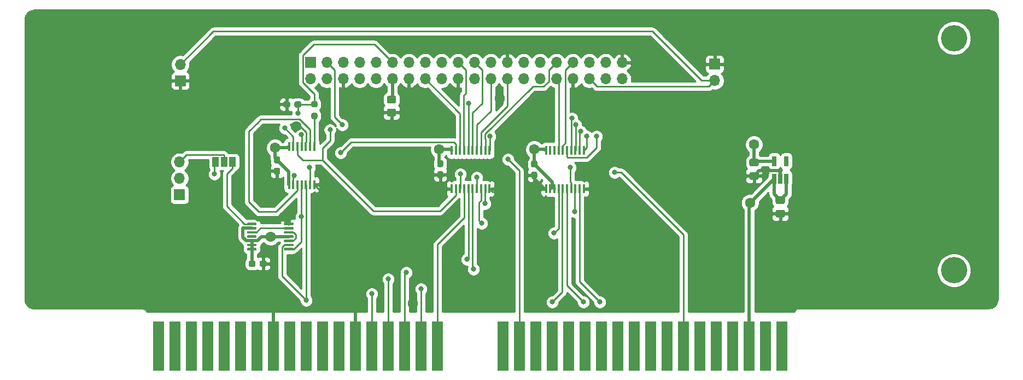
<source format=gbr>
G04 #@! TF.GenerationSoftware,KiCad,Pcbnew,5.1.9-73d0e3b20d~88~ubuntu20.10.1*
G04 #@! TF.CreationDate,2021-04-01T22:15:41+01:00*
G04 #@! TF.ProjectId,videoslotadapter,76696465-6f73-46c6-9f74-616461707465,rev?*
G04 #@! TF.SameCoordinates,Original*
G04 #@! TF.FileFunction,Copper,L1,Top*
G04 #@! TF.FilePolarity,Positive*
%FSLAX46Y46*%
G04 Gerber Fmt 4.6, Leading zero omitted, Abs format (unit mm)*
G04 Created by KiCad (PCBNEW 5.1.9-73d0e3b20d~88~ubuntu20.10.1) date 2021-04-01 22:15:41*
%MOMM*%
%LPD*%
G01*
G04 APERTURE LIST*
G04 #@! TA.AperFunction,ComponentPad*
%ADD10C,4.064000*%
G04 #@! TD*
G04 #@! TA.AperFunction,SMDPad,CuDef*
%ADD11R,1.000000X1.500000*%
G04 #@! TD*
G04 #@! TA.AperFunction,ConnectorPad*
%ADD12R,1.780000X7.620000*%
G04 #@! TD*
G04 #@! TA.AperFunction,ComponentPad*
%ADD13O,1.700000X1.700000*%
G04 #@! TD*
G04 #@! TA.AperFunction,ComponentPad*
%ADD14R,1.700000X1.700000*%
G04 #@! TD*
G04 #@! TA.AperFunction,SMDPad,CuDef*
%ADD15R,0.450000X1.450000*%
G04 #@! TD*
G04 #@! TA.AperFunction,SMDPad,CuDef*
%ADD16R,0.650000X1.560000*%
G04 #@! TD*
G04 #@! TA.AperFunction,ViaPad*
%ADD17C,1.600000*%
G04 #@! TD*
G04 #@! TA.AperFunction,ViaPad*
%ADD18C,0.800000*%
G04 #@! TD*
G04 #@! TA.AperFunction,Conductor*
%ADD19C,0.500000*%
G04 #@! TD*
G04 #@! TA.AperFunction,Conductor*
%ADD20C,0.250000*%
G04 #@! TD*
G04 #@! TA.AperFunction,Conductor*
%ADD21C,0.254000*%
G04 #@! TD*
G04 #@! TA.AperFunction,Conductor*
%ADD22C,0.100000*%
G04 #@! TD*
G04 APERTURE END LIST*
D10*
X236207300Y-100502720D03*
X236207300Y-64546480D03*
D11*
X121864600Y-83693000D03*
X123164600Y-83693000D03*
X124464600Y-83693000D03*
G04 #@! TA.AperFunction,SMDPad,CuDef*
G36*
G01*
X128696600Y-99716600D02*
X128696600Y-99241600D01*
G75*
G02*
X128934100Y-99004100I237500J0D01*
G01*
X129534100Y-99004100D01*
G75*
G02*
X129771600Y-99241600I0J-237500D01*
G01*
X129771600Y-99716600D01*
G75*
G02*
X129534100Y-99954100I-237500J0D01*
G01*
X128934100Y-99954100D01*
G75*
G02*
X128696600Y-99716600I0J237500D01*
G01*
G37*
G04 #@! TD.AperFunction*
G04 #@! TA.AperFunction,SMDPad,CuDef*
G36*
G01*
X126971600Y-99716600D02*
X126971600Y-99241600D01*
G75*
G02*
X127209100Y-99004100I237500J0D01*
G01*
X127809100Y-99004100D01*
G75*
G02*
X128046600Y-99241600I0J-237500D01*
G01*
X128046600Y-99716600D01*
G75*
G02*
X127809100Y-99954100I-237500J0D01*
G01*
X127209100Y-99954100D01*
G75*
G02*
X126971600Y-99716600I0J237500D01*
G01*
G37*
G04 #@! TD.AperFunction*
G04 #@! TA.AperFunction,SMDPad,CuDef*
G36*
G01*
X128202400Y-97125400D02*
X128202400Y-97325400D01*
G75*
G02*
X128102400Y-97425400I-100000J0D01*
G01*
X126827400Y-97425400D01*
G75*
G02*
X126727400Y-97325400I0J100000D01*
G01*
X126727400Y-97125400D01*
G75*
G02*
X126827400Y-97025400I100000J0D01*
G01*
X128102400Y-97025400D01*
G75*
G02*
X128202400Y-97125400I0J-100000D01*
G01*
G37*
G04 #@! TD.AperFunction*
G04 #@! TA.AperFunction,SMDPad,CuDef*
G36*
G01*
X128202400Y-96475400D02*
X128202400Y-96675400D01*
G75*
G02*
X128102400Y-96775400I-100000J0D01*
G01*
X126827400Y-96775400D01*
G75*
G02*
X126727400Y-96675400I0J100000D01*
G01*
X126727400Y-96475400D01*
G75*
G02*
X126827400Y-96375400I100000J0D01*
G01*
X128102400Y-96375400D01*
G75*
G02*
X128202400Y-96475400I0J-100000D01*
G01*
G37*
G04 #@! TD.AperFunction*
G04 #@! TA.AperFunction,SMDPad,CuDef*
G36*
G01*
X128202400Y-95825400D02*
X128202400Y-96025400D01*
G75*
G02*
X128102400Y-96125400I-100000J0D01*
G01*
X126827400Y-96125400D01*
G75*
G02*
X126727400Y-96025400I0J100000D01*
G01*
X126727400Y-95825400D01*
G75*
G02*
X126827400Y-95725400I100000J0D01*
G01*
X128102400Y-95725400D01*
G75*
G02*
X128202400Y-95825400I0J-100000D01*
G01*
G37*
G04 #@! TD.AperFunction*
G04 #@! TA.AperFunction,SMDPad,CuDef*
G36*
G01*
X128202400Y-95175400D02*
X128202400Y-95375400D01*
G75*
G02*
X128102400Y-95475400I-100000J0D01*
G01*
X126827400Y-95475400D01*
G75*
G02*
X126727400Y-95375400I0J100000D01*
G01*
X126727400Y-95175400D01*
G75*
G02*
X126827400Y-95075400I100000J0D01*
G01*
X128102400Y-95075400D01*
G75*
G02*
X128202400Y-95175400I0J-100000D01*
G01*
G37*
G04 #@! TD.AperFunction*
G04 #@! TA.AperFunction,SMDPad,CuDef*
G36*
G01*
X128202400Y-94525400D02*
X128202400Y-94725400D01*
G75*
G02*
X128102400Y-94825400I-100000J0D01*
G01*
X126827400Y-94825400D01*
G75*
G02*
X126727400Y-94725400I0J100000D01*
G01*
X126727400Y-94525400D01*
G75*
G02*
X126827400Y-94425400I100000J0D01*
G01*
X128102400Y-94425400D01*
G75*
G02*
X128202400Y-94525400I0J-100000D01*
G01*
G37*
G04 #@! TD.AperFunction*
G04 #@! TA.AperFunction,SMDPad,CuDef*
G36*
G01*
X128202400Y-93875400D02*
X128202400Y-94075400D01*
G75*
G02*
X128102400Y-94175400I-100000J0D01*
G01*
X126827400Y-94175400D01*
G75*
G02*
X126727400Y-94075400I0J100000D01*
G01*
X126727400Y-93875400D01*
G75*
G02*
X126827400Y-93775400I100000J0D01*
G01*
X128102400Y-93775400D01*
G75*
G02*
X128202400Y-93875400I0J-100000D01*
G01*
G37*
G04 #@! TD.AperFunction*
G04 #@! TA.AperFunction,SMDPad,CuDef*
G36*
G01*
X128202400Y-93225400D02*
X128202400Y-93425400D01*
G75*
G02*
X128102400Y-93525400I-100000J0D01*
G01*
X126827400Y-93525400D01*
G75*
G02*
X126727400Y-93425400I0J100000D01*
G01*
X126727400Y-93225400D01*
G75*
G02*
X126827400Y-93125400I100000J0D01*
G01*
X128102400Y-93125400D01*
G75*
G02*
X128202400Y-93225400I0J-100000D01*
G01*
G37*
G04 #@! TD.AperFunction*
G04 #@! TA.AperFunction,SMDPad,CuDef*
G36*
G01*
X133927400Y-93225400D02*
X133927400Y-93425400D01*
G75*
G02*
X133827400Y-93525400I-100000J0D01*
G01*
X132552400Y-93525400D01*
G75*
G02*
X132452400Y-93425400I0J100000D01*
G01*
X132452400Y-93225400D01*
G75*
G02*
X132552400Y-93125400I100000J0D01*
G01*
X133827400Y-93125400D01*
G75*
G02*
X133927400Y-93225400I0J-100000D01*
G01*
G37*
G04 #@! TD.AperFunction*
G04 #@! TA.AperFunction,SMDPad,CuDef*
G36*
G01*
X133927400Y-93875400D02*
X133927400Y-94075400D01*
G75*
G02*
X133827400Y-94175400I-100000J0D01*
G01*
X132552400Y-94175400D01*
G75*
G02*
X132452400Y-94075400I0J100000D01*
G01*
X132452400Y-93875400D01*
G75*
G02*
X132552400Y-93775400I100000J0D01*
G01*
X133827400Y-93775400D01*
G75*
G02*
X133927400Y-93875400I0J-100000D01*
G01*
G37*
G04 #@! TD.AperFunction*
G04 #@! TA.AperFunction,SMDPad,CuDef*
G36*
G01*
X133927400Y-94525400D02*
X133927400Y-94725400D01*
G75*
G02*
X133827400Y-94825400I-100000J0D01*
G01*
X132552400Y-94825400D01*
G75*
G02*
X132452400Y-94725400I0J100000D01*
G01*
X132452400Y-94525400D01*
G75*
G02*
X132552400Y-94425400I100000J0D01*
G01*
X133827400Y-94425400D01*
G75*
G02*
X133927400Y-94525400I0J-100000D01*
G01*
G37*
G04 #@! TD.AperFunction*
G04 #@! TA.AperFunction,SMDPad,CuDef*
G36*
G01*
X133927400Y-95175400D02*
X133927400Y-95375400D01*
G75*
G02*
X133827400Y-95475400I-100000J0D01*
G01*
X132552400Y-95475400D01*
G75*
G02*
X132452400Y-95375400I0J100000D01*
G01*
X132452400Y-95175400D01*
G75*
G02*
X132552400Y-95075400I100000J0D01*
G01*
X133827400Y-95075400D01*
G75*
G02*
X133927400Y-95175400I0J-100000D01*
G01*
G37*
G04 #@! TD.AperFunction*
G04 #@! TA.AperFunction,SMDPad,CuDef*
G36*
G01*
X133927400Y-95825400D02*
X133927400Y-96025400D01*
G75*
G02*
X133827400Y-96125400I-100000J0D01*
G01*
X132552400Y-96125400D01*
G75*
G02*
X132452400Y-96025400I0J100000D01*
G01*
X132452400Y-95825400D01*
G75*
G02*
X132552400Y-95725400I100000J0D01*
G01*
X133827400Y-95725400D01*
G75*
G02*
X133927400Y-95825400I0J-100000D01*
G01*
G37*
G04 #@! TD.AperFunction*
G04 #@! TA.AperFunction,SMDPad,CuDef*
G36*
G01*
X133927400Y-96475400D02*
X133927400Y-96675400D01*
G75*
G02*
X133827400Y-96775400I-100000J0D01*
G01*
X132552400Y-96775400D01*
G75*
G02*
X132452400Y-96675400I0J100000D01*
G01*
X132452400Y-96475400D01*
G75*
G02*
X132552400Y-96375400I100000J0D01*
G01*
X133827400Y-96375400D01*
G75*
G02*
X133927400Y-96475400I0J-100000D01*
G01*
G37*
G04 #@! TD.AperFunction*
G04 #@! TA.AperFunction,SMDPad,CuDef*
G36*
G01*
X133927400Y-97125400D02*
X133927400Y-97325400D01*
G75*
G02*
X133827400Y-97425400I-100000J0D01*
G01*
X132552400Y-97425400D01*
G75*
G02*
X132452400Y-97325400I0J100000D01*
G01*
X132452400Y-97125400D01*
G75*
G02*
X132552400Y-97025400I100000J0D01*
G01*
X133827400Y-97025400D01*
G75*
G02*
X133927400Y-97125400I0J-100000D01*
G01*
G37*
G04 #@! TD.AperFunction*
G04 #@! TA.AperFunction,SMDPad,CuDef*
G36*
G01*
X133406000Y-74565500D02*
X133406000Y-75040500D01*
G75*
G02*
X133168500Y-75278000I-237500J0D01*
G01*
X132568500Y-75278000D01*
G75*
G02*
X132331000Y-75040500I0J237500D01*
G01*
X132331000Y-74565500D01*
G75*
G02*
X132568500Y-74328000I237500J0D01*
G01*
X133168500Y-74328000D01*
G75*
G02*
X133406000Y-74565500I0J-237500D01*
G01*
G37*
G04 #@! TD.AperFunction*
G04 #@! TA.AperFunction,SMDPad,CuDef*
G36*
G01*
X135131000Y-74565500D02*
X135131000Y-75040500D01*
G75*
G02*
X134893500Y-75278000I-237500J0D01*
G01*
X134293500Y-75278000D01*
G75*
G02*
X134056000Y-75040500I0J237500D01*
G01*
X134056000Y-74565500D01*
G75*
G02*
X134293500Y-74328000I237500J0D01*
G01*
X134893500Y-74328000D01*
G75*
G02*
X135131000Y-74565500I0J-237500D01*
G01*
G37*
G04 #@! TD.AperFunction*
G04 #@! TA.AperFunction,SMDPad,CuDef*
G36*
G01*
X136922500Y-76117000D02*
X137397500Y-76117000D01*
G75*
G02*
X137635000Y-76354500I0J-237500D01*
G01*
X137635000Y-76854500D01*
G75*
G02*
X137397500Y-77092000I-237500J0D01*
G01*
X136922500Y-77092000D01*
G75*
G02*
X136685000Y-76854500I0J237500D01*
G01*
X136685000Y-76354500D01*
G75*
G02*
X136922500Y-76117000I237500J0D01*
G01*
G37*
G04 #@! TD.AperFunction*
G04 #@! TA.AperFunction,SMDPad,CuDef*
G36*
G01*
X136922500Y-74292000D02*
X137397500Y-74292000D01*
G75*
G02*
X137635000Y-74529500I0J-237500D01*
G01*
X137635000Y-75029500D01*
G75*
G02*
X137397500Y-75267000I-237500J0D01*
G01*
X136922500Y-75267000D01*
G75*
G02*
X136685000Y-75029500I0J237500D01*
G01*
X136685000Y-74529500D01*
G75*
G02*
X136922500Y-74292000I237500J0D01*
G01*
G37*
G04 #@! TD.AperFunction*
D12*
X209554000Y-112272000D03*
X207014000Y-112272000D03*
X204474000Y-112272000D03*
X201934000Y-112272000D03*
X199394000Y-112272000D03*
X196854000Y-112272000D03*
X194314000Y-112272000D03*
X191774000Y-112272000D03*
X189234000Y-112272000D03*
X186694000Y-112272000D03*
X184154000Y-112272000D03*
X181614000Y-112272000D03*
X179074000Y-112272000D03*
X176534000Y-112272000D03*
X173994000Y-112272000D03*
X171454000Y-112272000D03*
X168914000Y-112272000D03*
X166374000Y-112272000D03*
X156214000Y-112272000D03*
X153674000Y-112272000D03*
X151134000Y-112272000D03*
X148594000Y-112272000D03*
X146054000Y-112272000D03*
X143514000Y-112272000D03*
X140974000Y-112272000D03*
X138434000Y-112272000D03*
X135894000Y-112272000D03*
X133354000Y-112272000D03*
X130814000Y-112272000D03*
X128274000Y-112272000D03*
X125734000Y-112272000D03*
X123194000Y-112272000D03*
X120654000Y-112272000D03*
X118114000Y-112272000D03*
X115574000Y-112272000D03*
X113034000Y-112272000D03*
G04 #@! TA.AperFunction,SMDPad,CuDef*
G36*
G01*
X208821000Y-91128000D02*
X209771000Y-91128000D01*
G75*
G02*
X210021000Y-91378000I0J-250000D01*
G01*
X210021000Y-92053000D01*
G75*
G02*
X209771000Y-92303000I-250000J0D01*
G01*
X208821000Y-92303000D01*
G75*
G02*
X208571000Y-92053000I0J250000D01*
G01*
X208571000Y-91378000D01*
G75*
G02*
X208821000Y-91128000I250000J0D01*
G01*
G37*
G04 #@! TD.AperFunction*
G04 #@! TA.AperFunction,SMDPad,CuDef*
G36*
G01*
X208821000Y-89053000D02*
X209771000Y-89053000D01*
G75*
G02*
X210021000Y-89303000I0J-250000D01*
G01*
X210021000Y-89978000D01*
G75*
G02*
X209771000Y-90228000I-250000J0D01*
G01*
X208821000Y-90228000D01*
G75*
G02*
X208571000Y-89978000I0J250000D01*
G01*
X208571000Y-89303000D01*
G75*
G02*
X208821000Y-89053000I250000J0D01*
G01*
G37*
G04 #@! TD.AperFunction*
G04 #@! TA.AperFunction,SMDPad,CuDef*
G36*
G01*
X148647999Y-75457000D02*
X149548001Y-75457000D01*
G75*
G02*
X149798000Y-75706999I0J-249999D01*
G01*
X149798000Y-76407001D01*
G75*
G02*
X149548001Y-76657000I-249999J0D01*
G01*
X148647999Y-76657000D01*
G75*
G02*
X148398000Y-76407001I0J249999D01*
G01*
X148398000Y-75706999D01*
G75*
G02*
X148647999Y-75457000I249999J0D01*
G01*
G37*
G04 #@! TD.AperFunction*
G04 #@! TA.AperFunction,SMDPad,CuDef*
G36*
G01*
X148647999Y-73457000D02*
X149548001Y-73457000D01*
G75*
G02*
X149798000Y-73706999I0J-249999D01*
G01*
X149798000Y-74407001D01*
G75*
G02*
X149548001Y-74657000I-249999J0D01*
G01*
X148647999Y-74657000D01*
G75*
G02*
X148398000Y-74407001I0J249999D01*
G01*
X148398000Y-73706999D01*
G75*
G02*
X148647999Y-73457000I249999J0D01*
G01*
G37*
G04 #@! TD.AperFunction*
G04 #@! TA.AperFunction,SMDPad,CuDef*
G36*
G01*
X204757000Y-85286000D02*
X205707000Y-85286000D01*
G75*
G02*
X205957000Y-85536000I0J-250000D01*
G01*
X205957000Y-86211000D01*
G75*
G02*
X205707000Y-86461000I-250000J0D01*
G01*
X204757000Y-86461000D01*
G75*
G02*
X204507000Y-86211000I0J250000D01*
G01*
X204507000Y-85536000D01*
G75*
G02*
X204757000Y-85286000I250000J0D01*
G01*
G37*
G04 #@! TD.AperFunction*
G04 #@! TA.AperFunction,SMDPad,CuDef*
G36*
G01*
X204757000Y-83211000D02*
X205707000Y-83211000D01*
G75*
G02*
X205957000Y-83461000I0J-250000D01*
G01*
X205957000Y-84136000D01*
G75*
G02*
X205707000Y-84386000I-250000J0D01*
G01*
X204757000Y-84386000D01*
G75*
G02*
X204507000Y-84136000I0J250000D01*
G01*
X204507000Y-83461000D01*
G75*
G02*
X204757000Y-83211000I250000J0D01*
G01*
G37*
G04 #@! TD.AperFunction*
G04 #@! TA.AperFunction,SMDPad,CuDef*
G36*
G01*
X170958500Y-85237200D02*
X171433500Y-85237200D01*
G75*
G02*
X171671000Y-85474700I0J-237500D01*
G01*
X171671000Y-86074700D01*
G75*
G02*
X171433500Y-86312200I-237500J0D01*
G01*
X170958500Y-86312200D01*
G75*
G02*
X170721000Y-86074700I0J237500D01*
G01*
X170721000Y-85474700D01*
G75*
G02*
X170958500Y-85237200I237500J0D01*
G01*
G37*
G04 #@! TD.AperFunction*
G04 #@! TA.AperFunction,SMDPad,CuDef*
G36*
G01*
X170958500Y-83512200D02*
X171433500Y-83512200D01*
G75*
G02*
X171671000Y-83749700I0J-237500D01*
G01*
X171671000Y-84349700D01*
G75*
G02*
X171433500Y-84587200I-237500J0D01*
G01*
X170958500Y-84587200D01*
G75*
G02*
X170721000Y-84349700I0J237500D01*
G01*
X170721000Y-83749700D01*
G75*
G02*
X170958500Y-83512200I237500J0D01*
G01*
G37*
G04 #@! TD.AperFunction*
G04 #@! TA.AperFunction,SMDPad,CuDef*
G36*
G01*
X156406840Y-85161000D02*
X156881840Y-85161000D01*
G75*
G02*
X157119340Y-85398500I0J-237500D01*
G01*
X157119340Y-85998500D01*
G75*
G02*
X156881840Y-86236000I-237500J0D01*
G01*
X156406840Y-86236000D01*
G75*
G02*
X156169340Y-85998500I0J237500D01*
G01*
X156169340Y-85398500D01*
G75*
G02*
X156406840Y-85161000I237500J0D01*
G01*
G37*
G04 #@! TD.AperFunction*
G04 #@! TA.AperFunction,SMDPad,CuDef*
G36*
G01*
X156406840Y-83436000D02*
X156881840Y-83436000D01*
G75*
G02*
X157119340Y-83673500I0J-237500D01*
G01*
X157119340Y-84273500D01*
G75*
G02*
X156881840Y-84511000I-237500J0D01*
G01*
X156406840Y-84511000D01*
G75*
G02*
X156169340Y-84273500I0J237500D01*
G01*
X156169340Y-83673500D01*
G75*
G02*
X156406840Y-83436000I237500J0D01*
G01*
G37*
G04 #@! TD.AperFunction*
G04 #@! TA.AperFunction,SMDPad,CuDef*
G36*
G01*
X131133840Y-84602200D02*
X131608840Y-84602200D01*
G75*
G02*
X131846340Y-84839700I0J-237500D01*
G01*
X131846340Y-85439700D01*
G75*
G02*
X131608840Y-85677200I-237500J0D01*
G01*
X131133840Y-85677200D01*
G75*
G02*
X130896340Y-85439700I0J237500D01*
G01*
X130896340Y-84839700D01*
G75*
G02*
X131133840Y-84602200I237500J0D01*
G01*
G37*
G04 #@! TD.AperFunction*
G04 #@! TA.AperFunction,SMDPad,CuDef*
G36*
G01*
X131133840Y-82877200D02*
X131608840Y-82877200D01*
G75*
G02*
X131846340Y-83114700I0J-237500D01*
G01*
X131846340Y-83714700D01*
G75*
G02*
X131608840Y-83952200I-237500J0D01*
G01*
X131133840Y-83952200D01*
G75*
G02*
X130896340Y-83714700I0J237500D01*
G01*
X130896340Y-83114700D01*
G75*
G02*
X131133840Y-82877200I237500J0D01*
G01*
G37*
G04 #@! TD.AperFunction*
D13*
X199136000Y-71120000D03*
D14*
X199136000Y-68580000D03*
X116408200Y-71163180D03*
D13*
X116408200Y-68623180D03*
D15*
X133231340Y-87227200D03*
X133881340Y-87227200D03*
X134531340Y-87227200D03*
X135181340Y-87227200D03*
X135831340Y-87227200D03*
X136481340Y-87227200D03*
X137131340Y-87227200D03*
X137131340Y-81327200D03*
X136481340Y-81327200D03*
X135831340Y-81327200D03*
X135181340Y-81327200D03*
X134531340Y-81327200D03*
X133881340Y-81327200D03*
X133231340Y-81327200D03*
X158418340Y-81962200D03*
X159068340Y-81962200D03*
X159718340Y-81962200D03*
X160368340Y-81962200D03*
X161018340Y-81962200D03*
X161668340Y-81962200D03*
X162318340Y-81962200D03*
X162968340Y-81962200D03*
X163618340Y-81962200D03*
X164268340Y-81962200D03*
X164268340Y-87862200D03*
X163618340Y-87862200D03*
X162968340Y-87862200D03*
X162318340Y-87862200D03*
X161668340Y-87862200D03*
X161018340Y-87862200D03*
X160368340Y-87862200D03*
X159718340Y-87862200D03*
X159068340Y-87862200D03*
X158418340Y-87862200D03*
X173023340Y-87862200D03*
X173673340Y-87862200D03*
X174323340Y-87862200D03*
X174973340Y-87862200D03*
X175623340Y-87862200D03*
X176273340Y-87862200D03*
X176923340Y-87862200D03*
X177573340Y-87862200D03*
X178223340Y-87862200D03*
X178873340Y-87862200D03*
X178873340Y-81962200D03*
X178223340Y-81962200D03*
X177573340Y-81962200D03*
X176923340Y-81962200D03*
X176273340Y-81962200D03*
X175623340Y-81962200D03*
X174973340Y-81962200D03*
X174323340Y-81962200D03*
X173673340Y-81962200D03*
X173023340Y-81962200D03*
D16*
X208346000Y-86313000D03*
X209296000Y-86313000D03*
X210246000Y-86313000D03*
X210246000Y-83613000D03*
X208346000Y-83613000D03*
D14*
X136537700Y-68318380D03*
D13*
X136537700Y-70858380D03*
X139077700Y-68318380D03*
X139077700Y-70858380D03*
X141617700Y-68318380D03*
X141617700Y-70858380D03*
X144157700Y-68318380D03*
X144157700Y-70858380D03*
X146697700Y-68318380D03*
X146697700Y-70858380D03*
X149237700Y-68318380D03*
X149237700Y-70858380D03*
X151777700Y-68318380D03*
X151777700Y-70858380D03*
X154317700Y-68318380D03*
X154317700Y-70858380D03*
X156857700Y-68318380D03*
X156857700Y-70858380D03*
X159397700Y-68318380D03*
X159397700Y-70858380D03*
X161937700Y-68318380D03*
X161937700Y-70858380D03*
X164477700Y-68318380D03*
X164477700Y-70858380D03*
X167017700Y-68318380D03*
X167017700Y-70858380D03*
X169557700Y-68318380D03*
X169557700Y-70858380D03*
X172097700Y-68318380D03*
X172097700Y-70858380D03*
X174637700Y-68318380D03*
X174637700Y-70858380D03*
X177177700Y-68318380D03*
X177177700Y-70858380D03*
X179717700Y-68318380D03*
X179717700Y-70858380D03*
X182257700Y-68318380D03*
X182257700Y-70858380D03*
X184797700Y-68318380D03*
X184797700Y-70858380D03*
D14*
X116278660Y-88793320D03*
D13*
X116278660Y-86253320D03*
X116278660Y-83713320D03*
D17*
X161544000Y-102870000D03*
X171450000Y-74930000D03*
X152654000Y-74676000D03*
X141986000Y-75438000D03*
X130810000Y-103124000D03*
X145796000Y-101092000D03*
X152400000Y-105664000D03*
X139446000Y-95758000D03*
X134366000Y-78232000D03*
X128778000Y-83058000D03*
X241046000Y-104902000D03*
X240792000Y-62230000D03*
X94742000Y-62230000D03*
X94488000Y-104394000D03*
X199390000Y-104648000D03*
X199390000Y-76708000D03*
X190246000Y-68834000D03*
X126492000Y-68834000D03*
X125222000Y-88392000D03*
X184912000Y-99822000D03*
X215900000Y-88392000D03*
X215646000Y-73152000D03*
X162560000Y-65278000D03*
X165862000Y-73914000D03*
X166624000Y-88392000D03*
X155956000Y-89154000D03*
X151892000Y-84836000D03*
X181610000Y-87884000D03*
X134277100Y-99466400D03*
X138976100Y-74015600D03*
X205232000Y-81026000D03*
X171196000Y-81788000D03*
X156464000Y-81788000D03*
X131064000Y-81534000D03*
X130403600Y-95275400D03*
D18*
X181356000Y-105410000D03*
X173990000Y-105410000D03*
X153670000Y-103378000D03*
X174244000Y-94742000D03*
X160782000Y-98806000D03*
D17*
X204606500Y-90052500D03*
D18*
X183642000Y-85344000D03*
X159766000Y-85598000D03*
X161798000Y-100330000D03*
X148590000Y-101854000D03*
X162306000Y-86106000D03*
X163068000Y-93218000D03*
X151384000Y-100838000D03*
X163576000Y-90170000D03*
X178816000Y-105410000D03*
X176784000Y-84582000D03*
X146050000Y-104140000D03*
X177498340Y-91440000D03*
X134620000Y-76200000D03*
X139573000Y-78740000D03*
X161036000Y-74676000D03*
X180848000Y-79756000D03*
X177038000Y-76962000D03*
X177648340Y-77978000D03*
X141478000Y-77978000D03*
X178373340Y-78994000D03*
X135128000Y-79502000D03*
X164338000Y-79756000D03*
X179324000Y-79756000D03*
X141224000Y-82296000D03*
X134056339Y-85852000D03*
X132588000Y-78486000D03*
X167132000Y-83312000D03*
X135128000Y-92202000D03*
X135890000Y-105156000D03*
X136398000Y-84582000D03*
X121666000Y-85598000D03*
D19*
X206022501Y-85082999D02*
X205232000Y-85873500D01*
X209296000Y-85347998D02*
X209031001Y-85082999D01*
X209031001Y-85082999D02*
X206022501Y-85082999D01*
X209296000Y-86313000D02*
X209296000Y-85347998D01*
X171196000Y-85774700D02*
X171196000Y-86360000D01*
X172698200Y-87862200D02*
X172998331Y-87862200D01*
X171196000Y-86360000D02*
X172698200Y-87862200D01*
X130814000Y-103128000D02*
X130810000Y-103124000D01*
X130814000Y-112272000D02*
X130814000Y-103128000D01*
X143514000Y-99826000D02*
X139446000Y-95758000D01*
X143514000Y-112272000D02*
X143514000Y-99826000D01*
D20*
X134931002Y-78232000D02*
X134366000Y-78232000D01*
X135853001Y-79153999D02*
X134931002Y-78232000D01*
X135853001Y-80691679D02*
X135853001Y-79153999D01*
X135831340Y-80713340D02*
X135853001Y-80691679D01*
X135831340Y-81327200D02*
X135831340Y-80713340D01*
X139446000Y-89541860D02*
X137131340Y-87227200D01*
X139446000Y-95758000D02*
X139446000Y-89541860D01*
X164798140Y-88392000D02*
X164268340Y-87862200D01*
X166624000Y-88392000D02*
X164798140Y-88392000D01*
X157247800Y-87862200D02*
X155956000Y-89154000D01*
X158418340Y-87862200D02*
X157247800Y-87862200D01*
X178895140Y-87884000D02*
X178873340Y-87862200D01*
X181610000Y-87884000D02*
X178895140Y-87884000D01*
D19*
X133189900Y-93325400D02*
X132539890Y-92675390D01*
X128374020Y-92675390D02*
X132539890Y-92675390D01*
X125222000Y-89523370D02*
X128374020Y-92675390D01*
X125222000Y-88392000D02*
X125222000Y-89523370D01*
X205417500Y-83613000D02*
X205232000Y-83798500D01*
X208346000Y-83613000D02*
X205417500Y-83613000D01*
X133206339Y-85249699D02*
X133206339Y-87227200D01*
X131371340Y-83414700D02*
X133206339Y-85249699D01*
X205232000Y-83798500D02*
X205232000Y-81026000D01*
X132999539Y-81534000D02*
X133206339Y-81327200D01*
X131064000Y-81534000D02*
X132999539Y-81534000D01*
X131064000Y-83107360D02*
X131371340Y-83414700D01*
X131064000Y-81534000D02*
X131064000Y-83107360D01*
X156464000Y-83793160D02*
X156644340Y-83973500D01*
X156464000Y-81788000D02*
X156464000Y-83793160D01*
X158219139Y-81788000D02*
X158393339Y-81962200D01*
X156464000Y-81788000D02*
X158219139Y-81788000D01*
X171196000Y-81788000D02*
X171196000Y-84049700D01*
X172824139Y-81788000D02*
X172998339Y-81962200D01*
X171196000Y-81788000D02*
X172824139Y-81788000D01*
X171196000Y-84049700D02*
X173990000Y-86843700D01*
X173698341Y-87837199D02*
X173698341Y-87862200D01*
X173990000Y-87545540D02*
X173698341Y-87837199D01*
X173990000Y-86843700D02*
X173990000Y-87545540D01*
X174298339Y-87837199D02*
X174298339Y-87862200D01*
X173990000Y-87528860D02*
X174298339Y-87837199D01*
X173990000Y-86843700D02*
X173990000Y-87528860D01*
X127464900Y-97225400D02*
X127464900Y-96575400D01*
X127464900Y-96575400D02*
X127464900Y-95925400D01*
X128330234Y-95925400D02*
X127464900Y-95925400D01*
X128980234Y-95275400D02*
X128330234Y-95925400D01*
X127464900Y-93975400D02*
X126090200Y-93975400D01*
X126599566Y-95925400D02*
X127464900Y-95925400D01*
X126090200Y-95416034D02*
X126599566Y-95925400D01*
X126090200Y-93975400D02*
X126090200Y-95416034D01*
X127464900Y-99434900D02*
X127509100Y-99479100D01*
X127464900Y-97225400D02*
X127464900Y-99434900D01*
X130403600Y-95275400D02*
X128980234Y-95275400D01*
X133189900Y-95275400D02*
X130403600Y-95275400D01*
D20*
X178223340Y-102277340D02*
X178223340Y-87862200D01*
X181356000Y-105410000D02*
X178223340Y-102277340D01*
X175523341Y-87962199D02*
X175623340Y-87862200D01*
X175523341Y-103876659D02*
X175523341Y-87962199D01*
X173990000Y-105410000D02*
X175523341Y-103876659D01*
X153674000Y-103382000D02*
X153670000Y-103378000D01*
X153674000Y-112272000D02*
X153674000Y-103382000D01*
X174973340Y-94012660D02*
X174244000Y-94742000D01*
X174973340Y-87862200D02*
X174973340Y-94012660D01*
X161018340Y-98569660D02*
X161018340Y-87862200D01*
X160782000Y-98806000D02*
X161018340Y-98569660D01*
X156214000Y-112272000D02*
X156214000Y-96516000D01*
X160368340Y-92361660D02*
X160368340Y-87862200D01*
X156214000Y-96516000D02*
X160368340Y-92361660D01*
D19*
X204474000Y-90185000D02*
X204474000Y-90185000D01*
X204474000Y-112272000D02*
X204474000Y-90185000D01*
X208346000Y-88690500D02*
X209296000Y-89640500D01*
X208346000Y-86313000D02*
X208346000Y-88690500D01*
X210246000Y-88690500D02*
X209296000Y-89640500D01*
X210246000Y-86313000D02*
X210246000Y-88690500D01*
X204474000Y-90185000D02*
X204606500Y-90052500D01*
X204606500Y-90052500D02*
X208346000Y-86313000D01*
D20*
X194314000Y-112272000D02*
X194314000Y-95000000D01*
X184658000Y-85344000D02*
X183642000Y-85344000D01*
X194314000Y-95000000D02*
X184658000Y-85344000D01*
X159766000Y-87814540D02*
X159718340Y-87862200D01*
X159766000Y-85598000D02*
X159766000Y-87814540D01*
X161668340Y-100200340D02*
X161798000Y-100330000D01*
X161668340Y-87862200D02*
X161668340Y-100200340D01*
X148594000Y-101858000D02*
X148590000Y-101854000D01*
X148594000Y-112272000D02*
X148594000Y-101858000D01*
X162306000Y-87849860D02*
X162318340Y-87862200D01*
X162306000Y-86106000D02*
X162306000Y-87849860D01*
X162668001Y-92818001D02*
X163068000Y-93218000D01*
X162668001Y-90004997D02*
X162668001Y-92818001D01*
X162968340Y-89704658D02*
X162668001Y-90004997D01*
X162968340Y-87862200D02*
X162968340Y-89704658D01*
X151134000Y-101088000D02*
X151384000Y-100838000D01*
X151134000Y-112272000D02*
X151134000Y-101088000D01*
X163576000Y-87904540D02*
X163618340Y-87862200D01*
X163576000Y-90170000D02*
X163576000Y-87904540D01*
X176273340Y-102867340D02*
X176273340Y-87862200D01*
X178816000Y-105410000D02*
X176273340Y-102867340D01*
X176923340Y-87007340D02*
X176923340Y-87862200D01*
X176784000Y-86868000D02*
X176923340Y-87007340D01*
X176784000Y-84582000D02*
X176784000Y-86868000D01*
X146054000Y-104144000D02*
X146050000Y-104140000D01*
X146054000Y-112272000D02*
X146054000Y-104144000D01*
X177498340Y-87937200D02*
X177573340Y-87862200D01*
X177498340Y-91440000D02*
X177498340Y-87937200D01*
X146451320Y-65532000D02*
X149237700Y-68318380D01*
X137039078Y-65532000D02*
X146451320Y-65532000D01*
X135362699Y-67208379D02*
X137039078Y-65532000D01*
X135362699Y-71422381D02*
X135362699Y-67208379D01*
X137160000Y-73219682D02*
X135362699Y-71422381D01*
X137160000Y-74779500D02*
X137160000Y-73219682D01*
X134617000Y-74779500D02*
X134593500Y-74803000D01*
X137160000Y-74779500D02*
X134617000Y-74779500D01*
X134593500Y-76173500D02*
X134620000Y-76200000D01*
X134593500Y-74803000D02*
X134593500Y-76173500D01*
X139573000Y-80420542D02*
X138430000Y-81563542D01*
X139573000Y-78740000D02*
X139573000Y-80420542D01*
X138430000Y-81563542D02*
X138430000Y-83439000D01*
X134531340Y-82588340D02*
X134531340Y-81327200D01*
X135382000Y-83439000D02*
X134531340Y-82588340D01*
X138430000Y-83439000D02*
X135382000Y-83439000D01*
X159068340Y-88837200D02*
X156592540Y-91313000D01*
X159068340Y-87862200D02*
X159068340Y-88837200D01*
X146304000Y-91313000D02*
X138430000Y-83439000D01*
X156592540Y-91313000D02*
X146304000Y-91313000D01*
X159718340Y-76259020D02*
X154317700Y-70858380D01*
X159718340Y-81962200D02*
X159718340Y-76259020D01*
X175623340Y-81170660D02*
X175623340Y-81962200D01*
X176002699Y-80791301D02*
X175623340Y-81170660D01*
X176002699Y-69493381D02*
X176002699Y-80791301D01*
X177177700Y-68318380D02*
X176002699Y-69493381D01*
X174973340Y-71194020D02*
X174637700Y-70858380D01*
X174973340Y-81962200D02*
X174973340Y-71194020D01*
X161036000Y-81944540D02*
X161018340Y-81962200D01*
X161036000Y-74676000D02*
X161036000Y-81944540D01*
X160572701Y-69493381D02*
X160572701Y-73107299D01*
X159397700Y-68318380D02*
X160572701Y-69493381D01*
X160310999Y-81904859D02*
X160368340Y-81962200D01*
X160310999Y-73369001D02*
X160310999Y-81904859D01*
X160572701Y-73107299D02*
X160310999Y-73369001D01*
X163112701Y-69493381D02*
X163112701Y-74631299D01*
X161937700Y-68318380D02*
X163112701Y-69493381D01*
X161668340Y-76075660D02*
X161668340Y-81962200D01*
X163112701Y-74631299D02*
X161668340Y-76075660D01*
X164477700Y-70858380D02*
X164477700Y-75806300D01*
X162318340Y-77965660D02*
X162318340Y-81962200D01*
X164477700Y-75806300D02*
X162318340Y-77965660D01*
X167017700Y-70858380D02*
X167017700Y-75044300D01*
X162968340Y-79093660D02*
X162968340Y-81962200D01*
X167017700Y-75044300D02*
X162968340Y-79093660D01*
X173462699Y-69493381D02*
X174637700Y-68318380D01*
X173462699Y-71232383D02*
X173462699Y-69493381D01*
X172661701Y-72033381D02*
X173462699Y-71232383D01*
X170987617Y-72033381D02*
X172661701Y-72033381D01*
X163612999Y-79407999D02*
X170987617Y-72033381D01*
X163612999Y-80104001D02*
X163612999Y-79407999D01*
X163618340Y-80109342D02*
X163612999Y-80104001D01*
X163618340Y-81962200D02*
X163618340Y-80109342D01*
X176273340Y-82937200D02*
X176273340Y-81962200D01*
X180848000Y-81522542D02*
X179358341Y-83012201D01*
X176348341Y-83012201D02*
X176273340Y-82937200D01*
X179358341Y-83012201D02*
X176348341Y-83012201D01*
X180848000Y-79756000D02*
X180848000Y-81522542D01*
X176923340Y-77076660D02*
X176923340Y-81962200D01*
X177038000Y-76962000D02*
X176923340Y-77076660D01*
X177648340Y-81887200D02*
X177573340Y-81962200D01*
X177648340Y-77978000D02*
X177648340Y-81887200D01*
X140252701Y-76752701D02*
X141478000Y-77978000D01*
X140252701Y-69493381D02*
X140252701Y-76752701D01*
X139077700Y-68318380D02*
X140252701Y-69493381D01*
X178223340Y-79144000D02*
X178223340Y-81962200D01*
X178373340Y-78994000D02*
X178223340Y-79144000D01*
D19*
X149237700Y-73917300D02*
X149098000Y-74057000D01*
X149237700Y-70858380D02*
X149237700Y-73917300D01*
D20*
X135181340Y-79555340D02*
X135128000Y-79502000D01*
X135181340Y-81327200D02*
X135181340Y-79555340D01*
X164338000Y-81892540D02*
X164268340Y-81962200D01*
X164338000Y-79756000D02*
X164338000Y-81892540D01*
X179324000Y-81511540D02*
X178873340Y-81962200D01*
X179324000Y-79756000D02*
X179324000Y-81511540D01*
X180892701Y-72033381D02*
X179717700Y-70858380D01*
X198222619Y-72033381D02*
X180892701Y-72033381D01*
X199136000Y-71120000D02*
X198222619Y-72033381D01*
X199136000Y-71120000D02*
X197104000Y-71120000D01*
X197104000Y-71120000D02*
X189484000Y-63500000D01*
X121531380Y-63500000D02*
X116408200Y-68623180D01*
X189484000Y-63500000D02*
X121531380Y-63500000D01*
X142857001Y-80662999D02*
X141224000Y-82296000D01*
X158744139Y-80662999D02*
X142857001Y-80662999D01*
X159068340Y-80987200D02*
X158744139Y-80662999D01*
X159068340Y-81962200D02*
X159068340Y-80987200D01*
X133881340Y-86026999D02*
X133881340Y-87227200D01*
X134056339Y-85852000D02*
X133881340Y-86026999D01*
X117373981Y-82617999D02*
X116278660Y-83713320D01*
X123089599Y-82617999D02*
X117373981Y-82617999D01*
X123164600Y-82693000D02*
X123089599Y-82617999D01*
X123164600Y-83693000D02*
X123164600Y-82693000D01*
X133881340Y-79779340D02*
X133881340Y-81327200D01*
X132588000Y-78486000D02*
X133881340Y-79779340D01*
X127000000Y-78994000D02*
X127000000Y-89916000D01*
X127000000Y-89916000D02*
X128524000Y-91440000D01*
X134531340Y-88112202D02*
X134531340Y-87227200D01*
X131203542Y-91440000D02*
X134531340Y-88112202D01*
X128524000Y-91440000D02*
X131203542Y-91440000D01*
X128887001Y-77106999D02*
X128397000Y-77597000D01*
X136481340Y-78682338D02*
X134906001Y-77106999D01*
X134906001Y-77106999D02*
X128887001Y-77106999D01*
X136481340Y-81327200D02*
X136481340Y-78682338D01*
X128397000Y-77597000D02*
X127000000Y-78994000D01*
X128778000Y-77216000D02*
X128397000Y-77597000D01*
X168914000Y-85094000D02*
X167132000Y-83312000D01*
X168914000Y-112272000D02*
X168914000Y-85094000D01*
X135128000Y-87280540D02*
X135181340Y-87227200D01*
X135128000Y-92202000D02*
X135128000Y-87280540D01*
X135128000Y-96024800D02*
X133927400Y-97225400D01*
X133927400Y-97225400D02*
X133189900Y-97225400D01*
X135128000Y-92202000D02*
X135128000Y-96024800D01*
X135890000Y-87285860D02*
X135831340Y-87227200D01*
X135890000Y-105156000D02*
X135890000Y-87285860D01*
X132501342Y-96575400D02*
X133189900Y-96575400D01*
X132127390Y-96949352D02*
X132501342Y-96575400D01*
X132127390Y-101393390D02*
X132127390Y-96949352D01*
X135890000Y-105156000D02*
X132127390Y-101393390D01*
X137160000Y-81298540D02*
X137131340Y-81327200D01*
X137160000Y-76604500D02*
X137160000Y-81298540D01*
X127464900Y-93325400D02*
X126358100Y-93325400D01*
X124464600Y-84693000D02*
X124464600Y-83693000D01*
X123588999Y-85568601D02*
X124464600Y-84693000D01*
X123588999Y-90556299D02*
X123588999Y-85568601D01*
X126358100Y-93325400D02*
X123588999Y-90556299D01*
X136481340Y-84665340D02*
X136398000Y-84582000D01*
X136481340Y-87227200D02*
X136481340Y-84665340D01*
X121666000Y-83891600D02*
X121864600Y-83693000D01*
X121666000Y-85598000D02*
X121666000Y-83891600D01*
X128153458Y-94625400D02*
X127464900Y-94625400D01*
X128803458Y-93975400D02*
X128153458Y-94625400D01*
X133189900Y-93975400D02*
X128803458Y-93975400D01*
X133927400Y-94625400D02*
X133189900Y-94625400D01*
X134252410Y-94950410D02*
X133927400Y-94625400D01*
X134252410Y-95551448D02*
X134252410Y-94950410D01*
X133878458Y-95925400D02*
X134252410Y-95551448D01*
X133189900Y-95925400D02*
X133878458Y-95925400D01*
D21*
X241486245Y-60184099D02*
X241801762Y-60215035D01*
X242071852Y-60296580D01*
X242320962Y-60429035D01*
X242539595Y-60607347D01*
X242719434Y-60824736D01*
X242853621Y-61072909D01*
X242937049Y-61342421D01*
X242969978Y-61655727D01*
X242964904Y-104897717D01*
X242933965Y-105213262D01*
X242852419Y-105483354D01*
X242719967Y-105732459D01*
X242541652Y-105951096D01*
X242324267Y-106130932D01*
X242076091Y-106265121D01*
X241806579Y-106348549D01*
X241493255Y-106381480D01*
X212173137Y-106381480D01*
X212138260Y-106378045D01*
X212103383Y-106381480D01*
X212100843Y-106381480D01*
X211996536Y-106391753D01*
X211862700Y-106432352D01*
X211739357Y-106498280D01*
X211631245Y-106587005D01*
X211542520Y-106695117D01*
X211476592Y-106818460D01*
X211441543Y-106934000D01*
X205359000Y-106934000D01*
X205359000Y-100240043D01*
X233540300Y-100240043D01*
X233540300Y-100765397D01*
X233642792Y-101280655D01*
X233843836Y-101766018D01*
X234135706Y-102202833D01*
X234507187Y-102574314D01*
X234944002Y-102866184D01*
X235429365Y-103067228D01*
X235944623Y-103169720D01*
X236469977Y-103169720D01*
X236985235Y-103067228D01*
X237470598Y-102866184D01*
X237907413Y-102574314D01*
X238278894Y-102202833D01*
X238570764Y-101766018D01*
X238771808Y-101280655D01*
X238874300Y-100765397D01*
X238874300Y-100240043D01*
X238771808Y-99724785D01*
X238570764Y-99239422D01*
X238278894Y-98802607D01*
X237907413Y-98431126D01*
X237470598Y-98139256D01*
X236985235Y-97938212D01*
X236469977Y-97835720D01*
X235944623Y-97835720D01*
X235429365Y-97938212D01*
X234944002Y-98139256D01*
X234507187Y-98431126D01*
X234135706Y-98802607D01*
X233843836Y-99239422D01*
X233642792Y-99724785D01*
X233540300Y-100240043D01*
X205359000Y-100240043D01*
X205359000Y-92303000D01*
X207932928Y-92303000D01*
X207945188Y-92427482D01*
X207981498Y-92547180D01*
X208040463Y-92657494D01*
X208119815Y-92754185D01*
X208216506Y-92833537D01*
X208326820Y-92892502D01*
X208446518Y-92928812D01*
X208571000Y-92941072D01*
X209010250Y-92938000D01*
X209169000Y-92779250D01*
X209169000Y-91842500D01*
X209423000Y-91842500D01*
X209423000Y-92779250D01*
X209581750Y-92938000D01*
X210021000Y-92941072D01*
X210145482Y-92928812D01*
X210265180Y-92892502D01*
X210375494Y-92833537D01*
X210472185Y-92754185D01*
X210551537Y-92657494D01*
X210610502Y-92547180D01*
X210646812Y-92427482D01*
X210659072Y-92303000D01*
X210656000Y-92001250D01*
X210497250Y-91842500D01*
X209423000Y-91842500D01*
X209169000Y-91842500D01*
X208094750Y-91842500D01*
X207936000Y-92001250D01*
X207932928Y-92303000D01*
X205359000Y-92303000D01*
X205359000Y-91275555D01*
X205521259Y-91167137D01*
X205721137Y-90967259D01*
X205878180Y-90732227D01*
X205986353Y-90471074D01*
X206041500Y-90193835D01*
X206041500Y-89911165D01*
X206034517Y-89876061D01*
X207461001Y-88449578D01*
X207461001Y-88647021D01*
X207456719Y-88690500D01*
X207473805Y-88863990D01*
X207524412Y-89030813D01*
X207606590Y-89184559D01*
X207689468Y-89285546D01*
X207689469Y-89285547D01*
X207717184Y-89319317D01*
X207750951Y-89347029D01*
X207932928Y-89529006D01*
X207932928Y-89978000D01*
X207949992Y-90151254D01*
X208000528Y-90317850D01*
X208082595Y-90471386D01*
X208193038Y-90605962D01*
X208199594Y-90611342D01*
X208119815Y-90676815D01*
X208040463Y-90773506D01*
X207981498Y-90883820D01*
X207945188Y-91003518D01*
X207932928Y-91128000D01*
X207936000Y-91429750D01*
X208094750Y-91588500D01*
X209169000Y-91588500D01*
X209169000Y-91568500D01*
X209423000Y-91568500D01*
X209423000Y-91588500D01*
X210497250Y-91588500D01*
X210656000Y-91429750D01*
X210659072Y-91128000D01*
X210646812Y-91003518D01*
X210610502Y-90883820D01*
X210551537Y-90773506D01*
X210472185Y-90676815D01*
X210392406Y-90611342D01*
X210398962Y-90605962D01*
X210509405Y-90471386D01*
X210591472Y-90317850D01*
X210642008Y-90151254D01*
X210659072Y-89978000D01*
X210659072Y-89529007D01*
X210841049Y-89347030D01*
X210874817Y-89319317D01*
X210902533Y-89285546D01*
X210985411Y-89184559D01*
X211010435Y-89137741D01*
X211067589Y-89030813D01*
X211118195Y-88863990D01*
X211131000Y-88733977D01*
X211131000Y-88733969D01*
X211135281Y-88690500D01*
X211131000Y-88647031D01*
X211131000Y-87392373D01*
X211160502Y-87337180D01*
X211196812Y-87217482D01*
X211209072Y-87093000D01*
X211209072Y-85533000D01*
X211196812Y-85408518D01*
X211160502Y-85288820D01*
X211101537Y-85178506D01*
X211022185Y-85081815D01*
X210925494Y-85002463D01*
X210851665Y-84963000D01*
X210925494Y-84923537D01*
X211022185Y-84844185D01*
X211101537Y-84747494D01*
X211160502Y-84637180D01*
X211196812Y-84517482D01*
X211209072Y-84393000D01*
X211209072Y-82833000D01*
X211196812Y-82708518D01*
X211160502Y-82588820D01*
X211101537Y-82478506D01*
X211022185Y-82381815D01*
X210925494Y-82302463D01*
X210815180Y-82243498D01*
X210695482Y-82207188D01*
X210571000Y-82194928D01*
X209921000Y-82194928D01*
X209796518Y-82207188D01*
X209676820Y-82243498D01*
X209566506Y-82302463D01*
X209469815Y-82381815D01*
X209390463Y-82478506D01*
X209331498Y-82588820D01*
X209296000Y-82705841D01*
X209260502Y-82588820D01*
X209201537Y-82478506D01*
X209122185Y-82381815D01*
X209025494Y-82302463D01*
X208915180Y-82243498D01*
X208795482Y-82207188D01*
X208671000Y-82194928D01*
X208021000Y-82194928D01*
X207896518Y-82207188D01*
X207776820Y-82243498D01*
X207666506Y-82302463D01*
X207569815Y-82381815D01*
X207490463Y-82478506D01*
X207431498Y-82588820D01*
X207395188Y-82708518D01*
X207393269Y-82728000D01*
X206206972Y-82728000D01*
X206200386Y-82722595D01*
X206117000Y-82678024D01*
X206117000Y-82160521D01*
X206146759Y-82140637D01*
X206346637Y-81940759D01*
X206503680Y-81705727D01*
X206611853Y-81444574D01*
X206667000Y-81167335D01*
X206667000Y-80884665D01*
X206611853Y-80607426D01*
X206503680Y-80346273D01*
X206346637Y-80111241D01*
X206146759Y-79911363D01*
X205911727Y-79754320D01*
X205650574Y-79646147D01*
X205373335Y-79591000D01*
X205090665Y-79591000D01*
X204813426Y-79646147D01*
X204552273Y-79754320D01*
X204317241Y-79911363D01*
X204117363Y-80111241D01*
X203960320Y-80346273D01*
X203852147Y-80607426D01*
X203797000Y-80884665D01*
X203797000Y-81167335D01*
X203852147Y-81444574D01*
X203960320Y-81705727D01*
X204117363Y-81940759D01*
X204317241Y-82140637D01*
X204347001Y-82160522D01*
X204347000Y-82678024D01*
X204263614Y-82722595D01*
X204129038Y-82833038D01*
X204018595Y-82967614D01*
X203936528Y-83121150D01*
X203885992Y-83287746D01*
X203868928Y-83461000D01*
X203868928Y-84136000D01*
X203885992Y-84309254D01*
X203936528Y-84475850D01*
X204018595Y-84629386D01*
X204129038Y-84763962D01*
X204135594Y-84769342D01*
X204055815Y-84834815D01*
X203976463Y-84931506D01*
X203917498Y-85041820D01*
X203881188Y-85161518D01*
X203868928Y-85286000D01*
X203872000Y-85587750D01*
X204030750Y-85746500D01*
X205105000Y-85746500D01*
X205105000Y-85726500D01*
X205359000Y-85726500D01*
X205359000Y-85746500D01*
X206433250Y-85746500D01*
X206592000Y-85587750D01*
X206595072Y-85286000D01*
X206582812Y-85161518D01*
X206546502Y-85041820D01*
X206487537Y-84931506D01*
X206408185Y-84834815D01*
X206328406Y-84769342D01*
X206334962Y-84763962D01*
X206445405Y-84629386D01*
X206515633Y-84498000D01*
X207393269Y-84498000D01*
X207395188Y-84517482D01*
X207431498Y-84637180D01*
X207490463Y-84747494D01*
X207569815Y-84844185D01*
X207666506Y-84923537D01*
X207740335Y-84963000D01*
X207666506Y-85002463D01*
X207569815Y-85081815D01*
X207490463Y-85178506D01*
X207431498Y-85288820D01*
X207395188Y-85408518D01*
X207382928Y-85533000D01*
X207382928Y-86024493D01*
X204782939Y-88624483D01*
X204747835Y-88617500D01*
X204465165Y-88617500D01*
X204187926Y-88672647D01*
X203926773Y-88780820D01*
X203691741Y-88937863D01*
X203491863Y-89137741D01*
X203334820Y-89372773D01*
X203226647Y-89633926D01*
X203171500Y-89911165D01*
X203171500Y-90193835D01*
X203226647Y-90471074D01*
X203334820Y-90732227D01*
X203491863Y-90967259D01*
X203589001Y-91064397D01*
X203589000Y-106934000D01*
X195074000Y-106934000D01*
X195074000Y-95037322D01*
X195077676Y-94999999D01*
X195074000Y-94962676D01*
X195074000Y-94962667D01*
X195063003Y-94851014D01*
X195019546Y-94707753D01*
X194948974Y-94575724D01*
X194854001Y-94459999D01*
X194825003Y-94436201D01*
X186849802Y-86461000D01*
X203868928Y-86461000D01*
X203881188Y-86585482D01*
X203917498Y-86705180D01*
X203976463Y-86815494D01*
X204055815Y-86912185D01*
X204152506Y-86991537D01*
X204262820Y-87050502D01*
X204382518Y-87086812D01*
X204507000Y-87099072D01*
X204946250Y-87096000D01*
X205105000Y-86937250D01*
X205105000Y-86000500D01*
X205359000Y-86000500D01*
X205359000Y-86937250D01*
X205517750Y-87096000D01*
X205957000Y-87099072D01*
X206081482Y-87086812D01*
X206201180Y-87050502D01*
X206311494Y-86991537D01*
X206408185Y-86912185D01*
X206487537Y-86815494D01*
X206546502Y-86705180D01*
X206582812Y-86585482D01*
X206595072Y-86461000D01*
X206592000Y-86159250D01*
X206433250Y-86000500D01*
X205359000Y-86000500D01*
X205105000Y-86000500D01*
X204030750Y-86000500D01*
X203872000Y-86159250D01*
X203868928Y-86461000D01*
X186849802Y-86461000D01*
X185221804Y-84833003D01*
X185198001Y-84803999D01*
X185082276Y-84709026D01*
X184950247Y-84638454D01*
X184806986Y-84594997D01*
X184695333Y-84584000D01*
X184695322Y-84584000D01*
X184658000Y-84580324D01*
X184620678Y-84584000D01*
X184345711Y-84584000D01*
X184301774Y-84540063D01*
X184132256Y-84426795D01*
X183943898Y-84348774D01*
X183743939Y-84309000D01*
X183540061Y-84309000D01*
X183340102Y-84348774D01*
X183151744Y-84426795D01*
X182982226Y-84540063D01*
X182838063Y-84684226D01*
X182724795Y-84853744D01*
X182646774Y-85042102D01*
X182607000Y-85242061D01*
X182607000Y-85445939D01*
X182646774Y-85645898D01*
X182724795Y-85834256D01*
X182838063Y-86003774D01*
X182982226Y-86147937D01*
X183151744Y-86261205D01*
X183340102Y-86339226D01*
X183540061Y-86379000D01*
X183743939Y-86379000D01*
X183943898Y-86339226D01*
X184132256Y-86261205D01*
X184301774Y-86147937D01*
X184344455Y-86105256D01*
X193554001Y-95314803D01*
X193554000Y-106934000D01*
X169674000Y-106934000D01*
X169674000Y-86312200D01*
X170082928Y-86312200D01*
X170095188Y-86436682D01*
X170131498Y-86556380D01*
X170190463Y-86666694D01*
X170269815Y-86763385D01*
X170366506Y-86842737D01*
X170476820Y-86901702D01*
X170596518Y-86938012D01*
X170721000Y-86950272D01*
X170910250Y-86947200D01*
X171069000Y-86788450D01*
X171069000Y-85901700D01*
X170244750Y-85901700D01*
X170086000Y-86060450D01*
X170082928Y-86312200D01*
X169674000Y-86312200D01*
X169674000Y-85131333D01*
X169677677Y-85094000D01*
X169663003Y-84945014D01*
X169619546Y-84801753D01*
X169548974Y-84669724D01*
X169493655Y-84602317D01*
X169454001Y-84553999D01*
X169425003Y-84530201D01*
X168167000Y-83272199D01*
X168167000Y-83210061D01*
X168127226Y-83010102D01*
X168049205Y-82821744D01*
X167935937Y-82652226D01*
X167791774Y-82508063D01*
X167622256Y-82394795D01*
X167433898Y-82316774D01*
X167233939Y-82277000D01*
X167030061Y-82277000D01*
X166830102Y-82316774D01*
X166641744Y-82394795D01*
X166472226Y-82508063D01*
X166328063Y-82652226D01*
X166214795Y-82821744D01*
X166136774Y-83010102D01*
X166097000Y-83210061D01*
X166097000Y-83413939D01*
X166136774Y-83613898D01*
X166214795Y-83802256D01*
X166328063Y-83971774D01*
X166472226Y-84115937D01*
X166641744Y-84229205D01*
X166830102Y-84307226D01*
X167030061Y-84347000D01*
X167092199Y-84347000D01*
X168154001Y-85408803D01*
X168154000Y-106934000D01*
X156974000Y-106934000D01*
X156974000Y-96830801D01*
X160258340Y-93546461D01*
X160258340Y-97911115D01*
X160122226Y-98002063D01*
X159978063Y-98146226D01*
X159864795Y-98315744D01*
X159786774Y-98504102D01*
X159747000Y-98704061D01*
X159747000Y-98907939D01*
X159786774Y-99107898D01*
X159864795Y-99296256D01*
X159978063Y-99465774D01*
X160122226Y-99609937D01*
X160291744Y-99723205D01*
X160480102Y-99801226D01*
X160680061Y-99841000D01*
X160880275Y-99841000D01*
X160802774Y-100028102D01*
X160763000Y-100228061D01*
X160763000Y-100431939D01*
X160802774Y-100631898D01*
X160880795Y-100820256D01*
X160994063Y-100989774D01*
X161138226Y-101133937D01*
X161307744Y-101247205D01*
X161496102Y-101325226D01*
X161696061Y-101365000D01*
X161899939Y-101365000D01*
X162099898Y-101325226D01*
X162288256Y-101247205D01*
X162457774Y-101133937D01*
X162601937Y-100989774D01*
X162715205Y-100820256D01*
X162793226Y-100631898D01*
X162833000Y-100431939D01*
X162833000Y-100228061D01*
X162793226Y-100028102D01*
X162715205Y-99839744D01*
X162601937Y-99670226D01*
X162457774Y-99526063D01*
X162428340Y-99506396D01*
X162428340Y-94035377D01*
X162577744Y-94135205D01*
X162766102Y-94213226D01*
X162966061Y-94253000D01*
X163169939Y-94253000D01*
X163369898Y-94213226D01*
X163558256Y-94135205D01*
X163727774Y-94021937D01*
X163871937Y-93877774D01*
X163985205Y-93708256D01*
X164063226Y-93519898D01*
X164103000Y-93319939D01*
X164103000Y-93116061D01*
X164063226Y-92916102D01*
X163985205Y-92727744D01*
X163871937Y-92558226D01*
X163727774Y-92414063D01*
X163558256Y-92300795D01*
X163428001Y-92246841D01*
X163428001Y-91195838D01*
X163474061Y-91205000D01*
X163677939Y-91205000D01*
X163877898Y-91165226D01*
X164066256Y-91087205D01*
X164235774Y-90973937D01*
X164379937Y-90829774D01*
X164493205Y-90660256D01*
X164571226Y-90471898D01*
X164611000Y-90271939D01*
X164611000Y-90068061D01*
X164571226Y-89868102D01*
X164493205Y-89679744D01*
X164379937Y-89510226D01*
X164336000Y-89466289D01*
X164336000Y-89222200D01*
X164395342Y-89222200D01*
X164395342Y-89092452D01*
X164525090Y-89222200D01*
X164627336Y-89211044D01*
X164746467Y-89172915D01*
X164855871Y-89112278D01*
X164951343Y-89031463D01*
X165029214Y-88933575D01*
X165086491Y-88822375D01*
X165120974Y-88702139D01*
X165131338Y-88577485D01*
X165128340Y-88147950D01*
X164969590Y-87989200D01*
X164481412Y-87989200D01*
X164481412Y-87735200D01*
X164969590Y-87735200D01*
X165128340Y-87576450D01*
X165131338Y-87146915D01*
X165120974Y-87022261D01*
X165086491Y-86902025D01*
X165029214Y-86790825D01*
X164951343Y-86692937D01*
X164855871Y-86612122D01*
X164746467Y-86551485D01*
X164627336Y-86513356D01*
X164525090Y-86502200D01*
X164366340Y-86660950D01*
X164366340Y-86773522D01*
X164294525Y-86686015D01*
X164197834Y-86606663D01*
X164087520Y-86547698D01*
X164043837Y-86534447D01*
X164011590Y-86502200D01*
X163946567Y-86509295D01*
X163843340Y-86499128D01*
X163393340Y-86499128D01*
X163293340Y-86508977D01*
X163260689Y-86505761D01*
X163301226Y-86407898D01*
X163341000Y-86207939D01*
X163341000Y-86004061D01*
X163301226Y-85804102D01*
X163223205Y-85615744D01*
X163109937Y-85446226D01*
X162965774Y-85302063D01*
X162796256Y-85188795D01*
X162607898Y-85110774D01*
X162407939Y-85071000D01*
X162204061Y-85071000D01*
X162004102Y-85110774D01*
X161815744Y-85188795D01*
X161646226Y-85302063D01*
X161502063Y-85446226D01*
X161388795Y-85615744D01*
X161310774Y-85804102D01*
X161271000Y-86004061D01*
X161271000Y-86207939D01*
X161310774Y-86407898D01*
X161352278Y-86508097D01*
X161343340Y-86508977D01*
X161243340Y-86499128D01*
X160793340Y-86499128D01*
X160693340Y-86508977D01*
X160593340Y-86499128D01*
X160526000Y-86499128D01*
X160526000Y-86301711D01*
X160569937Y-86257774D01*
X160683205Y-86088256D01*
X160761226Y-85899898D01*
X160801000Y-85699939D01*
X160801000Y-85496061D01*
X160761226Y-85296102D01*
X160683205Y-85107744D01*
X160569937Y-84938226D01*
X160425774Y-84794063D01*
X160256256Y-84680795D01*
X160067898Y-84602774D01*
X159867939Y-84563000D01*
X159664061Y-84563000D01*
X159464102Y-84602774D01*
X159275744Y-84680795D01*
X159106226Y-84794063D01*
X158962063Y-84938226D01*
X158848795Y-85107744D01*
X158770774Y-85296102D01*
X158731000Y-85496061D01*
X158731000Y-85699939D01*
X158770774Y-85899898D01*
X158848795Y-86088256D01*
X158962063Y-86257774D01*
X159006000Y-86301711D01*
X159006000Y-86499128D01*
X158843340Y-86499128D01*
X158740113Y-86509295D01*
X158675090Y-86502200D01*
X158642843Y-86534447D01*
X158599160Y-86547698D01*
X158488846Y-86606663D01*
X158392155Y-86686015D01*
X158320340Y-86773522D01*
X158320340Y-86660950D01*
X158161590Y-86502200D01*
X158059344Y-86513356D01*
X157940213Y-86551485D01*
X157830809Y-86612122D01*
X157735337Y-86692937D01*
X157657466Y-86790825D01*
X157600189Y-86902025D01*
X157565706Y-87022261D01*
X157555342Y-87146915D01*
X157558340Y-87576450D01*
X157717090Y-87735200D01*
X158205268Y-87735200D01*
X158205268Y-87989200D01*
X157717090Y-87989200D01*
X157558340Y-88147950D01*
X157555342Y-88577485D01*
X157565706Y-88702139D01*
X157600189Y-88822375D01*
X157657466Y-88933575D01*
X157735337Y-89031463D01*
X157769964Y-89060774D01*
X156277739Y-90553000D01*
X146618802Y-90553000D01*
X142301802Y-86236000D01*
X155531268Y-86236000D01*
X155543528Y-86360482D01*
X155579838Y-86480180D01*
X155638803Y-86590494D01*
X155718155Y-86687185D01*
X155814846Y-86766537D01*
X155925160Y-86825502D01*
X156044858Y-86861812D01*
X156169340Y-86874072D01*
X156358590Y-86871000D01*
X156517340Y-86712250D01*
X156517340Y-85825500D01*
X156771340Y-85825500D01*
X156771340Y-86712250D01*
X156930090Y-86871000D01*
X157119340Y-86874072D01*
X157243822Y-86861812D01*
X157363520Y-86825502D01*
X157473834Y-86766537D01*
X157570525Y-86687185D01*
X157649877Y-86590494D01*
X157708842Y-86480180D01*
X157745152Y-86360482D01*
X157757412Y-86236000D01*
X157754340Y-85984250D01*
X157595590Y-85825500D01*
X156771340Y-85825500D01*
X156517340Y-85825500D01*
X155693090Y-85825500D01*
X155534340Y-85984250D01*
X155531268Y-86236000D01*
X142301802Y-86236000D01*
X139190000Y-83124199D01*
X139190000Y-81878343D01*
X140084003Y-80984341D01*
X140113001Y-80960543D01*
X140158434Y-80905183D01*
X140207974Y-80844819D01*
X140278546Y-80712789D01*
X140286767Y-80685687D01*
X140322003Y-80569528D01*
X140333000Y-80457875D01*
X140333000Y-80457866D01*
X140336676Y-80420543D01*
X140333000Y-80383220D01*
X140333000Y-79443711D01*
X140376937Y-79399774D01*
X140490205Y-79230256D01*
X140568226Y-79041898D01*
X140608000Y-78841939D01*
X140608000Y-78638061D01*
X140579916Y-78496873D01*
X140674063Y-78637774D01*
X140818226Y-78781937D01*
X140987744Y-78895205D01*
X141176102Y-78973226D01*
X141376061Y-79013000D01*
X141579939Y-79013000D01*
X141779898Y-78973226D01*
X141968256Y-78895205D01*
X142137774Y-78781937D01*
X142281937Y-78637774D01*
X142395205Y-78468256D01*
X142473226Y-78279898D01*
X142513000Y-78079939D01*
X142513000Y-77876061D01*
X142473226Y-77676102D01*
X142395205Y-77487744D01*
X142281937Y-77318226D01*
X142137774Y-77174063D01*
X141968256Y-77060795D01*
X141779898Y-76982774D01*
X141579939Y-76943000D01*
X141517802Y-76943000D01*
X141231802Y-76657000D01*
X147759928Y-76657000D01*
X147772188Y-76781482D01*
X147808498Y-76901180D01*
X147867463Y-77011494D01*
X147946815Y-77108185D01*
X148043506Y-77187537D01*
X148153820Y-77246502D01*
X148273518Y-77282812D01*
X148398000Y-77295072D01*
X148812250Y-77292000D01*
X148971000Y-77133250D01*
X148971000Y-76184000D01*
X149225000Y-76184000D01*
X149225000Y-77133250D01*
X149383750Y-77292000D01*
X149798000Y-77295072D01*
X149922482Y-77282812D01*
X150042180Y-77246502D01*
X150152494Y-77187537D01*
X150249185Y-77108185D01*
X150328537Y-77011494D01*
X150387502Y-76901180D01*
X150423812Y-76781482D01*
X150436072Y-76657000D01*
X150433000Y-76342750D01*
X150274250Y-76184000D01*
X149225000Y-76184000D01*
X148971000Y-76184000D01*
X147921750Y-76184000D01*
X147763000Y-76342750D01*
X147759928Y-76657000D01*
X141231802Y-76657000D01*
X141012701Y-76437900D01*
X141012701Y-72207145D01*
X141113601Y-72255205D01*
X141260810Y-72299856D01*
X141490700Y-72178535D01*
X141490700Y-70985380D01*
X141470700Y-70985380D01*
X141470700Y-70731380D01*
X141490700Y-70731380D01*
X141490700Y-70711380D01*
X141744700Y-70711380D01*
X141744700Y-70731380D01*
X141764700Y-70731380D01*
X141764700Y-70985380D01*
X141744700Y-70985380D01*
X141744700Y-72178535D01*
X141974590Y-72299856D01*
X142121799Y-72255205D01*
X142384620Y-72130021D01*
X142617969Y-71955968D01*
X142812878Y-71739735D01*
X142882505Y-71622846D01*
X143004225Y-71805012D01*
X143211068Y-72011855D01*
X143454289Y-72174370D01*
X143724542Y-72286312D01*
X144011440Y-72343380D01*
X144303960Y-72343380D01*
X144590858Y-72286312D01*
X144861111Y-72174370D01*
X145104332Y-72011855D01*
X145311175Y-71805012D01*
X145427700Y-71630620D01*
X145544225Y-71805012D01*
X145751068Y-72011855D01*
X145994289Y-72174370D01*
X146264542Y-72286312D01*
X146551440Y-72343380D01*
X146843960Y-72343380D01*
X147130858Y-72286312D01*
X147401111Y-72174370D01*
X147644332Y-72011855D01*
X147851175Y-71805012D01*
X147967700Y-71630620D01*
X148084225Y-71805012D01*
X148291068Y-72011855D01*
X148352700Y-72053036D01*
X148352701Y-72873013D01*
X148308149Y-72886528D01*
X148154613Y-72968595D01*
X148020038Y-73079038D01*
X147909595Y-73213613D01*
X147827528Y-73367149D01*
X147776992Y-73533745D01*
X147759928Y-73706999D01*
X147759928Y-74407001D01*
X147776992Y-74580255D01*
X147827528Y-74746851D01*
X147909595Y-74900387D01*
X147976276Y-74981637D01*
X147946815Y-75005815D01*
X147867463Y-75102506D01*
X147808498Y-75212820D01*
X147772188Y-75332518D01*
X147759928Y-75457000D01*
X147763000Y-75771250D01*
X147921750Y-75930000D01*
X148971000Y-75930000D01*
X148971000Y-75910000D01*
X149225000Y-75910000D01*
X149225000Y-75930000D01*
X150274250Y-75930000D01*
X150433000Y-75771250D01*
X150436072Y-75457000D01*
X150423812Y-75332518D01*
X150387502Y-75212820D01*
X150328537Y-75102506D01*
X150249185Y-75005815D01*
X150219724Y-74981637D01*
X150286405Y-74900387D01*
X150368472Y-74746851D01*
X150419008Y-74580255D01*
X150436072Y-74407001D01*
X150436072Y-73706999D01*
X150419008Y-73533745D01*
X150368472Y-73367149D01*
X150286405Y-73213613D01*
X150175962Y-73079038D01*
X150122700Y-73035327D01*
X150122700Y-72053036D01*
X150184332Y-72011855D01*
X150391175Y-71805012D01*
X150512895Y-71622846D01*
X150582522Y-71739735D01*
X150777431Y-71955968D01*
X151010780Y-72130021D01*
X151273601Y-72255205D01*
X151420810Y-72299856D01*
X151650700Y-72178535D01*
X151650700Y-70985380D01*
X151630700Y-70985380D01*
X151630700Y-70731380D01*
X151650700Y-70731380D01*
X151650700Y-70711380D01*
X151904700Y-70711380D01*
X151904700Y-70731380D01*
X151924700Y-70731380D01*
X151924700Y-70985380D01*
X151904700Y-70985380D01*
X151904700Y-72178535D01*
X152134590Y-72299856D01*
X152281799Y-72255205D01*
X152544620Y-72130021D01*
X152777969Y-71955968D01*
X152972878Y-71739735D01*
X153042505Y-71622846D01*
X153164225Y-71805012D01*
X153371068Y-72011855D01*
X153614289Y-72174370D01*
X153884542Y-72286312D01*
X154171440Y-72343380D01*
X154463960Y-72343380D01*
X154684108Y-72299589D01*
X158958341Y-76573823D01*
X158958340Y-79933779D01*
X158893125Y-79913996D01*
X158781472Y-79902999D01*
X158781461Y-79902999D01*
X158744139Y-79899323D01*
X158706817Y-79902999D01*
X142894323Y-79902999D01*
X142857000Y-79899323D01*
X142819677Y-79902999D01*
X142819668Y-79902999D01*
X142708015Y-79913996D01*
X142564754Y-79957453D01*
X142432725Y-80028025D01*
X142317000Y-80122998D01*
X142293202Y-80151996D01*
X141184199Y-81261000D01*
X141122061Y-81261000D01*
X140922102Y-81300774D01*
X140733744Y-81378795D01*
X140564226Y-81492063D01*
X140420063Y-81636226D01*
X140306795Y-81805744D01*
X140228774Y-81994102D01*
X140189000Y-82194061D01*
X140189000Y-82397939D01*
X140228774Y-82597898D01*
X140306795Y-82786256D01*
X140420063Y-82955774D01*
X140564226Y-83099937D01*
X140733744Y-83213205D01*
X140922102Y-83291226D01*
X141122061Y-83331000D01*
X141325939Y-83331000D01*
X141525898Y-83291226D01*
X141714256Y-83213205D01*
X141883774Y-83099937D01*
X142027937Y-82955774D01*
X142141205Y-82786256D01*
X142219226Y-82597898D01*
X142259000Y-82397939D01*
X142259000Y-82335801D01*
X143171803Y-81422999D01*
X155073491Y-81422999D01*
X155029000Y-81646665D01*
X155029000Y-81929335D01*
X155084147Y-82206574D01*
X155192320Y-82467727D01*
X155349363Y-82702759D01*
X155549241Y-82902637D01*
X155579001Y-82922522D01*
X155579001Y-83400791D01*
X155548092Y-83502684D01*
X155531268Y-83673500D01*
X155531268Y-84273500D01*
X155548092Y-84444316D01*
X155597917Y-84608567D01*
X155678114Y-84758606D01*
X155638803Y-84806506D01*
X155579838Y-84916820D01*
X155543528Y-85036518D01*
X155531268Y-85161000D01*
X155534340Y-85412750D01*
X155693090Y-85571500D01*
X156517340Y-85571500D01*
X156517340Y-85551500D01*
X156771340Y-85551500D01*
X156771340Y-85571500D01*
X157595590Y-85571500D01*
X157754340Y-85412750D01*
X157757412Y-85161000D01*
X157745152Y-85036518D01*
X157708842Y-84916820D01*
X157649877Y-84806506D01*
X157610566Y-84758606D01*
X157690763Y-84608567D01*
X157740588Y-84444316D01*
X157757412Y-84273500D01*
X157757412Y-83673500D01*
X157740588Y-83502684D01*
X157690763Y-83338433D01*
X157609852Y-83187058D01*
X157500963Y-83054377D01*
X157368282Y-82945488D01*
X157349000Y-82935182D01*
X157349000Y-82922521D01*
X157378759Y-82902637D01*
X157558758Y-82722638D01*
X157567528Y-82811682D01*
X157603838Y-82931380D01*
X157662803Y-83041694D01*
X157742155Y-83138385D01*
X157838846Y-83217737D01*
X157949160Y-83276702D01*
X158068858Y-83313012D01*
X158193340Y-83325272D01*
X158643340Y-83325272D01*
X158743340Y-83315423D01*
X158843340Y-83325272D01*
X159293340Y-83325272D01*
X159393340Y-83315423D01*
X159493340Y-83325272D01*
X159943340Y-83325272D01*
X160043340Y-83315423D01*
X160143340Y-83325272D01*
X160593340Y-83325272D01*
X160693340Y-83315423D01*
X160793340Y-83325272D01*
X161243340Y-83325272D01*
X161343340Y-83315423D01*
X161443340Y-83325272D01*
X161893340Y-83325272D01*
X161993340Y-83315423D01*
X162093340Y-83325272D01*
X162543340Y-83325272D01*
X162643340Y-83315423D01*
X162743340Y-83325272D01*
X163193340Y-83325272D01*
X163293340Y-83315423D01*
X163393340Y-83325272D01*
X163843340Y-83325272D01*
X163943340Y-83315423D01*
X164043340Y-83325272D01*
X164493340Y-83325272D01*
X164617822Y-83313012D01*
X164737520Y-83276702D01*
X164847834Y-83217737D01*
X164944525Y-83138385D01*
X165023877Y-83041694D01*
X165082842Y-82931380D01*
X165119152Y-82811682D01*
X165131412Y-82687200D01*
X165131412Y-81237200D01*
X165119152Y-81112718D01*
X165098000Y-81042989D01*
X165098000Y-80459711D01*
X165141937Y-80415774D01*
X165255205Y-80246256D01*
X165333226Y-80057898D01*
X165373000Y-79857939D01*
X165373000Y-79654061D01*
X165333226Y-79454102D01*
X165255205Y-79265744D01*
X165141937Y-79096226D01*
X165070755Y-79025044D01*
X171302419Y-72793381D01*
X172624379Y-72793381D01*
X172661701Y-72797057D01*
X172699023Y-72793381D01*
X172699034Y-72793381D01*
X172810687Y-72782384D01*
X172953948Y-72738927D01*
X173085977Y-72668355D01*
X173201702Y-72573382D01*
X173225504Y-72544379D01*
X173731208Y-72038676D01*
X173934289Y-72174370D01*
X174204542Y-72286312D01*
X174213341Y-72288062D01*
X174213340Y-80599128D01*
X174098340Y-80599128D01*
X173998340Y-80608977D01*
X173898340Y-80599128D01*
X173448340Y-80599128D01*
X173348340Y-80608977D01*
X173248340Y-80599128D01*
X172798340Y-80599128D01*
X172673858Y-80611388D01*
X172554160Y-80647698D01*
X172443846Y-80706663D01*
X172347155Y-80786015D01*
X172291377Y-80853981D01*
X172110759Y-80673363D01*
X171875727Y-80516320D01*
X171614574Y-80408147D01*
X171337335Y-80353000D01*
X171054665Y-80353000D01*
X170777426Y-80408147D01*
X170516273Y-80516320D01*
X170281241Y-80673363D01*
X170081363Y-80873241D01*
X169924320Y-81108273D01*
X169816147Y-81369426D01*
X169761000Y-81646665D01*
X169761000Y-81929335D01*
X169816147Y-82206574D01*
X169924320Y-82467727D01*
X170081363Y-82702759D01*
X170281241Y-82902637D01*
X170311001Y-82922522D01*
X170311001Y-83165154D01*
X170230488Y-83263258D01*
X170149577Y-83414633D01*
X170099752Y-83578884D01*
X170082928Y-83749700D01*
X170082928Y-84349700D01*
X170099752Y-84520516D01*
X170149577Y-84684767D01*
X170229774Y-84834806D01*
X170190463Y-84882706D01*
X170131498Y-84993020D01*
X170095188Y-85112718D01*
X170082928Y-85237200D01*
X170086000Y-85488950D01*
X170244750Y-85647700D01*
X171069000Y-85647700D01*
X171069000Y-85627700D01*
X171323000Y-85627700D01*
X171323000Y-85647700D01*
X171343000Y-85647700D01*
X171343000Y-85901700D01*
X171323000Y-85901700D01*
X171323000Y-86788450D01*
X171481750Y-86947200D01*
X171671000Y-86950272D01*
X171795482Y-86938012D01*
X171915180Y-86901702D01*
X172025494Y-86842737D01*
X172122185Y-86763385D01*
X172201537Y-86666694D01*
X172260502Y-86556380D01*
X172296812Y-86436682D01*
X172299913Y-86405192D01*
X172481512Y-86586791D01*
X172435809Y-86612122D01*
X172340337Y-86692937D01*
X172262466Y-86790825D01*
X172205189Y-86902025D01*
X172170706Y-87022261D01*
X172160342Y-87146915D01*
X172163340Y-87576450D01*
X172322090Y-87735200D01*
X172810268Y-87735200D01*
X172810268Y-87824933D01*
X172809060Y-87837199D01*
X172810268Y-87849465D01*
X172810268Y-87989200D01*
X172322090Y-87989200D01*
X172163340Y-88147950D01*
X172160342Y-88577485D01*
X172170706Y-88702139D01*
X172205189Y-88822375D01*
X172262466Y-88933575D01*
X172340337Y-89031463D01*
X172435809Y-89112278D01*
X172545213Y-89172915D01*
X172664344Y-89211044D01*
X172766590Y-89222200D01*
X172925340Y-89063450D01*
X172925340Y-88950878D01*
X172997155Y-89038385D01*
X173093846Y-89117737D01*
X173204160Y-89176702D01*
X173247843Y-89189953D01*
X173280090Y-89222200D01*
X173345113Y-89215105D01*
X173448340Y-89225272D01*
X173898340Y-89225272D01*
X173998340Y-89215423D01*
X174098340Y-89225272D01*
X174213340Y-89225272D01*
X174213341Y-93697857D01*
X174204198Y-93707000D01*
X174142061Y-93707000D01*
X173942102Y-93746774D01*
X173753744Y-93824795D01*
X173584226Y-93938063D01*
X173440063Y-94082226D01*
X173326795Y-94251744D01*
X173248774Y-94440102D01*
X173209000Y-94640061D01*
X173209000Y-94843939D01*
X173248774Y-95043898D01*
X173326795Y-95232256D01*
X173440063Y-95401774D01*
X173584226Y-95545937D01*
X173753744Y-95659205D01*
X173942102Y-95737226D01*
X174142061Y-95777000D01*
X174345939Y-95777000D01*
X174545898Y-95737226D01*
X174734256Y-95659205D01*
X174763342Y-95639771D01*
X174763341Y-103561857D01*
X173950199Y-104375000D01*
X173888061Y-104375000D01*
X173688102Y-104414774D01*
X173499744Y-104492795D01*
X173330226Y-104606063D01*
X173186063Y-104750226D01*
X173072795Y-104919744D01*
X172994774Y-105108102D01*
X172955000Y-105308061D01*
X172955000Y-105511939D01*
X172994774Y-105711898D01*
X173072795Y-105900256D01*
X173186063Y-106069774D01*
X173330226Y-106213937D01*
X173499744Y-106327205D01*
X173688102Y-106405226D01*
X173888061Y-106445000D01*
X174091939Y-106445000D01*
X174291898Y-106405226D01*
X174480256Y-106327205D01*
X174649774Y-106213937D01*
X174793937Y-106069774D01*
X174907205Y-105900256D01*
X174985226Y-105711898D01*
X175025000Y-105511939D01*
X175025000Y-105449801D01*
X176034345Y-104440457D01*
X176063342Y-104416660D01*
X176158315Y-104300935D01*
X176228887Y-104168906D01*
X176272344Y-104025645D01*
X176279920Y-103948722D01*
X177781000Y-105449802D01*
X177781000Y-105511939D01*
X177820774Y-105711898D01*
X177898795Y-105900256D01*
X178012063Y-106069774D01*
X178156226Y-106213937D01*
X178325744Y-106327205D01*
X178514102Y-106405226D01*
X178714061Y-106445000D01*
X178917939Y-106445000D01*
X179117898Y-106405226D01*
X179306256Y-106327205D01*
X179475774Y-106213937D01*
X179619937Y-106069774D01*
X179733205Y-105900256D01*
X179811226Y-105711898D01*
X179851000Y-105511939D01*
X179851000Y-105308061D01*
X179811226Y-105108102D01*
X179733205Y-104919744D01*
X179619937Y-104750226D01*
X179475774Y-104606063D01*
X179306256Y-104492795D01*
X179117898Y-104414774D01*
X178917939Y-104375000D01*
X178855802Y-104375000D01*
X177033340Y-102552539D01*
X177033340Y-92367666D01*
X177196442Y-92435226D01*
X177396401Y-92475000D01*
X177463341Y-92475000D01*
X177463340Y-102240018D01*
X177459664Y-102277340D01*
X177463340Y-102314662D01*
X177463340Y-102314672D01*
X177474337Y-102426325D01*
X177500864Y-102513774D01*
X177517794Y-102569586D01*
X177588366Y-102701616D01*
X177628211Y-102750166D01*
X177683339Y-102817341D01*
X177712343Y-102841144D01*
X180321000Y-105449802D01*
X180321000Y-105511939D01*
X180360774Y-105711898D01*
X180438795Y-105900256D01*
X180552063Y-106069774D01*
X180696226Y-106213937D01*
X180865744Y-106327205D01*
X181054102Y-106405226D01*
X181254061Y-106445000D01*
X181457939Y-106445000D01*
X181657898Y-106405226D01*
X181846256Y-106327205D01*
X182015774Y-106213937D01*
X182159937Y-106069774D01*
X182273205Y-105900256D01*
X182351226Y-105711898D01*
X182391000Y-105511939D01*
X182391000Y-105308061D01*
X182351226Y-105108102D01*
X182273205Y-104919744D01*
X182159937Y-104750226D01*
X182015774Y-104606063D01*
X181846256Y-104492795D01*
X181657898Y-104414774D01*
X181457939Y-104375000D01*
X181395802Y-104375000D01*
X178983340Y-101962539D01*
X178983340Y-89222200D01*
X179000342Y-89222200D01*
X179000342Y-89092452D01*
X179130090Y-89222200D01*
X179232336Y-89211044D01*
X179351467Y-89172915D01*
X179460871Y-89112278D01*
X179556343Y-89031463D01*
X179634214Y-88933575D01*
X179691491Y-88822375D01*
X179725974Y-88702139D01*
X179736338Y-88577485D01*
X179733340Y-88147950D01*
X179574590Y-87989200D01*
X179086412Y-87989200D01*
X179086412Y-87735200D01*
X179574590Y-87735200D01*
X179733340Y-87576450D01*
X179736338Y-87146915D01*
X179725974Y-87022261D01*
X179691491Y-86902025D01*
X179634214Y-86790825D01*
X179556343Y-86692937D01*
X179460871Y-86612122D01*
X179351467Y-86551485D01*
X179232336Y-86513356D01*
X179130090Y-86502200D01*
X178971340Y-86660950D01*
X178971340Y-86773522D01*
X178899525Y-86686015D01*
X178802834Y-86606663D01*
X178692520Y-86547698D01*
X178648837Y-86534447D01*
X178616590Y-86502200D01*
X178551567Y-86509295D01*
X178448340Y-86499128D01*
X177998340Y-86499128D01*
X177898340Y-86508977D01*
X177798340Y-86499128D01*
X177544000Y-86499128D01*
X177544000Y-85285711D01*
X177587937Y-85241774D01*
X177701205Y-85072256D01*
X177779226Y-84883898D01*
X177819000Y-84683939D01*
X177819000Y-84480061D01*
X177779226Y-84280102D01*
X177701205Y-84091744D01*
X177587937Y-83922226D01*
X177443774Y-83778063D01*
X177435001Y-83772201D01*
X179321019Y-83772201D01*
X179358341Y-83775877D01*
X179395663Y-83772201D01*
X179395674Y-83772201D01*
X179507327Y-83761204D01*
X179650588Y-83717747D01*
X179782617Y-83647175D01*
X179898342Y-83552202D01*
X179922145Y-83523198D01*
X181359003Y-82086341D01*
X181388001Y-82062543D01*
X181420828Y-82022543D01*
X181482974Y-81946819D01*
X181553546Y-81814789D01*
X181572751Y-81751476D01*
X181597003Y-81671528D01*
X181608000Y-81559875D01*
X181608000Y-81559865D01*
X181611676Y-81522542D01*
X181608000Y-81485219D01*
X181608000Y-80459711D01*
X181651937Y-80415774D01*
X181765205Y-80246256D01*
X181843226Y-80057898D01*
X181883000Y-79857939D01*
X181883000Y-79654061D01*
X181843226Y-79454102D01*
X181765205Y-79265744D01*
X181651937Y-79096226D01*
X181507774Y-78952063D01*
X181338256Y-78838795D01*
X181149898Y-78760774D01*
X180949939Y-78721000D01*
X180746061Y-78721000D01*
X180546102Y-78760774D01*
X180357744Y-78838795D01*
X180188226Y-78952063D01*
X180086000Y-79054289D01*
X179983774Y-78952063D01*
X179814256Y-78838795D01*
X179625898Y-78760774D01*
X179425939Y-78721000D01*
X179374314Y-78721000D01*
X179368566Y-78692102D01*
X179290545Y-78503744D01*
X179177277Y-78334226D01*
X179033114Y-78190063D01*
X178863596Y-78076795D01*
X178683340Y-78002130D01*
X178683340Y-77876061D01*
X178643566Y-77676102D01*
X178565545Y-77487744D01*
X178452277Y-77318226D01*
X178308114Y-77174063D01*
X178138596Y-77060795D01*
X178073000Y-77033624D01*
X178073000Y-76860061D01*
X178033226Y-76660102D01*
X177955205Y-76471744D01*
X177841937Y-76302226D01*
X177697774Y-76158063D01*
X177528256Y-76044795D01*
X177339898Y-75966774D01*
X177139939Y-75927000D01*
X176936061Y-75927000D01*
X176762699Y-75961484D01*
X176762699Y-72282230D01*
X176820810Y-72299856D01*
X177050700Y-72178535D01*
X177050700Y-70985380D01*
X177030700Y-70985380D01*
X177030700Y-70731380D01*
X177050700Y-70731380D01*
X177050700Y-70711380D01*
X177304700Y-70711380D01*
X177304700Y-70731380D01*
X177324700Y-70731380D01*
X177324700Y-70985380D01*
X177304700Y-70985380D01*
X177304700Y-72178535D01*
X177534590Y-72299856D01*
X177681799Y-72255205D01*
X177944620Y-72130021D01*
X178177969Y-71955968D01*
X178372878Y-71739735D01*
X178442505Y-71622846D01*
X178564225Y-71805012D01*
X178771068Y-72011855D01*
X179014289Y-72174370D01*
X179284542Y-72286312D01*
X179571440Y-72343380D01*
X179863960Y-72343380D01*
X180084108Y-72299590D01*
X180328902Y-72544384D01*
X180352700Y-72573382D01*
X180468425Y-72668355D01*
X180600454Y-72738927D01*
X180743715Y-72782384D01*
X180855368Y-72793381D01*
X180855377Y-72793381D01*
X180892700Y-72797057D01*
X180930023Y-72793381D01*
X198185297Y-72793381D01*
X198222619Y-72797057D01*
X198259941Y-72793381D01*
X198259952Y-72793381D01*
X198371605Y-72782384D01*
X198514866Y-72738927D01*
X198646895Y-72668355D01*
X198762620Y-72573382D01*
X198772186Y-72561726D01*
X198989740Y-72605000D01*
X199282260Y-72605000D01*
X199569158Y-72547932D01*
X199839411Y-72435990D01*
X200082632Y-72273475D01*
X200289475Y-72066632D01*
X200451990Y-71823411D01*
X200563932Y-71553158D01*
X200621000Y-71266260D01*
X200621000Y-70973740D01*
X200563932Y-70686842D01*
X200451990Y-70416589D01*
X200289475Y-70173368D01*
X200157620Y-70041513D01*
X200230180Y-70019502D01*
X200340494Y-69960537D01*
X200437185Y-69881185D01*
X200516537Y-69784494D01*
X200575502Y-69674180D01*
X200611812Y-69554482D01*
X200624072Y-69430000D01*
X200621000Y-68865750D01*
X200462250Y-68707000D01*
X199263000Y-68707000D01*
X199263000Y-68727000D01*
X199009000Y-68727000D01*
X199009000Y-68707000D01*
X197809750Y-68707000D01*
X197651000Y-68865750D01*
X197647928Y-69430000D01*
X197660188Y-69554482D01*
X197696498Y-69674180D01*
X197755463Y-69784494D01*
X197834815Y-69881185D01*
X197931506Y-69960537D01*
X198041820Y-70019502D01*
X198114380Y-70041513D01*
X197982525Y-70173368D01*
X197857822Y-70360000D01*
X197418802Y-70360000D01*
X194788802Y-67730000D01*
X197647928Y-67730000D01*
X197651000Y-68294250D01*
X197809750Y-68453000D01*
X199009000Y-68453000D01*
X199009000Y-67253750D01*
X199263000Y-67253750D01*
X199263000Y-68453000D01*
X200462250Y-68453000D01*
X200621000Y-68294250D01*
X200624072Y-67730000D01*
X200611812Y-67605518D01*
X200575502Y-67485820D01*
X200516537Y-67375506D01*
X200437185Y-67278815D01*
X200340494Y-67199463D01*
X200230180Y-67140498D01*
X200110482Y-67104188D01*
X199986000Y-67091928D01*
X199421750Y-67095000D01*
X199263000Y-67253750D01*
X199009000Y-67253750D01*
X198850250Y-67095000D01*
X198286000Y-67091928D01*
X198161518Y-67104188D01*
X198041820Y-67140498D01*
X197931506Y-67199463D01*
X197834815Y-67278815D01*
X197755463Y-67375506D01*
X197696498Y-67485820D01*
X197660188Y-67605518D01*
X197647928Y-67730000D01*
X194788802Y-67730000D01*
X191342605Y-64283803D01*
X233540300Y-64283803D01*
X233540300Y-64809157D01*
X233642792Y-65324415D01*
X233843836Y-65809778D01*
X234135706Y-66246593D01*
X234507187Y-66618074D01*
X234944002Y-66909944D01*
X235429365Y-67110988D01*
X235944623Y-67213480D01*
X236469977Y-67213480D01*
X236985235Y-67110988D01*
X237470598Y-66909944D01*
X237907413Y-66618074D01*
X238278894Y-66246593D01*
X238570764Y-65809778D01*
X238771808Y-65324415D01*
X238874300Y-64809157D01*
X238874300Y-64283803D01*
X238771808Y-63768545D01*
X238570764Y-63283182D01*
X238278894Y-62846367D01*
X237907413Y-62474886D01*
X237470598Y-62183016D01*
X236985235Y-61981972D01*
X236469977Y-61879480D01*
X235944623Y-61879480D01*
X235429365Y-61981972D01*
X234944002Y-62183016D01*
X234507187Y-62474886D01*
X234135706Y-62846367D01*
X233843836Y-63283182D01*
X233642792Y-63768545D01*
X233540300Y-64283803D01*
X191342605Y-64283803D01*
X190047804Y-62989003D01*
X190024001Y-62959999D01*
X189908276Y-62865026D01*
X189776247Y-62794454D01*
X189632986Y-62750997D01*
X189521333Y-62740000D01*
X189521322Y-62740000D01*
X189484000Y-62736324D01*
X189446678Y-62740000D01*
X121568705Y-62740000D01*
X121531380Y-62736324D01*
X121494055Y-62740000D01*
X121494047Y-62740000D01*
X121382394Y-62750997D01*
X121239133Y-62794454D01*
X121107104Y-62865026D01*
X120991379Y-62959999D01*
X120967581Y-62988997D01*
X116774608Y-67181971D01*
X116554460Y-67138180D01*
X116261940Y-67138180D01*
X115975042Y-67195248D01*
X115704789Y-67307190D01*
X115461568Y-67469705D01*
X115254725Y-67676548D01*
X115092210Y-67919769D01*
X114980268Y-68190022D01*
X114923200Y-68476920D01*
X114923200Y-68769440D01*
X114980268Y-69056338D01*
X115092210Y-69326591D01*
X115254725Y-69569812D01*
X115386580Y-69701667D01*
X115314020Y-69723678D01*
X115203706Y-69782643D01*
X115107015Y-69861995D01*
X115027663Y-69958686D01*
X114968698Y-70069000D01*
X114932388Y-70188698D01*
X114920128Y-70313180D01*
X114923200Y-70877430D01*
X115081950Y-71036180D01*
X116281200Y-71036180D01*
X116281200Y-71016180D01*
X116535200Y-71016180D01*
X116535200Y-71036180D01*
X117734450Y-71036180D01*
X117893200Y-70877430D01*
X117896272Y-70313180D01*
X117884012Y-70188698D01*
X117847702Y-70069000D01*
X117788737Y-69958686D01*
X117709385Y-69861995D01*
X117612694Y-69782643D01*
X117502380Y-69723678D01*
X117429820Y-69701667D01*
X117561675Y-69569812D01*
X117724190Y-69326591D01*
X117836132Y-69056338D01*
X117893200Y-68769440D01*
X117893200Y-68476920D01*
X117849409Y-68256772D01*
X121846182Y-64260000D01*
X189169199Y-64260000D01*
X196182579Y-71273381D01*
X186229244Y-71273381D01*
X186282700Y-71004640D01*
X186282700Y-70712120D01*
X186225632Y-70425222D01*
X186113690Y-70154969D01*
X185951175Y-69911748D01*
X185744332Y-69704905D01*
X185568294Y-69587280D01*
X185797969Y-69415968D01*
X185992878Y-69199735D01*
X186141857Y-68949632D01*
X186239181Y-68675271D01*
X186118514Y-68445380D01*
X184924700Y-68445380D01*
X184924700Y-68465380D01*
X184670700Y-68465380D01*
X184670700Y-68445380D01*
X184650700Y-68445380D01*
X184650700Y-68191380D01*
X184670700Y-68191380D01*
X184670700Y-66998225D01*
X184924700Y-66998225D01*
X184924700Y-68191380D01*
X186118514Y-68191380D01*
X186239181Y-67961489D01*
X186141857Y-67687128D01*
X185992878Y-67437025D01*
X185797969Y-67220792D01*
X185564620Y-67046739D01*
X185301799Y-66921555D01*
X185154590Y-66876904D01*
X184924700Y-66998225D01*
X184670700Y-66998225D01*
X184440810Y-66876904D01*
X184293601Y-66921555D01*
X184030780Y-67046739D01*
X183797431Y-67220792D01*
X183602522Y-67437025D01*
X183532895Y-67553914D01*
X183411175Y-67371748D01*
X183204332Y-67164905D01*
X182961111Y-67002390D01*
X182690858Y-66890448D01*
X182403960Y-66833380D01*
X182111440Y-66833380D01*
X181824542Y-66890448D01*
X181554289Y-67002390D01*
X181311068Y-67164905D01*
X181104225Y-67371748D01*
X180987700Y-67546140D01*
X180871175Y-67371748D01*
X180664332Y-67164905D01*
X180421111Y-67002390D01*
X180150858Y-66890448D01*
X179863960Y-66833380D01*
X179571440Y-66833380D01*
X179284542Y-66890448D01*
X179014289Y-67002390D01*
X178771068Y-67164905D01*
X178564225Y-67371748D01*
X178447700Y-67546140D01*
X178331175Y-67371748D01*
X178124332Y-67164905D01*
X177881111Y-67002390D01*
X177610858Y-66890448D01*
X177323960Y-66833380D01*
X177031440Y-66833380D01*
X176744542Y-66890448D01*
X176474289Y-67002390D01*
X176231068Y-67164905D01*
X176024225Y-67371748D01*
X175907700Y-67546140D01*
X175791175Y-67371748D01*
X175584332Y-67164905D01*
X175341111Y-67002390D01*
X175070858Y-66890448D01*
X174783960Y-66833380D01*
X174491440Y-66833380D01*
X174204542Y-66890448D01*
X173934289Y-67002390D01*
X173691068Y-67164905D01*
X173484225Y-67371748D01*
X173367700Y-67546140D01*
X173251175Y-67371748D01*
X173044332Y-67164905D01*
X172801111Y-67002390D01*
X172530858Y-66890448D01*
X172243960Y-66833380D01*
X171951440Y-66833380D01*
X171664542Y-66890448D01*
X171394289Y-67002390D01*
X171151068Y-67164905D01*
X170944225Y-67371748D01*
X170827700Y-67546140D01*
X170711175Y-67371748D01*
X170504332Y-67164905D01*
X170261111Y-67002390D01*
X169990858Y-66890448D01*
X169703960Y-66833380D01*
X169411440Y-66833380D01*
X169124542Y-66890448D01*
X168854289Y-67002390D01*
X168611068Y-67164905D01*
X168404225Y-67371748D01*
X168282505Y-67553914D01*
X168212878Y-67437025D01*
X168017969Y-67220792D01*
X167784620Y-67046739D01*
X167521799Y-66921555D01*
X167374590Y-66876904D01*
X167144700Y-66998225D01*
X167144700Y-68191380D01*
X167164700Y-68191380D01*
X167164700Y-68445380D01*
X167144700Y-68445380D01*
X167144700Y-68465380D01*
X166890700Y-68465380D01*
X166890700Y-68445380D01*
X166870700Y-68445380D01*
X166870700Y-68191380D01*
X166890700Y-68191380D01*
X166890700Y-66998225D01*
X166660810Y-66876904D01*
X166513601Y-66921555D01*
X166250780Y-67046739D01*
X166017431Y-67220792D01*
X165822522Y-67437025D01*
X165752895Y-67553914D01*
X165631175Y-67371748D01*
X165424332Y-67164905D01*
X165181111Y-67002390D01*
X164910858Y-66890448D01*
X164623960Y-66833380D01*
X164331440Y-66833380D01*
X164044542Y-66890448D01*
X163774289Y-67002390D01*
X163531068Y-67164905D01*
X163324225Y-67371748D01*
X163207700Y-67546140D01*
X163091175Y-67371748D01*
X162884332Y-67164905D01*
X162641111Y-67002390D01*
X162370858Y-66890448D01*
X162083960Y-66833380D01*
X161791440Y-66833380D01*
X161504542Y-66890448D01*
X161234289Y-67002390D01*
X160991068Y-67164905D01*
X160784225Y-67371748D01*
X160667700Y-67546140D01*
X160551175Y-67371748D01*
X160344332Y-67164905D01*
X160101111Y-67002390D01*
X159830858Y-66890448D01*
X159543960Y-66833380D01*
X159251440Y-66833380D01*
X158964542Y-66890448D01*
X158694289Y-67002390D01*
X158451068Y-67164905D01*
X158244225Y-67371748D01*
X158127700Y-67546140D01*
X158011175Y-67371748D01*
X157804332Y-67164905D01*
X157561111Y-67002390D01*
X157290858Y-66890448D01*
X157003960Y-66833380D01*
X156711440Y-66833380D01*
X156424542Y-66890448D01*
X156154289Y-67002390D01*
X155911068Y-67164905D01*
X155704225Y-67371748D01*
X155587700Y-67546140D01*
X155471175Y-67371748D01*
X155264332Y-67164905D01*
X155021111Y-67002390D01*
X154750858Y-66890448D01*
X154463960Y-66833380D01*
X154171440Y-66833380D01*
X153884542Y-66890448D01*
X153614289Y-67002390D01*
X153371068Y-67164905D01*
X153164225Y-67371748D01*
X153047700Y-67546140D01*
X152931175Y-67371748D01*
X152724332Y-67164905D01*
X152481111Y-67002390D01*
X152210858Y-66890448D01*
X151923960Y-66833380D01*
X151631440Y-66833380D01*
X151344542Y-66890448D01*
X151074289Y-67002390D01*
X150831068Y-67164905D01*
X150624225Y-67371748D01*
X150507700Y-67546140D01*
X150391175Y-67371748D01*
X150184332Y-67164905D01*
X149941111Y-67002390D01*
X149670858Y-66890448D01*
X149383960Y-66833380D01*
X149091440Y-66833380D01*
X148871293Y-66877170D01*
X147015124Y-65021003D01*
X146991321Y-64991999D01*
X146875596Y-64897026D01*
X146743567Y-64826454D01*
X146600306Y-64782997D01*
X146488653Y-64772000D01*
X146488642Y-64772000D01*
X146451320Y-64768324D01*
X146413998Y-64772000D01*
X137076401Y-64772000D01*
X137039078Y-64768324D01*
X137001755Y-64772000D01*
X137001745Y-64772000D01*
X136890092Y-64782997D01*
X136746831Y-64826454D01*
X136614801Y-64897026D01*
X136531161Y-64965668D01*
X136499077Y-64991999D01*
X136475279Y-65020997D01*
X134851697Y-66644580D01*
X134822699Y-66668378D01*
X134798901Y-66697376D01*
X134798900Y-66697377D01*
X134727725Y-66784103D01*
X134657153Y-66916133D01*
X134650568Y-66937843D01*
X134617536Y-67046739D01*
X134613697Y-67059394D01*
X134599023Y-67208379D01*
X134602700Y-67245711D01*
X134602699Y-71385058D01*
X134599023Y-71422381D01*
X134602699Y-71459703D01*
X134602699Y-71459713D01*
X134613696Y-71571366D01*
X134640583Y-71660001D01*
X134657153Y-71714627D01*
X134727725Y-71846657D01*
X134755089Y-71880000D01*
X134822698Y-71962382D01*
X134851701Y-71986184D01*
X136400001Y-73534486D01*
X136400001Y-73831080D01*
X136303377Y-73910377D01*
X136213822Y-74019500D01*
X135572634Y-74019500D01*
X135512623Y-73946377D01*
X135379942Y-73837488D01*
X135228567Y-73756577D01*
X135064316Y-73706752D01*
X134893500Y-73689928D01*
X134293500Y-73689928D01*
X134122684Y-73706752D01*
X133958433Y-73756577D01*
X133808394Y-73836774D01*
X133760494Y-73797463D01*
X133650180Y-73738498D01*
X133530482Y-73702188D01*
X133406000Y-73689928D01*
X133154250Y-73693000D01*
X132995500Y-73851750D01*
X132995500Y-74676000D01*
X133015500Y-74676000D01*
X133015500Y-74930000D01*
X132995500Y-74930000D01*
X132995500Y-75754250D01*
X133154250Y-75913000D01*
X133406000Y-75916072D01*
X133530482Y-75903812D01*
X133635619Y-75871919D01*
X133624774Y-75898102D01*
X133585000Y-76098061D01*
X133585000Y-76301939D01*
X133593963Y-76346999D01*
X128924323Y-76346999D01*
X128887000Y-76343323D01*
X128849677Y-76346999D01*
X128849668Y-76346999D01*
X128738015Y-76357996D01*
X128605475Y-76398201D01*
X128594754Y-76401453D01*
X128462724Y-76472025D01*
X128420147Y-76506968D01*
X128347000Y-76566998D01*
X128323197Y-76596002D01*
X127886003Y-77033196D01*
X127885997Y-77033201D01*
X126489003Y-78430196D01*
X126459999Y-78453999D01*
X126416688Y-78506774D01*
X126365026Y-78569724D01*
X126328499Y-78638061D01*
X126294454Y-78701754D01*
X126250997Y-78845015D01*
X126240000Y-78956668D01*
X126240000Y-78956678D01*
X126236324Y-78994000D01*
X126240000Y-79031322D01*
X126240001Y-89878668D01*
X126236324Y-89916000D01*
X126240001Y-89953333D01*
X126241413Y-89967664D01*
X126250998Y-90064985D01*
X126294454Y-90208246D01*
X126365026Y-90340276D01*
X126422415Y-90410204D01*
X126460000Y-90456001D01*
X126488998Y-90479799D01*
X127960205Y-91951008D01*
X127983999Y-91980001D01*
X128012992Y-92003795D01*
X128012996Y-92003799D01*
X128030966Y-92018546D01*
X128099724Y-92074974D01*
X128231753Y-92145546D01*
X128375014Y-92189003D01*
X128486667Y-92200000D01*
X128486676Y-92200000D01*
X128523999Y-92203676D01*
X128561322Y-92200000D01*
X131166220Y-92200000D01*
X131203542Y-92203676D01*
X131240864Y-92200000D01*
X131240875Y-92200000D01*
X131352528Y-92189003D01*
X131495789Y-92145546D01*
X131627818Y-92074974D01*
X131743543Y-91980001D01*
X131767346Y-91950997D01*
X134368001Y-89350343D01*
X134368000Y-91498289D01*
X134324063Y-91542226D01*
X134210795Y-91711744D01*
X134132774Y-91900102D01*
X134093000Y-92100061D01*
X134093000Y-92303939D01*
X134132774Y-92503898D01*
X134142087Y-92526380D01*
X134042452Y-92497786D01*
X133917800Y-92487400D01*
X133475650Y-92490400D01*
X133316900Y-92649150D01*
X133316900Y-93137328D01*
X133062900Y-93137328D01*
X133062900Y-92649150D01*
X132904150Y-92490400D01*
X132462000Y-92487400D01*
X132337348Y-92497786D01*
X132217118Y-92532291D01*
X132105929Y-92589589D01*
X132008054Y-92667478D01*
X131927256Y-92762964D01*
X131866639Y-92872379D01*
X131828532Y-92991517D01*
X131817400Y-93093650D01*
X131922148Y-93198398D01*
X131817400Y-93198398D01*
X131817400Y-93215400D01*
X128840781Y-93215400D01*
X128839474Y-93215271D01*
X128826290Y-93081409D01*
X128784290Y-92942952D01*
X128716084Y-92815349D01*
X128624296Y-92703504D01*
X128512451Y-92611716D01*
X128384848Y-92543510D01*
X128246391Y-92501510D01*
X128102400Y-92487328D01*
X126827400Y-92487328D01*
X126683409Y-92501510D01*
X126626327Y-92518825D01*
X124348999Y-90241498D01*
X124348999Y-85883402D01*
X124975604Y-85256798D01*
X125004601Y-85233001D01*
X125099574Y-85117276D01*
X125132523Y-85055634D01*
X125208780Y-85032502D01*
X125319094Y-84973537D01*
X125415785Y-84894185D01*
X125495137Y-84797494D01*
X125554102Y-84687180D01*
X125590412Y-84567482D01*
X125602672Y-84443000D01*
X125602672Y-82943000D01*
X125590412Y-82818518D01*
X125554102Y-82698820D01*
X125495137Y-82588506D01*
X125415785Y-82491815D01*
X125319094Y-82412463D01*
X125208780Y-82353498D01*
X125089082Y-82317188D01*
X124964600Y-82304928D01*
X123964600Y-82304928D01*
X123840118Y-82317188D01*
X123827521Y-82321009D01*
X123799574Y-82268724D01*
X123704601Y-82152999D01*
X123675601Y-82129199D01*
X123653401Y-82106999D01*
X123629600Y-82077998D01*
X123513875Y-81983025D01*
X123381846Y-81912453D01*
X123238585Y-81868996D01*
X123126932Y-81857999D01*
X123126921Y-81857999D01*
X123089599Y-81854323D01*
X123052277Y-81857999D01*
X117411304Y-81857999D01*
X117373981Y-81854323D01*
X117336658Y-81857999D01*
X117336648Y-81857999D01*
X117224995Y-81868996D01*
X117081734Y-81912453D01*
X116949705Y-81983025D01*
X116833980Y-82077998D01*
X116810182Y-82106996D01*
X116645068Y-82272110D01*
X116424920Y-82228320D01*
X116132400Y-82228320D01*
X115845502Y-82285388D01*
X115575249Y-82397330D01*
X115332028Y-82559845D01*
X115125185Y-82766688D01*
X114962670Y-83009909D01*
X114850728Y-83280162D01*
X114793660Y-83567060D01*
X114793660Y-83859580D01*
X114850728Y-84146478D01*
X114962670Y-84416731D01*
X115125185Y-84659952D01*
X115332028Y-84866795D01*
X115506420Y-84983320D01*
X115332028Y-85099845D01*
X115125185Y-85306688D01*
X114962670Y-85549909D01*
X114850728Y-85820162D01*
X114793660Y-86107060D01*
X114793660Y-86399580D01*
X114850728Y-86686478D01*
X114962670Y-86956731D01*
X115125185Y-87199952D01*
X115257040Y-87331807D01*
X115184480Y-87353818D01*
X115074166Y-87412783D01*
X114977475Y-87492135D01*
X114898123Y-87588826D01*
X114839158Y-87699140D01*
X114802848Y-87818838D01*
X114790588Y-87943320D01*
X114790588Y-89643320D01*
X114802848Y-89767802D01*
X114839158Y-89887500D01*
X114898123Y-89997814D01*
X114977475Y-90094505D01*
X115074166Y-90173857D01*
X115184480Y-90232822D01*
X115304178Y-90269132D01*
X115428660Y-90281392D01*
X117128660Y-90281392D01*
X117253142Y-90269132D01*
X117372840Y-90232822D01*
X117483154Y-90173857D01*
X117579845Y-90094505D01*
X117659197Y-89997814D01*
X117718162Y-89887500D01*
X117754472Y-89767802D01*
X117766732Y-89643320D01*
X117766732Y-87943320D01*
X117754472Y-87818838D01*
X117718162Y-87699140D01*
X117659197Y-87588826D01*
X117579845Y-87492135D01*
X117483154Y-87412783D01*
X117372840Y-87353818D01*
X117300280Y-87331807D01*
X117432135Y-87199952D01*
X117594650Y-86956731D01*
X117706592Y-86686478D01*
X117763660Y-86399580D01*
X117763660Y-86107060D01*
X117706592Y-85820162D01*
X117594650Y-85549909D01*
X117432135Y-85306688D01*
X117225292Y-85099845D01*
X117050900Y-84983320D01*
X117225292Y-84866795D01*
X117432135Y-84659952D01*
X117594650Y-84416731D01*
X117706592Y-84146478D01*
X117763660Y-83859580D01*
X117763660Y-83567060D01*
X117726053Y-83377999D01*
X120726528Y-83377999D01*
X120726528Y-84443000D01*
X120738788Y-84567482D01*
X120775098Y-84687180D01*
X120834063Y-84797494D01*
X120906000Y-84885150D01*
X120906000Y-84894289D01*
X120862063Y-84938226D01*
X120748795Y-85107744D01*
X120670774Y-85296102D01*
X120631000Y-85496061D01*
X120631000Y-85699939D01*
X120670774Y-85899898D01*
X120748795Y-86088256D01*
X120862063Y-86257774D01*
X121006226Y-86401937D01*
X121175744Y-86515205D01*
X121364102Y-86593226D01*
X121564061Y-86633000D01*
X121767939Y-86633000D01*
X121967898Y-86593226D01*
X122156256Y-86515205D01*
X122325774Y-86401937D01*
X122469937Y-86257774D01*
X122583205Y-86088256D01*
X122661226Y-85899898D01*
X122701000Y-85699939D01*
X122701000Y-85496061D01*
X122661226Y-85296102D01*
X122583205Y-85107744D01*
X122558394Y-85070612D01*
X122664600Y-85081072D01*
X123005936Y-85081072D01*
X122954025Y-85144325D01*
X122883453Y-85276355D01*
X122853179Y-85376159D01*
X122839997Y-85419615D01*
X122832468Y-85496061D01*
X122825323Y-85568601D01*
X122829000Y-85605933D01*
X122828999Y-90518976D01*
X122825323Y-90556299D01*
X122828999Y-90593621D01*
X122828999Y-90593631D01*
X122839996Y-90705284D01*
X122870236Y-90804974D01*
X122883453Y-90848545D01*
X122954025Y-90980575D01*
X122993870Y-91029125D01*
X123048998Y-91096300D01*
X123078002Y-91120103D01*
X125390658Y-93432760D01*
X125350789Y-93481341D01*
X125268611Y-93635087D01*
X125218005Y-93801910D01*
X125200918Y-93975400D01*
X125205200Y-94018877D01*
X125205201Y-95372555D01*
X125200919Y-95416034D01*
X125218005Y-95589524D01*
X125268612Y-95756347D01*
X125350790Y-95910093D01*
X125433668Y-96011080D01*
X125433671Y-96011083D01*
X125461384Y-96044851D01*
X125495152Y-96072564D01*
X125943032Y-96520444D01*
X125970749Y-96554217D01*
X126089328Y-96651533D01*
X126089328Y-96675400D01*
X126103510Y-96819391D01*
X126128084Y-96900400D01*
X126103510Y-96981409D01*
X126089328Y-97125400D01*
X126089328Y-97325400D01*
X126103510Y-97469391D01*
X126145510Y-97607848D01*
X126213716Y-97735451D01*
X126305504Y-97847296D01*
X126417349Y-97939084D01*
X126544952Y-98007290D01*
X126579900Y-98017891D01*
X126579901Y-98634755D01*
X126481088Y-98755158D01*
X126400177Y-98906533D01*
X126350352Y-99070784D01*
X126333528Y-99241600D01*
X126333528Y-99716600D01*
X126350352Y-99887416D01*
X126400177Y-100051667D01*
X126481088Y-100203042D01*
X126589977Y-100335723D01*
X126722658Y-100444612D01*
X126874033Y-100525523D01*
X127038284Y-100575348D01*
X127209100Y-100592172D01*
X127809100Y-100592172D01*
X127979916Y-100575348D01*
X128144167Y-100525523D01*
X128294206Y-100445326D01*
X128342106Y-100484637D01*
X128452420Y-100543602D01*
X128572118Y-100579912D01*
X128696600Y-100592172D01*
X128948350Y-100589100D01*
X129107100Y-100430350D01*
X129107100Y-99606100D01*
X129361100Y-99606100D01*
X129361100Y-100430350D01*
X129519850Y-100589100D01*
X129771600Y-100592172D01*
X129896082Y-100579912D01*
X130015780Y-100543602D01*
X130126094Y-100484637D01*
X130222785Y-100405285D01*
X130302137Y-100308594D01*
X130361102Y-100198280D01*
X130397412Y-100078582D01*
X130409672Y-99954100D01*
X130406600Y-99764850D01*
X130247850Y-99606100D01*
X129361100Y-99606100D01*
X129107100Y-99606100D01*
X129087100Y-99606100D01*
X129087100Y-99352100D01*
X129107100Y-99352100D01*
X129107100Y-98527850D01*
X129361100Y-98527850D01*
X129361100Y-99352100D01*
X130247850Y-99352100D01*
X130406600Y-99193350D01*
X130409672Y-99004100D01*
X130397412Y-98879618D01*
X130361102Y-98759920D01*
X130302137Y-98649606D01*
X130222785Y-98552915D01*
X130126094Y-98473563D01*
X130015780Y-98414598D01*
X129896082Y-98378288D01*
X129771600Y-98366028D01*
X129519850Y-98369100D01*
X129361100Y-98527850D01*
X129107100Y-98527850D01*
X128948350Y-98369100D01*
X128696600Y-98366028D01*
X128572118Y-98378288D01*
X128452420Y-98414598D01*
X128349900Y-98469397D01*
X128349900Y-98017891D01*
X128384848Y-98007290D01*
X128512451Y-97939084D01*
X128624296Y-97847296D01*
X128716084Y-97735451D01*
X128784290Y-97607848D01*
X128826290Y-97469391D01*
X128840472Y-97325400D01*
X128840472Y-97125400D01*
X128826290Y-96981409D01*
X128801716Y-96900400D01*
X128826290Y-96819391D01*
X128840472Y-96675400D01*
X128840472Y-96651533D01*
X128959051Y-96554217D01*
X128986768Y-96520444D01*
X129303008Y-96204204D01*
X129488841Y-96390037D01*
X129723873Y-96547080D01*
X129985026Y-96655253D01*
X130262265Y-96710400D01*
X130544935Y-96710400D01*
X130822174Y-96655253D01*
X131083327Y-96547080D01*
X131318359Y-96390037D01*
X131518237Y-96190159D01*
X131538121Y-96160400D01*
X131827624Y-96160400D01*
X131828510Y-96169391D01*
X131829450Y-96172491D01*
X131616388Y-96385553D01*
X131587390Y-96409351D01*
X131563592Y-96438349D01*
X131563591Y-96438350D01*
X131492416Y-96525076D01*
X131421844Y-96657106D01*
X131404177Y-96715349D01*
X131381995Y-96788477D01*
X131378388Y-96800367D01*
X131363714Y-96949352D01*
X131367391Y-96986684D01*
X131367390Y-101356067D01*
X131363714Y-101393390D01*
X131367390Y-101430712D01*
X131367390Y-101430722D01*
X131378387Y-101542375D01*
X131411580Y-101651799D01*
X131421844Y-101685636D01*
X131492416Y-101817666D01*
X131505186Y-101833226D01*
X131587389Y-101933391D01*
X131616393Y-101957194D01*
X134855000Y-105195802D01*
X134855000Y-105257939D01*
X134894774Y-105457898D01*
X134972795Y-105646256D01*
X135086063Y-105815774D01*
X135230226Y-105959937D01*
X135399744Y-106073205D01*
X135588102Y-106151226D01*
X135788061Y-106191000D01*
X135991939Y-106191000D01*
X136191898Y-106151226D01*
X136380256Y-106073205D01*
X136549774Y-105959937D01*
X136693937Y-105815774D01*
X136807205Y-105646256D01*
X136885226Y-105457898D01*
X136925000Y-105257939D01*
X136925000Y-105054061D01*
X136885226Y-104854102D01*
X136807205Y-104665744D01*
X136693937Y-104496226D01*
X136650000Y-104452289D01*
X136650000Y-88590272D01*
X136706340Y-88590272D01*
X136809567Y-88580105D01*
X136874590Y-88587200D01*
X136906837Y-88554953D01*
X136950520Y-88541702D01*
X137060834Y-88482737D01*
X137157525Y-88403385D01*
X137229340Y-88315878D01*
X137229340Y-88428450D01*
X137388090Y-88587200D01*
X137490336Y-88576044D01*
X137609467Y-88537915D01*
X137718871Y-88477278D01*
X137814343Y-88396463D01*
X137892214Y-88298575D01*
X137949491Y-88187375D01*
X137983974Y-88067139D01*
X137994338Y-87942485D01*
X137991340Y-87512950D01*
X137832590Y-87354200D01*
X137344412Y-87354200D01*
X137344412Y-87100200D01*
X137832590Y-87100200D01*
X137991340Y-86941450D01*
X137994338Y-86511915D01*
X137983974Y-86387261D01*
X137949491Y-86267025D01*
X137892214Y-86155825D01*
X137814343Y-86057937D01*
X137718871Y-85977122D01*
X137609467Y-85916485D01*
X137490336Y-85878356D01*
X137388090Y-85867200D01*
X137258342Y-85996948D01*
X137258342Y-85867200D01*
X137241340Y-85867200D01*
X137241340Y-85182803D01*
X137315205Y-85072256D01*
X137393226Y-84883898D01*
X137433000Y-84683939D01*
X137433000Y-84480061D01*
X137393226Y-84280102D01*
X137359632Y-84199000D01*
X138115199Y-84199000D01*
X145740201Y-91824003D01*
X145763999Y-91853001D01*
X145792997Y-91876799D01*
X145879724Y-91947974D01*
X146011753Y-92018546D01*
X146155014Y-92062003D01*
X146304000Y-92076677D01*
X146341333Y-92073000D01*
X156555218Y-92073000D01*
X156592540Y-92076676D01*
X156629862Y-92073000D01*
X156629873Y-92073000D01*
X156741526Y-92062003D01*
X156884787Y-92018546D01*
X157016816Y-91947974D01*
X157132541Y-91853001D01*
X157156344Y-91823997D01*
X159579343Y-89400999D01*
X159608341Y-89377201D01*
X159608340Y-92046858D01*
X155702998Y-95952201D01*
X155674000Y-95975999D01*
X155650202Y-96004997D01*
X155650201Y-96004998D01*
X155579026Y-96091724D01*
X155508454Y-96223754D01*
X155480965Y-96314378D01*
X155464998Y-96367014D01*
X155455308Y-96465400D01*
X155450324Y-96516000D01*
X155454001Y-96553333D01*
X155454000Y-106934000D01*
X154434000Y-106934000D01*
X154434000Y-104077711D01*
X154473937Y-104037774D01*
X154587205Y-103868256D01*
X154665226Y-103679898D01*
X154705000Y-103479939D01*
X154705000Y-103276061D01*
X154665226Y-103076102D01*
X154587205Y-102887744D01*
X154473937Y-102718226D01*
X154329774Y-102574063D01*
X154160256Y-102460795D01*
X153971898Y-102382774D01*
X153771939Y-102343000D01*
X153568061Y-102343000D01*
X153368102Y-102382774D01*
X153179744Y-102460795D01*
X153010226Y-102574063D01*
X152866063Y-102718226D01*
X152752795Y-102887744D01*
X152674774Y-103076102D01*
X152635000Y-103276061D01*
X152635000Y-103479939D01*
X152674774Y-103679898D01*
X152752795Y-103868256D01*
X152866063Y-104037774D01*
X152914001Y-104085712D01*
X152914001Y-106934000D01*
X151894000Y-106934000D01*
X151894000Y-101742013D01*
X152043774Y-101641937D01*
X152187937Y-101497774D01*
X152301205Y-101328256D01*
X152379226Y-101139898D01*
X152419000Y-100939939D01*
X152419000Y-100736061D01*
X152379226Y-100536102D01*
X152301205Y-100347744D01*
X152187937Y-100178226D01*
X152043774Y-100034063D01*
X151874256Y-99920795D01*
X151685898Y-99842774D01*
X151485939Y-99803000D01*
X151282061Y-99803000D01*
X151082102Y-99842774D01*
X150893744Y-99920795D01*
X150724226Y-100034063D01*
X150580063Y-100178226D01*
X150466795Y-100347744D01*
X150388774Y-100536102D01*
X150349000Y-100736061D01*
X150349000Y-100939939D01*
X150373015Y-101060674D01*
X150370324Y-101088000D01*
X150374001Y-101125332D01*
X150374000Y-106934000D01*
X149354000Y-106934000D01*
X149354000Y-102553711D01*
X149393937Y-102513774D01*
X149507205Y-102344256D01*
X149585226Y-102155898D01*
X149625000Y-101955939D01*
X149625000Y-101752061D01*
X149585226Y-101552102D01*
X149507205Y-101363744D01*
X149393937Y-101194226D01*
X149249774Y-101050063D01*
X149080256Y-100936795D01*
X148891898Y-100858774D01*
X148691939Y-100819000D01*
X148488061Y-100819000D01*
X148288102Y-100858774D01*
X148099744Y-100936795D01*
X147930226Y-101050063D01*
X147786063Y-101194226D01*
X147672795Y-101363744D01*
X147594774Y-101552102D01*
X147555000Y-101752061D01*
X147555000Y-101955939D01*
X147594774Y-102155898D01*
X147672795Y-102344256D01*
X147786063Y-102513774D01*
X147834001Y-102561712D01*
X147834001Y-106934000D01*
X146814000Y-106934000D01*
X146814000Y-104839711D01*
X146853937Y-104799774D01*
X146967205Y-104630256D01*
X147045226Y-104441898D01*
X147085000Y-104241939D01*
X147085000Y-104038061D01*
X147045226Y-103838102D01*
X146967205Y-103649744D01*
X146853937Y-103480226D01*
X146709774Y-103336063D01*
X146540256Y-103222795D01*
X146351898Y-103144774D01*
X146151939Y-103105000D01*
X145948061Y-103105000D01*
X145748102Y-103144774D01*
X145559744Y-103222795D01*
X145390226Y-103336063D01*
X145246063Y-103480226D01*
X145132795Y-103649744D01*
X145054774Y-103838102D01*
X145015000Y-104038061D01*
X145015000Y-104241939D01*
X145054774Y-104441898D01*
X145132795Y-104630256D01*
X145246063Y-104799774D01*
X145294001Y-104847712D01*
X145294001Y-106934000D01*
X111224418Y-106934000D01*
X111224141Y-106933086D01*
X111202468Y-106861640D01*
X111202441Y-106861590D01*
X111202426Y-106861540D01*
X111171407Y-106803529D01*
X111136540Y-106738297D01*
X111136503Y-106738252D01*
X111136479Y-106738207D01*
X111094962Y-106687634D01*
X111047815Y-106630185D01*
X111047770Y-106630148D01*
X111047738Y-106630109D01*
X110997360Y-106588778D01*
X110939703Y-106541460D01*
X110939652Y-106541433D01*
X110939612Y-106541400D01*
X110882054Y-106510646D01*
X110816360Y-106475532D01*
X110816304Y-106475515D01*
X110816259Y-106475491D01*
X110752701Y-106456221D01*
X110682524Y-106434933D01*
X110682468Y-106434927D01*
X110682417Y-106434912D01*
X110615136Y-106428296D01*
X110543340Y-106421225D01*
X110508406Y-106424666D01*
X93857194Y-106427195D01*
X93541738Y-106396265D01*
X93271646Y-106314719D01*
X93022541Y-106182267D01*
X92803904Y-106003952D01*
X92624068Y-105786567D01*
X92489879Y-105538391D01*
X92406451Y-105268879D01*
X92373522Y-104955572D01*
X92376999Y-75278000D01*
X131692928Y-75278000D01*
X131705188Y-75402482D01*
X131741498Y-75522180D01*
X131800463Y-75632494D01*
X131879815Y-75729185D01*
X131976506Y-75808537D01*
X132086820Y-75867502D01*
X132206518Y-75903812D01*
X132331000Y-75916072D01*
X132582750Y-75913000D01*
X132741500Y-75754250D01*
X132741500Y-74930000D01*
X131854750Y-74930000D01*
X131696000Y-75088750D01*
X131692928Y-75278000D01*
X92376999Y-75278000D01*
X92377110Y-74328000D01*
X131692928Y-74328000D01*
X131696000Y-74517250D01*
X131854750Y-74676000D01*
X132741500Y-74676000D01*
X132741500Y-73851750D01*
X132582750Y-73693000D01*
X132331000Y-73689928D01*
X132206518Y-73702188D01*
X132086820Y-73738498D01*
X131976506Y-73797463D01*
X131879815Y-73876815D01*
X131800463Y-73973506D01*
X131741498Y-74083820D01*
X131705188Y-74203518D01*
X131692928Y-74328000D01*
X92377110Y-74328000D01*
X92377382Y-72013180D01*
X114920128Y-72013180D01*
X114932388Y-72137662D01*
X114968698Y-72257360D01*
X115027663Y-72367674D01*
X115107015Y-72464365D01*
X115203706Y-72543717D01*
X115314020Y-72602682D01*
X115433718Y-72638992D01*
X115558200Y-72651252D01*
X116122450Y-72648180D01*
X116281200Y-72489430D01*
X116281200Y-71290180D01*
X116535200Y-71290180D01*
X116535200Y-72489430D01*
X116693950Y-72648180D01*
X117258200Y-72651252D01*
X117382682Y-72638992D01*
X117502380Y-72602682D01*
X117612694Y-72543717D01*
X117709385Y-72464365D01*
X117788737Y-72367674D01*
X117847702Y-72257360D01*
X117884012Y-72137662D01*
X117896272Y-72013180D01*
X117893200Y-71448930D01*
X117734450Y-71290180D01*
X116535200Y-71290180D01*
X116281200Y-71290180D01*
X115081950Y-71290180D01*
X114923200Y-71448930D01*
X114920128Y-72013180D01*
X92377382Y-72013180D01*
X92378596Y-61662783D01*
X92409535Y-61347238D01*
X92491080Y-61077148D01*
X92623535Y-60828038D01*
X92801847Y-60609405D01*
X93019236Y-60429566D01*
X93267409Y-60295379D01*
X93536921Y-60211951D01*
X93850244Y-60179020D01*
X241486245Y-60184099D01*
G04 #@! TA.AperFunction,Conductor*
D22*
G36*
X241486245Y-60184099D02*
G01*
X241801762Y-60215035D01*
X242071852Y-60296580D01*
X242320962Y-60429035D01*
X242539595Y-60607347D01*
X242719434Y-60824736D01*
X242853621Y-61072909D01*
X242937049Y-61342421D01*
X242969978Y-61655727D01*
X242964904Y-104897717D01*
X242933965Y-105213262D01*
X242852419Y-105483354D01*
X242719967Y-105732459D01*
X242541652Y-105951096D01*
X242324267Y-106130932D01*
X242076091Y-106265121D01*
X241806579Y-106348549D01*
X241493255Y-106381480D01*
X212173137Y-106381480D01*
X212138260Y-106378045D01*
X212103383Y-106381480D01*
X212100843Y-106381480D01*
X211996536Y-106391753D01*
X211862700Y-106432352D01*
X211739357Y-106498280D01*
X211631245Y-106587005D01*
X211542520Y-106695117D01*
X211476592Y-106818460D01*
X211441543Y-106934000D01*
X205359000Y-106934000D01*
X205359000Y-100240043D01*
X233540300Y-100240043D01*
X233540300Y-100765397D01*
X233642792Y-101280655D01*
X233843836Y-101766018D01*
X234135706Y-102202833D01*
X234507187Y-102574314D01*
X234944002Y-102866184D01*
X235429365Y-103067228D01*
X235944623Y-103169720D01*
X236469977Y-103169720D01*
X236985235Y-103067228D01*
X237470598Y-102866184D01*
X237907413Y-102574314D01*
X238278894Y-102202833D01*
X238570764Y-101766018D01*
X238771808Y-101280655D01*
X238874300Y-100765397D01*
X238874300Y-100240043D01*
X238771808Y-99724785D01*
X238570764Y-99239422D01*
X238278894Y-98802607D01*
X237907413Y-98431126D01*
X237470598Y-98139256D01*
X236985235Y-97938212D01*
X236469977Y-97835720D01*
X235944623Y-97835720D01*
X235429365Y-97938212D01*
X234944002Y-98139256D01*
X234507187Y-98431126D01*
X234135706Y-98802607D01*
X233843836Y-99239422D01*
X233642792Y-99724785D01*
X233540300Y-100240043D01*
X205359000Y-100240043D01*
X205359000Y-92303000D01*
X207932928Y-92303000D01*
X207945188Y-92427482D01*
X207981498Y-92547180D01*
X208040463Y-92657494D01*
X208119815Y-92754185D01*
X208216506Y-92833537D01*
X208326820Y-92892502D01*
X208446518Y-92928812D01*
X208571000Y-92941072D01*
X209010250Y-92938000D01*
X209169000Y-92779250D01*
X209169000Y-91842500D01*
X209423000Y-91842500D01*
X209423000Y-92779250D01*
X209581750Y-92938000D01*
X210021000Y-92941072D01*
X210145482Y-92928812D01*
X210265180Y-92892502D01*
X210375494Y-92833537D01*
X210472185Y-92754185D01*
X210551537Y-92657494D01*
X210610502Y-92547180D01*
X210646812Y-92427482D01*
X210659072Y-92303000D01*
X210656000Y-92001250D01*
X210497250Y-91842500D01*
X209423000Y-91842500D01*
X209169000Y-91842500D01*
X208094750Y-91842500D01*
X207936000Y-92001250D01*
X207932928Y-92303000D01*
X205359000Y-92303000D01*
X205359000Y-91275555D01*
X205521259Y-91167137D01*
X205721137Y-90967259D01*
X205878180Y-90732227D01*
X205986353Y-90471074D01*
X206041500Y-90193835D01*
X206041500Y-89911165D01*
X206034517Y-89876061D01*
X207461001Y-88449578D01*
X207461001Y-88647021D01*
X207456719Y-88690500D01*
X207473805Y-88863990D01*
X207524412Y-89030813D01*
X207606590Y-89184559D01*
X207689468Y-89285546D01*
X207689469Y-89285547D01*
X207717184Y-89319317D01*
X207750951Y-89347029D01*
X207932928Y-89529006D01*
X207932928Y-89978000D01*
X207949992Y-90151254D01*
X208000528Y-90317850D01*
X208082595Y-90471386D01*
X208193038Y-90605962D01*
X208199594Y-90611342D01*
X208119815Y-90676815D01*
X208040463Y-90773506D01*
X207981498Y-90883820D01*
X207945188Y-91003518D01*
X207932928Y-91128000D01*
X207936000Y-91429750D01*
X208094750Y-91588500D01*
X209169000Y-91588500D01*
X209169000Y-91568500D01*
X209423000Y-91568500D01*
X209423000Y-91588500D01*
X210497250Y-91588500D01*
X210656000Y-91429750D01*
X210659072Y-91128000D01*
X210646812Y-91003518D01*
X210610502Y-90883820D01*
X210551537Y-90773506D01*
X210472185Y-90676815D01*
X210392406Y-90611342D01*
X210398962Y-90605962D01*
X210509405Y-90471386D01*
X210591472Y-90317850D01*
X210642008Y-90151254D01*
X210659072Y-89978000D01*
X210659072Y-89529007D01*
X210841049Y-89347030D01*
X210874817Y-89319317D01*
X210902533Y-89285546D01*
X210985411Y-89184559D01*
X211010435Y-89137741D01*
X211067589Y-89030813D01*
X211118195Y-88863990D01*
X211131000Y-88733977D01*
X211131000Y-88733969D01*
X211135281Y-88690500D01*
X211131000Y-88647031D01*
X211131000Y-87392373D01*
X211160502Y-87337180D01*
X211196812Y-87217482D01*
X211209072Y-87093000D01*
X211209072Y-85533000D01*
X211196812Y-85408518D01*
X211160502Y-85288820D01*
X211101537Y-85178506D01*
X211022185Y-85081815D01*
X210925494Y-85002463D01*
X210851665Y-84963000D01*
X210925494Y-84923537D01*
X211022185Y-84844185D01*
X211101537Y-84747494D01*
X211160502Y-84637180D01*
X211196812Y-84517482D01*
X211209072Y-84393000D01*
X211209072Y-82833000D01*
X211196812Y-82708518D01*
X211160502Y-82588820D01*
X211101537Y-82478506D01*
X211022185Y-82381815D01*
X210925494Y-82302463D01*
X210815180Y-82243498D01*
X210695482Y-82207188D01*
X210571000Y-82194928D01*
X209921000Y-82194928D01*
X209796518Y-82207188D01*
X209676820Y-82243498D01*
X209566506Y-82302463D01*
X209469815Y-82381815D01*
X209390463Y-82478506D01*
X209331498Y-82588820D01*
X209296000Y-82705841D01*
X209260502Y-82588820D01*
X209201537Y-82478506D01*
X209122185Y-82381815D01*
X209025494Y-82302463D01*
X208915180Y-82243498D01*
X208795482Y-82207188D01*
X208671000Y-82194928D01*
X208021000Y-82194928D01*
X207896518Y-82207188D01*
X207776820Y-82243498D01*
X207666506Y-82302463D01*
X207569815Y-82381815D01*
X207490463Y-82478506D01*
X207431498Y-82588820D01*
X207395188Y-82708518D01*
X207393269Y-82728000D01*
X206206972Y-82728000D01*
X206200386Y-82722595D01*
X206117000Y-82678024D01*
X206117000Y-82160521D01*
X206146759Y-82140637D01*
X206346637Y-81940759D01*
X206503680Y-81705727D01*
X206611853Y-81444574D01*
X206667000Y-81167335D01*
X206667000Y-80884665D01*
X206611853Y-80607426D01*
X206503680Y-80346273D01*
X206346637Y-80111241D01*
X206146759Y-79911363D01*
X205911727Y-79754320D01*
X205650574Y-79646147D01*
X205373335Y-79591000D01*
X205090665Y-79591000D01*
X204813426Y-79646147D01*
X204552273Y-79754320D01*
X204317241Y-79911363D01*
X204117363Y-80111241D01*
X203960320Y-80346273D01*
X203852147Y-80607426D01*
X203797000Y-80884665D01*
X203797000Y-81167335D01*
X203852147Y-81444574D01*
X203960320Y-81705727D01*
X204117363Y-81940759D01*
X204317241Y-82140637D01*
X204347001Y-82160522D01*
X204347000Y-82678024D01*
X204263614Y-82722595D01*
X204129038Y-82833038D01*
X204018595Y-82967614D01*
X203936528Y-83121150D01*
X203885992Y-83287746D01*
X203868928Y-83461000D01*
X203868928Y-84136000D01*
X203885992Y-84309254D01*
X203936528Y-84475850D01*
X204018595Y-84629386D01*
X204129038Y-84763962D01*
X204135594Y-84769342D01*
X204055815Y-84834815D01*
X203976463Y-84931506D01*
X203917498Y-85041820D01*
X203881188Y-85161518D01*
X203868928Y-85286000D01*
X203872000Y-85587750D01*
X204030750Y-85746500D01*
X205105000Y-85746500D01*
X205105000Y-85726500D01*
X205359000Y-85726500D01*
X205359000Y-85746500D01*
X206433250Y-85746500D01*
X206592000Y-85587750D01*
X206595072Y-85286000D01*
X206582812Y-85161518D01*
X206546502Y-85041820D01*
X206487537Y-84931506D01*
X206408185Y-84834815D01*
X206328406Y-84769342D01*
X206334962Y-84763962D01*
X206445405Y-84629386D01*
X206515633Y-84498000D01*
X207393269Y-84498000D01*
X207395188Y-84517482D01*
X207431498Y-84637180D01*
X207490463Y-84747494D01*
X207569815Y-84844185D01*
X207666506Y-84923537D01*
X207740335Y-84963000D01*
X207666506Y-85002463D01*
X207569815Y-85081815D01*
X207490463Y-85178506D01*
X207431498Y-85288820D01*
X207395188Y-85408518D01*
X207382928Y-85533000D01*
X207382928Y-86024493D01*
X204782939Y-88624483D01*
X204747835Y-88617500D01*
X204465165Y-88617500D01*
X204187926Y-88672647D01*
X203926773Y-88780820D01*
X203691741Y-88937863D01*
X203491863Y-89137741D01*
X203334820Y-89372773D01*
X203226647Y-89633926D01*
X203171500Y-89911165D01*
X203171500Y-90193835D01*
X203226647Y-90471074D01*
X203334820Y-90732227D01*
X203491863Y-90967259D01*
X203589001Y-91064397D01*
X203589000Y-106934000D01*
X195074000Y-106934000D01*
X195074000Y-95037322D01*
X195077676Y-94999999D01*
X195074000Y-94962676D01*
X195074000Y-94962667D01*
X195063003Y-94851014D01*
X195019546Y-94707753D01*
X194948974Y-94575724D01*
X194854001Y-94459999D01*
X194825003Y-94436201D01*
X186849802Y-86461000D01*
X203868928Y-86461000D01*
X203881188Y-86585482D01*
X203917498Y-86705180D01*
X203976463Y-86815494D01*
X204055815Y-86912185D01*
X204152506Y-86991537D01*
X204262820Y-87050502D01*
X204382518Y-87086812D01*
X204507000Y-87099072D01*
X204946250Y-87096000D01*
X205105000Y-86937250D01*
X205105000Y-86000500D01*
X205359000Y-86000500D01*
X205359000Y-86937250D01*
X205517750Y-87096000D01*
X205957000Y-87099072D01*
X206081482Y-87086812D01*
X206201180Y-87050502D01*
X206311494Y-86991537D01*
X206408185Y-86912185D01*
X206487537Y-86815494D01*
X206546502Y-86705180D01*
X206582812Y-86585482D01*
X206595072Y-86461000D01*
X206592000Y-86159250D01*
X206433250Y-86000500D01*
X205359000Y-86000500D01*
X205105000Y-86000500D01*
X204030750Y-86000500D01*
X203872000Y-86159250D01*
X203868928Y-86461000D01*
X186849802Y-86461000D01*
X185221804Y-84833003D01*
X185198001Y-84803999D01*
X185082276Y-84709026D01*
X184950247Y-84638454D01*
X184806986Y-84594997D01*
X184695333Y-84584000D01*
X184695322Y-84584000D01*
X184658000Y-84580324D01*
X184620678Y-84584000D01*
X184345711Y-84584000D01*
X184301774Y-84540063D01*
X184132256Y-84426795D01*
X183943898Y-84348774D01*
X183743939Y-84309000D01*
X183540061Y-84309000D01*
X183340102Y-84348774D01*
X183151744Y-84426795D01*
X182982226Y-84540063D01*
X182838063Y-84684226D01*
X182724795Y-84853744D01*
X182646774Y-85042102D01*
X182607000Y-85242061D01*
X182607000Y-85445939D01*
X182646774Y-85645898D01*
X182724795Y-85834256D01*
X182838063Y-86003774D01*
X182982226Y-86147937D01*
X183151744Y-86261205D01*
X183340102Y-86339226D01*
X183540061Y-86379000D01*
X183743939Y-86379000D01*
X183943898Y-86339226D01*
X184132256Y-86261205D01*
X184301774Y-86147937D01*
X184344455Y-86105256D01*
X193554001Y-95314803D01*
X193554000Y-106934000D01*
X169674000Y-106934000D01*
X169674000Y-86312200D01*
X170082928Y-86312200D01*
X170095188Y-86436682D01*
X170131498Y-86556380D01*
X170190463Y-86666694D01*
X170269815Y-86763385D01*
X170366506Y-86842737D01*
X170476820Y-86901702D01*
X170596518Y-86938012D01*
X170721000Y-86950272D01*
X170910250Y-86947200D01*
X171069000Y-86788450D01*
X171069000Y-85901700D01*
X170244750Y-85901700D01*
X170086000Y-86060450D01*
X170082928Y-86312200D01*
X169674000Y-86312200D01*
X169674000Y-85131333D01*
X169677677Y-85094000D01*
X169663003Y-84945014D01*
X169619546Y-84801753D01*
X169548974Y-84669724D01*
X169493655Y-84602317D01*
X169454001Y-84553999D01*
X169425003Y-84530201D01*
X168167000Y-83272199D01*
X168167000Y-83210061D01*
X168127226Y-83010102D01*
X168049205Y-82821744D01*
X167935937Y-82652226D01*
X167791774Y-82508063D01*
X167622256Y-82394795D01*
X167433898Y-82316774D01*
X167233939Y-82277000D01*
X167030061Y-82277000D01*
X166830102Y-82316774D01*
X166641744Y-82394795D01*
X166472226Y-82508063D01*
X166328063Y-82652226D01*
X166214795Y-82821744D01*
X166136774Y-83010102D01*
X166097000Y-83210061D01*
X166097000Y-83413939D01*
X166136774Y-83613898D01*
X166214795Y-83802256D01*
X166328063Y-83971774D01*
X166472226Y-84115937D01*
X166641744Y-84229205D01*
X166830102Y-84307226D01*
X167030061Y-84347000D01*
X167092199Y-84347000D01*
X168154001Y-85408803D01*
X168154000Y-106934000D01*
X156974000Y-106934000D01*
X156974000Y-96830801D01*
X160258340Y-93546461D01*
X160258340Y-97911115D01*
X160122226Y-98002063D01*
X159978063Y-98146226D01*
X159864795Y-98315744D01*
X159786774Y-98504102D01*
X159747000Y-98704061D01*
X159747000Y-98907939D01*
X159786774Y-99107898D01*
X159864795Y-99296256D01*
X159978063Y-99465774D01*
X160122226Y-99609937D01*
X160291744Y-99723205D01*
X160480102Y-99801226D01*
X160680061Y-99841000D01*
X160880275Y-99841000D01*
X160802774Y-100028102D01*
X160763000Y-100228061D01*
X160763000Y-100431939D01*
X160802774Y-100631898D01*
X160880795Y-100820256D01*
X160994063Y-100989774D01*
X161138226Y-101133937D01*
X161307744Y-101247205D01*
X161496102Y-101325226D01*
X161696061Y-101365000D01*
X161899939Y-101365000D01*
X162099898Y-101325226D01*
X162288256Y-101247205D01*
X162457774Y-101133937D01*
X162601937Y-100989774D01*
X162715205Y-100820256D01*
X162793226Y-100631898D01*
X162833000Y-100431939D01*
X162833000Y-100228061D01*
X162793226Y-100028102D01*
X162715205Y-99839744D01*
X162601937Y-99670226D01*
X162457774Y-99526063D01*
X162428340Y-99506396D01*
X162428340Y-94035377D01*
X162577744Y-94135205D01*
X162766102Y-94213226D01*
X162966061Y-94253000D01*
X163169939Y-94253000D01*
X163369898Y-94213226D01*
X163558256Y-94135205D01*
X163727774Y-94021937D01*
X163871937Y-93877774D01*
X163985205Y-93708256D01*
X164063226Y-93519898D01*
X164103000Y-93319939D01*
X164103000Y-93116061D01*
X164063226Y-92916102D01*
X163985205Y-92727744D01*
X163871937Y-92558226D01*
X163727774Y-92414063D01*
X163558256Y-92300795D01*
X163428001Y-92246841D01*
X163428001Y-91195838D01*
X163474061Y-91205000D01*
X163677939Y-91205000D01*
X163877898Y-91165226D01*
X164066256Y-91087205D01*
X164235774Y-90973937D01*
X164379937Y-90829774D01*
X164493205Y-90660256D01*
X164571226Y-90471898D01*
X164611000Y-90271939D01*
X164611000Y-90068061D01*
X164571226Y-89868102D01*
X164493205Y-89679744D01*
X164379937Y-89510226D01*
X164336000Y-89466289D01*
X164336000Y-89222200D01*
X164395342Y-89222200D01*
X164395342Y-89092452D01*
X164525090Y-89222200D01*
X164627336Y-89211044D01*
X164746467Y-89172915D01*
X164855871Y-89112278D01*
X164951343Y-89031463D01*
X165029214Y-88933575D01*
X165086491Y-88822375D01*
X165120974Y-88702139D01*
X165131338Y-88577485D01*
X165128340Y-88147950D01*
X164969590Y-87989200D01*
X164481412Y-87989200D01*
X164481412Y-87735200D01*
X164969590Y-87735200D01*
X165128340Y-87576450D01*
X165131338Y-87146915D01*
X165120974Y-87022261D01*
X165086491Y-86902025D01*
X165029214Y-86790825D01*
X164951343Y-86692937D01*
X164855871Y-86612122D01*
X164746467Y-86551485D01*
X164627336Y-86513356D01*
X164525090Y-86502200D01*
X164366340Y-86660950D01*
X164366340Y-86773522D01*
X164294525Y-86686015D01*
X164197834Y-86606663D01*
X164087520Y-86547698D01*
X164043837Y-86534447D01*
X164011590Y-86502200D01*
X163946567Y-86509295D01*
X163843340Y-86499128D01*
X163393340Y-86499128D01*
X163293340Y-86508977D01*
X163260689Y-86505761D01*
X163301226Y-86407898D01*
X163341000Y-86207939D01*
X163341000Y-86004061D01*
X163301226Y-85804102D01*
X163223205Y-85615744D01*
X163109937Y-85446226D01*
X162965774Y-85302063D01*
X162796256Y-85188795D01*
X162607898Y-85110774D01*
X162407939Y-85071000D01*
X162204061Y-85071000D01*
X162004102Y-85110774D01*
X161815744Y-85188795D01*
X161646226Y-85302063D01*
X161502063Y-85446226D01*
X161388795Y-85615744D01*
X161310774Y-85804102D01*
X161271000Y-86004061D01*
X161271000Y-86207939D01*
X161310774Y-86407898D01*
X161352278Y-86508097D01*
X161343340Y-86508977D01*
X161243340Y-86499128D01*
X160793340Y-86499128D01*
X160693340Y-86508977D01*
X160593340Y-86499128D01*
X160526000Y-86499128D01*
X160526000Y-86301711D01*
X160569937Y-86257774D01*
X160683205Y-86088256D01*
X160761226Y-85899898D01*
X160801000Y-85699939D01*
X160801000Y-85496061D01*
X160761226Y-85296102D01*
X160683205Y-85107744D01*
X160569937Y-84938226D01*
X160425774Y-84794063D01*
X160256256Y-84680795D01*
X160067898Y-84602774D01*
X159867939Y-84563000D01*
X159664061Y-84563000D01*
X159464102Y-84602774D01*
X159275744Y-84680795D01*
X159106226Y-84794063D01*
X158962063Y-84938226D01*
X158848795Y-85107744D01*
X158770774Y-85296102D01*
X158731000Y-85496061D01*
X158731000Y-85699939D01*
X158770774Y-85899898D01*
X158848795Y-86088256D01*
X158962063Y-86257774D01*
X159006000Y-86301711D01*
X159006000Y-86499128D01*
X158843340Y-86499128D01*
X158740113Y-86509295D01*
X158675090Y-86502200D01*
X158642843Y-86534447D01*
X158599160Y-86547698D01*
X158488846Y-86606663D01*
X158392155Y-86686015D01*
X158320340Y-86773522D01*
X158320340Y-86660950D01*
X158161590Y-86502200D01*
X158059344Y-86513356D01*
X157940213Y-86551485D01*
X157830809Y-86612122D01*
X157735337Y-86692937D01*
X157657466Y-86790825D01*
X157600189Y-86902025D01*
X157565706Y-87022261D01*
X157555342Y-87146915D01*
X157558340Y-87576450D01*
X157717090Y-87735200D01*
X158205268Y-87735200D01*
X158205268Y-87989200D01*
X157717090Y-87989200D01*
X157558340Y-88147950D01*
X157555342Y-88577485D01*
X157565706Y-88702139D01*
X157600189Y-88822375D01*
X157657466Y-88933575D01*
X157735337Y-89031463D01*
X157769964Y-89060774D01*
X156277739Y-90553000D01*
X146618802Y-90553000D01*
X142301802Y-86236000D01*
X155531268Y-86236000D01*
X155543528Y-86360482D01*
X155579838Y-86480180D01*
X155638803Y-86590494D01*
X155718155Y-86687185D01*
X155814846Y-86766537D01*
X155925160Y-86825502D01*
X156044858Y-86861812D01*
X156169340Y-86874072D01*
X156358590Y-86871000D01*
X156517340Y-86712250D01*
X156517340Y-85825500D01*
X156771340Y-85825500D01*
X156771340Y-86712250D01*
X156930090Y-86871000D01*
X157119340Y-86874072D01*
X157243822Y-86861812D01*
X157363520Y-86825502D01*
X157473834Y-86766537D01*
X157570525Y-86687185D01*
X157649877Y-86590494D01*
X157708842Y-86480180D01*
X157745152Y-86360482D01*
X157757412Y-86236000D01*
X157754340Y-85984250D01*
X157595590Y-85825500D01*
X156771340Y-85825500D01*
X156517340Y-85825500D01*
X155693090Y-85825500D01*
X155534340Y-85984250D01*
X155531268Y-86236000D01*
X142301802Y-86236000D01*
X139190000Y-83124199D01*
X139190000Y-81878343D01*
X140084003Y-80984341D01*
X140113001Y-80960543D01*
X140158434Y-80905183D01*
X140207974Y-80844819D01*
X140278546Y-80712789D01*
X140286767Y-80685687D01*
X140322003Y-80569528D01*
X140333000Y-80457875D01*
X140333000Y-80457866D01*
X140336676Y-80420543D01*
X140333000Y-80383220D01*
X140333000Y-79443711D01*
X140376937Y-79399774D01*
X140490205Y-79230256D01*
X140568226Y-79041898D01*
X140608000Y-78841939D01*
X140608000Y-78638061D01*
X140579916Y-78496873D01*
X140674063Y-78637774D01*
X140818226Y-78781937D01*
X140987744Y-78895205D01*
X141176102Y-78973226D01*
X141376061Y-79013000D01*
X141579939Y-79013000D01*
X141779898Y-78973226D01*
X141968256Y-78895205D01*
X142137774Y-78781937D01*
X142281937Y-78637774D01*
X142395205Y-78468256D01*
X142473226Y-78279898D01*
X142513000Y-78079939D01*
X142513000Y-77876061D01*
X142473226Y-77676102D01*
X142395205Y-77487744D01*
X142281937Y-77318226D01*
X142137774Y-77174063D01*
X141968256Y-77060795D01*
X141779898Y-76982774D01*
X141579939Y-76943000D01*
X141517802Y-76943000D01*
X141231802Y-76657000D01*
X147759928Y-76657000D01*
X147772188Y-76781482D01*
X147808498Y-76901180D01*
X147867463Y-77011494D01*
X147946815Y-77108185D01*
X148043506Y-77187537D01*
X148153820Y-77246502D01*
X148273518Y-77282812D01*
X148398000Y-77295072D01*
X148812250Y-77292000D01*
X148971000Y-77133250D01*
X148971000Y-76184000D01*
X149225000Y-76184000D01*
X149225000Y-77133250D01*
X149383750Y-77292000D01*
X149798000Y-77295072D01*
X149922482Y-77282812D01*
X150042180Y-77246502D01*
X150152494Y-77187537D01*
X150249185Y-77108185D01*
X150328537Y-77011494D01*
X150387502Y-76901180D01*
X150423812Y-76781482D01*
X150436072Y-76657000D01*
X150433000Y-76342750D01*
X150274250Y-76184000D01*
X149225000Y-76184000D01*
X148971000Y-76184000D01*
X147921750Y-76184000D01*
X147763000Y-76342750D01*
X147759928Y-76657000D01*
X141231802Y-76657000D01*
X141012701Y-76437900D01*
X141012701Y-72207145D01*
X141113601Y-72255205D01*
X141260810Y-72299856D01*
X141490700Y-72178535D01*
X141490700Y-70985380D01*
X141470700Y-70985380D01*
X141470700Y-70731380D01*
X141490700Y-70731380D01*
X141490700Y-70711380D01*
X141744700Y-70711380D01*
X141744700Y-70731380D01*
X141764700Y-70731380D01*
X141764700Y-70985380D01*
X141744700Y-70985380D01*
X141744700Y-72178535D01*
X141974590Y-72299856D01*
X142121799Y-72255205D01*
X142384620Y-72130021D01*
X142617969Y-71955968D01*
X142812878Y-71739735D01*
X142882505Y-71622846D01*
X143004225Y-71805012D01*
X143211068Y-72011855D01*
X143454289Y-72174370D01*
X143724542Y-72286312D01*
X144011440Y-72343380D01*
X144303960Y-72343380D01*
X144590858Y-72286312D01*
X144861111Y-72174370D01*
X145104332Y-72011855D01*
X145311175Y-71805012D01*
X145427700Y-71630620D01*
X145544225Y-71805012D01*
X145751068Y-72011855D01*
X145994289Y-72174370D01*
X146264542Y-72286312D01*
X146551440Y-72343380D01*
X146843960Y-72343380D01*
X147130858Y-72286312D01*
X147401111Y-72174370D01*
X147644332Y-72011855D01*
X147851175Y-71805012D01*
X147967700Y-71630620D01*
X148084225Y-71805012D01*
X148291068Y-72011855D01*
X148352700Y-72053036D01*
X148352701Y-72873013D01*
X148308149Y-72886528D01*
X148154613Y-72968595D01*
X148020038Y-73079038D01*
X147909595Y-73213613D01*
X147827528Y-73367149D01*
X147776992Y-73533745D01*
X147759928Y-73706999D01*
X147759928Y-74407001D01*
X147776992Y-74580255D01*
X147827528Y-74746851D01*
X147909595Y-74900387D01*
X147976276Y-74981637D01*
X147946815Y-75005815D01*
X147867463Y-75102506D01*
X147808498Y-75212820D01*
X147772188Y-75332518D01*
X147759928Y-75457000D01*
X147763000Y-75771250D01*
X147921750Y-75930000D01*
X148971000Y-75930000D01*
X148971000Y-75910000D01*
X149225000Y-75910000D01*
X149225000Y-75930000D01*
X150274250Y-75930000D01*
X150433000Y-75771250D01*
X150436072Y-75457000D01*
X150423812Y-75332518D01*
X150387502Y-75212820D01*
X150328537Y-75102506D01*
X150249185Y-75005815D01*
X150219724Y-74981637D01*
X150286405Y-74900387D01*
X150368472Y-74746851D01*
X150419008Y-74580255D01*
X150436072Y-74407001D01*
X150436072Y-73706999D01*
X150419008Y-73533745D01*
X150368472Y-73367149D01*
X150286405Y-73213613D01*
X150175962Y-73079038D01*
X150122700Y-73035327D01*
X150122700Y-72053036D01*
X150184332Y-72011855D01*
X150391175Y-71805012D01*
X150512895Y-71622846D01*
X150582522Y-71739735D01*
X150777431Y-71955968D01*
X151010780Y-72130021D01*
X151273601Y-72255205D01*
X151420810Y-72299856D01*
X151650700Y-72178535D01*
X151650700Y-70985380D01*
X151630700Y-70985380D01*
X151630700Y-70731380D01*
X151650700Y-70731380D01*
X151650700Y-70711380D01*
X151904700Y-70711380D01*
X151904700Y-70731380D01*
X151924700Y-70731380D01*
X151924700Y-70985380D01*
X151904700Y-70985380D01*
X151904700Y-72178535D01*
X152134590Y-72299856D01*
X152281799Y-72255205D01*
X152544620Y-72130021D01*
X152777969Y-71955968D01*
X152972878Y-71739735D01*
X153042505Y-71622846D01*
X153164225Y-71805012D01*
X153371068Y-72011855D01*
X153614289Y-72174370D01*
X153884542Y-72286312D01*
X154171440Y-72343380D01*
X154463960Y-72343380D01*
X154684108Y-72299589D01*
X158958341Y-76573823D01*
X158958340Y-79933779D01*
X158893125Y-79913996D01*
X158781472Y-79902999D01*
X158781461Y-79902999D01*
X158744139Y-79899323D01*
X158706817Y-79902999D01*
X142894323Y-79902999D01*
X142857000Y-79899323D01*
X142819677Y-79902999D01*
X142819668Y-79902999D01*
X142708015Y-79913996D01*
X142564754Y-79957453D01*
X142432725Y-80028025D01*
X142317000Y-80122998D01*
X142293202Y-80151996D01*
X141184199Y-81261000D01*
X141122061Y-81261000D01*
X140922102Y-81300774D01*
X140733744Y-81378795D01*
X140564226Y-81492063D01*
X140420063Y-81636226D01*
X140306795Y-81805744D01*
X140228774Y-81994102D01*
X140189000Y-82194061D01*
X140189000Y-82397939D01*
X140228774Y-82597898D01*
X140306795Y-82786256D01*
X140420063Y-82955774D01*
X140564226Y-83099937D01*
X140733744Y-83213205D01*
X140922102Y-83291226D01*
X141122061Y-83331000D01*
X141325939Y-83331000D01*
X141525898Y-83291226D01*
X141714256Y-83213205D01*
X141883774Y-83099937D01*
X142027937Y-82955774D01*
X142141205Y-82786256D01*
X142219226Y-82597898D01*
X142259000Y-82397939D01*
X142259000Y-82335801D01*
X143171803Y-81422999D01*
X155073491Y-81422999D01*
X155029000Y-81646665D01*
X155029000Y-81929335D01*
X155084147Y-82206574D01*
X155192320Y-82467727D01*
X155349363Y-82702759D01*
X155549241Y-82902637D01*
X155579001Y-82922522D01*
X155579001Y-83400791D01*
X155548092Y-83502684D01*
X155531268Y-83673500D01*
X155531268Y-84273500D01*
X155548092Y-84444316D01*
X155597917Y-84608567D01*
X155678114Y-84758606D01*
X155638803Y-84806506D01*
X155579838Y-84916820D01*
X155543528Y-85036518D01*
X155531268Y-85161000D01*
X155534340Y-85412750D01*
X155693090Y-85571500D01*
X156517340Y-85571500D01*
X156517340Y-85551500D01*
X156771340Y-85551500D01*
X156771340Y-85571500D01*
X157595590Y-85571500D01*
X157754340Y-85412750D01*
X157757412Y-85161000D01*
X157745152Y-85036518D01*
X157708842Y-84916820D01*
X157649877Y-84806506D01*
X157610566Y-84758606D01*
X157690763Y-84608567D01*
X157740588Y-84444316D01*
X157757412Y-84273500D01*
X157757412Y-83673500D01*
X157740588Y-83502684D01*
X157690763Y-83338433D01*
X157609852Y-83187058D01*
X157500963Y-83054377D01*
X157368282Y-82945488D01*
X157349000Y-82935182D01*
X157349000Y-82922521D01*
X157378759Y-82902637D01*
X157558758Y-82722638D01*
X157567528Y-82811682D01*
X157603838Y-82931380D01*
X157662803Y-83041694D01*
X157742155Y-83138385D01*
X157838846Y-83217737D01*
X157949160Y-83276702D01*
X158068858Y-83313012D01*
X158193340Y-83325272D01*
X158643340Y-83325272D01*
X158743340Y-83315423D01*
X158843340Y-83325272D01*
X159293340Y-83325272D01*
X159393340Y-83315423D01*
X159493340Y-83325272D01*
X159943340Y-83325272D01*
X160043340Y-83315423D01*
X160143340Y-83325272D01*
X160593340Y-83325272D01*
X160693340Y-83315423D01*
X160793340Y-83325272D01*
X161243340Y-83325272D01*
X161343340Y-83315423D01*
X161443340Y-83325272D01*
X161893340Y-83325272D01*
X161993340Y-83315423D01*
X162093340Y-83325272D01*
X162543340Y-83325272D01*
X162643340Y-83315423D01*
X162743340Y-83325272D01*
X163193340Y-83325272D01*
X163293340Y-83315423D01*
X163393340Y-83325272D01*
X163843340Y-83325272D01*
X163943340Y-83315423D01*
X164043340Y-83325272D01*
X164493340Y-83325272D01*
X164617822Y-83313012D01*
X164737520Y-83276702D01*
X164847834Y-83217737D01*
X164944525Y-83138385D01*
X165023877Y-83041694D01*
X165082842Y-82931380D01*
X165119152Y-82811682D01*
X165131412Y-82687200D01*
X165131412Y-81237200D01*
X165119152Y-81112718D01*
X165098000Y-81042989D01*
X165098000Y-80459711D01*
X165141937Y-80415774D01*
X165255205Y-80246256D01*
X165333226Y-80057898D01*
X165373000Y-79857939D01*
X165373000Y-79654061D01*
X165333226Y-79454102D01*
X165255205Y-79265744D01*
X165141937Y-79096226D01*
X165070755Y-79025044D01*
X171302419Y-72793381D01*
X172624379Y-72793381D01*
X172661701Y-72797057D01*
X172699023Y-72793381D01*
X172699034Y-72793381D01*
X172810687Y-72782384D01*
X172953948Y-72738927D01*
X173085977Y-72668355D01*
X173201702Y-72573382D01*
X173225504Y-72544379D01*
X173731208Y-72038676D01*
X173934289Y-72174370D01*
X174204542Y-72286312D01*
X174213341Y-72288062D01*
X174213340Y-80599128D01*
X174098340Y-80599128D01*
X173998340Y-80608977D01*
X173898340Y-80599128D01*
X173448340Y-80599128D01*
X173348340Y-80608977D01*
X173248340Y-80599128D01*
X172798340Y-80599128D01*
X172673858Y-80611388D01*
X172554160Y-80647698D01*
X172443846Y-80706663D01*
X172347155Y-80786015D01*
X172291377Y-80853981D01*
X172110759Y-80673363D01*
X171875727Y-80516320D01*
X171614574Y-80408147D01*
X171337335Y-80353000D01*
X171054665Y-80353000D01*
X170777426Y-80408147D01*
X170516273Y-80516320D01*
X170281241Y-80673363D01*
X170081363Y-80873241D01*
X169924320Y-81108273D01*
X169816147Y-81369426D01*
X169761000Y-81646665D01*
X169761000Y-81929335D01*
X169816147Y-82206574D01*
X169924320Y-82467727D01*
X170081363Y-82702759D01*
X170281241Y-82902637D01*
X170311001Y-82922522D01*
X170311001Y-83165154D01*
X170230488Y-83263258D01*
X170149577Y-83414633D01*
X170099752Y-83578884D01*
X170082928Y-83749700D01*
X170082928Y-84349700D01*
X170099752Y-84520516D01*
X170149577Y-84684767D01*
X170229774Y-84834806D01*
X170190463Y-84882706D01*
X170131498Y-84993020D01*
X170095188Y-85112718D01*
X170082928Y-85237200D01*
X170086000Y-85488950D01*
X170244750Y-85647700D01*
X171069000Y-85647700D01*
X171069000Y-85627700D01*
X171323000Y-85627700D01*
X171323000Y-85647700D01*
X171343000Y-85647700D01*
X171343000Y-85901700D01*
X171323000Y-85901700D01*
X171323000Y-86788450D01*
X171481750Y-86947200D01*
X171671000Y-86950272D01*
X171795482Y-86938012D01*
X171915180Y-86901702D01*
X172025494Y-86842737D01*
X172122185Y-86763385D01*
X172201537Y-86666694D01*
X172260502Y-86556380D01*
X172296812Y-86436682D01*
X172299913Y-86405192D01*
X172481512Y-86586791D01*
X172435809Y-86612122D01*
X172340337Y-86692937D01*
X172262466Y-86790825D01*
X172205189Y-86902025D01*
X172170706Y-87022261D01*
X172160342Y-87146915D01*
X172163340Y-87576450D01*
X172322090Y-87735200D01*
X172810268Y-87735200D01*
X172810268Y-87824933D01*
X172809060Y-87837199D01*
X172810268Y-87849465D01*
X172810268Y-87989200D01*
X172322090Y-87989200D01*
X172163340Y-88147950D01*
X172160342Y-88577485D01*
X172170706Y-88702139D01*
X172205189Y-88822375D01*
X172262466Y-88933575D01*
X172340337Y-89031463D01*
X172435809Y-89112278D01*
X172545213Y-89172915D01*
X172664344Y-89211044D01*
X172766590Y-89222200D01*
X172925340Y-89063450D01*
X172925340Y-88950878D01*
X172997155Y-89038385D01*
X173093846Y-89117737D01*
X173204160Y-89176702D01*
X173247843Y-89189953D01*
X173280090Y-89222200D01*
X173345113Y-89215105D01*
X173448340Y-89225272D01*
X173898340Y-89225272D01*
X173998340Y-89215423D01*
X174098340Y-89225272D01*
X174213340Y-89225272D01*
X174213341Y-93697857D01*
X174204198Y-93707000D01*
X174142061Y-93707000D01*
X173942102Y-93746774D01*
X173753744Y-93824795D01*
X173584226Y-93938063D01*
X173440063Y-94082226D01*
X173326795Y-94251744D01*
X173248774Y-94440102D01*
X173209000Y-94640061D01*
X173209000Y-94843939D01*
X173248774Y-95043898D01*
X173326795Y-95232256D01*
X173440063Y-95401774D01*
X173584226Y-95545937D01*
X173753744Y-95659205D01*
X173942102Y-95737226D01*
X174142061Y-95777000D01*
X174345939Y-95777000D01*
X174545898Y-95737226D01*
X174734256Y-95659205D01*
X174763342Y-95639771D01*
X174763341Y-103561857D01*
X173950199Y-104375000D01*
X173888061Y-104375000D01*
X173688102Y-104414774D01*
X173499744Y-104492795D01*
X173330226Y-104606063D01*
X173186063Y-104750226D01*
X173072795Y-104919744D01*
X172994774Y-105108102D01*
X172955000Y-105308061D01*
X172955000Y-105511939D01*
X172994774Y-105711898D01*
X173072795Y-105900256D01*
X173186063Y-106069774D01*
X173330226Y-106213937D01*
X173499744Y-106327205D01*
X173688102Y-106405226D01*
X173888061Y-106445000D01*
X174091939Y-106445000D01*
X174291898Y-106405226D01*
X174480256Y-106327205D01*
X174649774Y-106213937D01*
X174793937Y-106069774D01*
X174907205Y-105900256D01*
X174985226Y-105711898D01*
X175025000Y-105511939D01*
X175025000Y-105449801D01*
X176034345Y-104440457D01*
X176063342Y-104416660D01*
X176158315Y-104300935D01*
X176228887Y-104168906D01*
X176272344Y-104025645D01*
X176279920Y-103948722D01*
X177781000Y-105449802D01*
X177781000Y-105511939D01*
X177820774Y-105711898D01*
X177898795Y-105900256D01*
X178012063Y-106069774D01*
X178156226Y-106213937D01*
X178325744Y-106327205D01*
X178514102Y-106405226D01*
X178714061Y-106445000D01*
X178917939Y-106445000D01*
X179117898Y-106405226D01*
X179306256Y-106327205D01*
X179475774Y-106213937D01*
X179619937Y-106069774D01*
X179733205Y-105900256D01*
X179811226Y-105711898D01*
X179851000Y-105511939D01*
X179851000Y-105308061D01*
X179811226Y-105108102D01*
X179733205Y-104919744D01*
X179619937Y-104750226D01*
X179475774Y-104606063D01*
X179306256Y-104492795D01*
X179117898Y-104414774D01*
X178917939Y-104375000D01*
X178855802Y-104375000D01*
X177033340Y-102552539D01*
X177033340Y-92367666D01*
X177196442Y-92435226D01*
X177396401Y-92475000D01*
X177463341Y-92475000D01*
X177463340Y-102240018D01*
X177459664Y-102277340D01*
X177463340Y-102314662D01*
X177463340Y-102314672D01*
X177474337Y-102426325D01*
X177500864Y-102513774D01*
X177517794Y-102569586D01*
X177588366Y-102701616D01*
X177628211Y-102750166D01*
X177683339Y-102817341D01*
X177712343Y-102841144D01*
X180321000Y-105449802D01*
X180321000Y-105511939D01*
X180360774Y-105711898D01*
X180438795Y-105900256D01*
X180552063Y-106069774D01*
X180696226Y-106213937D01*
X180865744Y-106327205D01*
X181054102Y-106405226D01*
X181254061Y-106445000D01*
X181457939Y-106445000D01*
X181657898Y-106405226D01*
X181846256Y-106327205D01*
X182015774Y-106213937D01*
X182159937Y-106069774D01*
X182273205Y-105900256D01*
X182351226Y-105711898D01*
X182391000Y-105511939D01*
X182391000Y-105308061D01*
X182351226Y-105108102D01*
X182273205Y-104919744D01*
X182159937Y-104750226D01*
X182015774Y-104606063D01*
X181846256Y-104492795D01*
X181657898Y-104414774D01*
X181457939Y-104375000D01*
X181395802Y-104375000D01*
X178983340Y-101962539D01*
X178983340Y-89222200D01*
X179000342Y-89222200D01*
X179000342Y-89092452D01*
X179130090Y-89222200D01*
X179232336Y-89211044D01*
X179351467Y-89172915D01*
X179460871Y-89112278D01*
X179556343Y-89031463D01*
X179634214Y-88933575D01*
X179691491Y-88822375D01*
X179725974Y-88702139D01*
X179736338Y-88577485D01*
X179733340Y-88147950D01*
X179574590Y-87989200D01*
X179086412Y-87989200D01*
X179086412Y-87735200D01*
X179574590Y-87735200D01*
X179733340Y-87576450D01*
X179736338Y-87146915D01*
X179725974Y-87022261D01*
X179691491Y-86902025D01*
X179634214Y-86790825D01*
X179556343Y-86692937D01*
X179460871Y-86612122D01*
X179351467Y-86551485D01*
X179232336Y-86513356D01*
X179130090Y-86502200D01*
X178971340Y-86660950D01*
X178971340Y-86773522D01*
X178899525Y-86686015D01*
X178802834Y-86606663D01*
X178692520Y-86547698D01*
X178648837Y-86534447D01*
X178616590Y-86502200D01*
X178551567Y-86509295D01*
X178448340Y-86499128D01*
X177998340Y-86499128D01*
X177898340Y-86508977D01*
X177798340Y-86499128D01*
X177544000Y-86499128D01*
X177544000Y-85285711D01*
X177587937Y-85241774D01*
X177701205Y-85072256D01*
X177779226Y-84883898D01*
X177819000Y-84683939D01*
X177819000Y-84480061D01*
X177779226Y-84280102D01*
X177701205Y-84091744D01*
X177587937Y-83922226D01*
X177443774Y-83778063D01*
X177435001Y-83772201D01*
X179321019Y-83772201D01*
X179358341Y-83775877D01*
X179395663Y-83772201D01*
X179395674Y-83772201D01*
X179507327Y-83761204D01*
X179650588Y-83717747D01*
X179782617Y-83647175D01*
X179898342Y-83552202D01*
X179922145Y-83523198D01*
X181359003Y-82086341D01*
X181388001Y-82062543D01*
X181420828Y-82022543D01*
X181482974Y-81946819D01*
X181553546Y-81814789D01*
X181572751Y-81751476D01*
X181597003Y-81671528D01*
X181608000Y-81559875D01*
X181608000Y-81559865D01*
X181611676Y-81522542D01*
X181608000Y-81485219D01*
X181608000Y-80459711D01*
X181651937Y-80415774D01*
X181765205Y-80246256D01*
X181843226Y-80057898D01*
X181883000Y-79857939D01*
X181883000Y-79654061D01*
X181843226Y-79454102D01*
X181765205Y-79265744D01*
X181651937Y-79096226D01*
X181507774Y-78952063D01*
X181338256Y-78838795D01*
X181149898Y-78760774D01*
X180949939Y-78721000D01*
X180746061Y-78721000D01*
X180546102Y-78760774D01*
X180357744Y-78838795D01*
X180188226Y-78952063D01*
X180086000Y-79054289D01*
X179983774Y-78952063D01*
X179814256Y-78838795D01*
X179625898Y-78760774D01*
X179425939Y-78721000D01*
X179374314Y-78721000D01*
X179368566Y-78692102D01*
X179290545Y-78503744D01*
X179177277Y-78334226D01*
X179033114Y-78190063D01*
X178863596Y-78076795D01*
X178683340Y-78002130D01*
X178683340Y-77876061D01*
X178643566Y-77676102D01*
X178565545Y-77487744D01*
X178452277Y-77318226D01*
X178308114Y-77174063D01*
X178138596Y-77060795D01*
X178073000Y-77033624D01*
X178073000Y-76860061D01*
X178033226Y-76660102D01*
X177955205Y-76471744D01*
X177841937Y-76302226D01*
X177697774Y-76158063D01*
X177528256Y-76044795D01*
X177339898Y-75966774D01*
X177139939Y-75927000D01*
X176936061Y-75927000D01*
X176762699Y-75961484D01*
X176762699Y-72282230D01*
X176820810Y-72299856D01*
X177050700Y-72178535D01*
X177050700Y-70985380D01*
X177030700Y-70985380D01*
X177030700Y-70731380D01*
X177050700Y-70731380D01*
X177050700Y-70711380D01*
X177304700Y-70711380D01*
X177304700Y-70731380D01*
X177324700Y-70731380D01*
X177324700Y-70985380D01*
X177304700Y-70985380D01*
X177304700Y-72178535D01*
X177534590Y-72299856D01*
X177681799Y-72255205D01*
X177944620Y-72130021D01*
X178177969Y-71955968D01*
X178372878Y-71739735D01*
X178442505Y-71622846D01*
X178564225Y-71805012D01*
X178771068Y-72011855D01*
X179014289Y-72174370D01*
X179284542Y-72286312D01*
X179571440Y-72343380D01*
X179863960Y-72343380D01*
X180084108Y-72299590D01*
X180328902Y-72544384D01*
X180352700Y-72573382D01*
X180468425Y-72668355D01*
X180600454Y-72738927D01*
X180743715Y-72782384D01*
X180855368Y-72793381D01*
X180855377Y-72793381D01*
X180892700Y-72797057D01*
X180930023Y-72793381D01*
X198185297Y-72793381D01*
X198222619Y-72797057D01*
X198259941Y-72793381D01*
X198259952Y-72793381D01*
X198371605Y-72782384D01*
X198514866Y-72738927D01*
X198646895Y-72668355D01*
X198762620Y-72573382D01*
X198772186Y-72561726D01*
X198989740Y-72605000D01*
X199282260Y-72605000D01*
X199569158Y-72547932D01*
X199839411Y-72435990D01*
X200082632Y-72273475D01*
X200289475Y-72066632D01*
X200451990Y-71823411D01*
X200563932Y-71553158D01*
X200621000Y-71266260D01*
X200621000Y-70973740D01*
X200563932Y-70686842D01*
X200451990Y-70416589D01*
X200289475Y-70173368D01*
X200157620Y-70041513D01*
X200230180Y-70019502D01*
X200340494Y-69960537D01*
X200437185Y-69881185D01*
X200516537Y-69784494D01*
X200575502Y-69674180D01*
X200611812Y-69554482D01*
X200624072Y-69430000D01*
X200621000Y-68865750D01*
X200462250Y-68707000D01*
X199263000Y-68707000D01*
X199263000Y-68727000D01*
X199009000Y-68727000D01*
X199009000Y-68707000D01*
X197809750Y-68707000D01*
X197651000Y-68865750D01*
X197647928Y-69430000D01*
X197660188Y-69554482D01*
X197696498Y-69674180D01*
X197755463Y-69784494D01*
X197834815Y-69881185D01*
X197931506Y-69960537D01*
X198041820Y-70019502D01*
X198114380Y-70041513D01*
X197982525Y-70173368D01*
X197857822Y-70360000D01*
X197418802Y-70360000D01*
X194788802Y-67730000D01*
X197647928Y-67730000D01*
X197651000Y-68294250D01*
X197809750Y-68453000D01*
X199009000Y-68453000D01*
X199009000Y-67253750D01*
X199263000Y-67253750D01*
X199263000Y-68453000D01*
X200462250Y-68453000D01*
X200621000Y-68294250D01*
X200624072Y-67730000D01*
X200611812Y-67605518D01*
X200575502Y-67485820D01*
X200516537Y-67375506D01*
X200437185Y-67278815D01*
X200340494Y-67199463D01*
X200230180Y-67140498D01*
X200110482Y-67104188D01*
X199986000Y-67091928D01*
X199421750Y-67095000D01*
X199263000Y-67253750D01*
X199009000Y-67253750D01*
X198850250Y-67095000D01*
X198286000Y-67091928D01*
X198161518Y-67104188D01*
X198041820Y-67140498D01*
X197931506Y-67199463D01*
X197834815Y-67278815D01*
X197755463Y-67375506D01*
X197696498Y-67485820D01*
X197660188Y-67605518D01*
X197647928Y-67730000D01*
X194788802Y-67730000D01*
X191342605Y-64283803D01*
X233540300Y-64283803D01*
X233540300Y-64809157D01*
X233642792Y-65324415D01*
X233843836Y-65809778D01*
X234135706Y-66246593D01*
X234507187Y-66618074D01*
X234944002Y-66909944D01*
X235429365Y-67110988D01*
X235944623Y-67213480D01*
X236469977Y-67213480D01*
X236985235Y-67110988D01*
X237470598Y-66909944D01*
X237907413Y-66618074D01*
X238278894Y-66246593D01*
X238570764Y-65809778D01*
X238771808Y-65324415D01*
X238874300Y-64809157D01*
X238874300Y-64283803D01*
X238771808Y-63768545D01*
X238570764Y-63283182D01*
X238278894Y-62846367D01*
X237907413Y-62474886D01*
X237470598Y-62183016D01*
X236985235Y-61981972D01*
X236469977Y-61879480D01*
X235944623Y-61879480D01*
X235429365Y-61981972D01*
X234944002Y-62183016D01*
X234507187Y-62474886D01*
X234135706Y-62846367D01*
X233843836Y-63283182D01*
X233642792Y-63768545D01*
X233540300Y-64283803D01*
X191342605Y-64283803D01*
X190047804Y-62989003D01*
X190024001Y-62959999D01*
X189908276Y-62865026D01*
X189776247Y-62794454D01*
X189632986Y-62750997D01*
X189521333Y-62740000D01*
X189521322Y-62740000D01*
X189484000Y-62736324D01*
X189446678Y-62740000D01*
X121568705Y-62740000D01*
X121531380Y-62736324D01*
X121494055Y-62740000D01*
X121494047Y-62740000D01*
X121382394Y-62750997D01*
X121239133Y-62794454D01*
X121107104Y-62865026D01*
X120991379Y-62959999D01*
X120967581Y-62988997D01*
X116774608Y-67181971D01*
X116554460Y-67138180D01*
X116261940Y-67138180D01*
X115975042Y-67195248D01*
X115704789Y-67307190D01*
X115461568Y-67469705D01*
X115254725Y-67676548D01*
X115092210Y-67919769D01*
X114980268Y-68190022D01*
X114923200Y-68476920D01*
X114923200Y-68769440D01*
X114980268Y-69056338D01*
X115092210Y-69326591D01*
X115254725Y-69569812D01*
X115386580Y-69701667D01*
X115314020Y-69723678D01*
X115203706Y-69782643D01*
X115107015Y-69861995D01*
X115027663Y-69958686D01*
X114968698Y-70069000D01*
X114932388Y-70188698D01*
X114920128Y-70313180D01*
X114923200Y-70877430D01*
X115081950Y-71036180D01*
X116281200Y-71036180D01*
X116281200Y-71016180D01*
X116535200Y-71016180D01*
X116535200Y-71036180D01*
X117734450Y-71036180D01*
X117893200Y-70877430D01*
X117896272Y-70313180D01*
X117884012Y-70188698D01*
X117847702Y-70069000D01*
X117788737Y-69958686D01*
X117709385Y-69861995D01*
X117612694Y-69782643D01*
X117502380Y-69723678D01*
X117429820Y-69701667D01*
X117561675Y-69569812D01*
X117724190Y-69326591D01*
X117836132Y-69056338D01*
X117893200Y-68769440D01*
X117893200Y-68476920D01*
X117849409Y-68256772D01*
X121846182Y-64260000D01*
X189169199Y-64260000D01*
X196182579Y-71273381D01*
X186229244Y-71273381D01*
X186282700Y-71004640D01*
X186282700Y-70712120D01*
X186225632Y-70425222D01*
X186113690Y-70154969D01*
X185951175Y-69911748D01*
X185744332Y-69704905D01*
X185568294Y-69587280D01*
X185797969Y-69415968D01*
X185992878Y-69199735D01*
X186141857Y-68949632D01*
X186239181Y-68675271D01*
X186118514Y-68445380D01*
X184924700Y-68445380D01*
X184924700Y-68465380D01*
X184670700Y-68465380D01*
X184670700Y-68445380D01*
X184650700Y-68445380D01*
X184650700Y-68191380D01*
X184670700Y-68191380D01*
X184670700Y-66998225D01*
X184924700Y-66998225D01*
X184924700Y-68191380D01*
X186118514Y-68191380D01*
X186239181Y-67961489D01*
X186141857Y-67687128D01*
X185992878Y-67437025D01*
X185797969Y-67220792D01*
X185564620Y-67046739D01*
X185301799Y-66921555D01*
X185154590Y-66876904D01*
X184924700Y-66998225D01*
X184670700Y-66998225D01*
X184440810Y-66876904D01*
X184293601Y-66921555D01*
X184030780Y-67046739D01*
X183797431Y-67220792D01*
X183602522Y-67437025D01*
X183532895Y-67553914D01*
X183411175Y-67371748D01*
X183204332Y-67164905D01*
X182961111Y-67002390D01*
X182690858Y-66890448D01*
X182403960Y-66833380D01*
X182111440Y-66833380D01*
X181824542Y-66890448D01*
X181554289Y-67002390D01*
X181311068Y-67164905D01*
X181104225Y-67371748D01*
X180987700Y-67546140D01*
X180871175Y-67371748D01*
X180664332Y-67164905D01*
X180421111Y-67002390D01*
X180150858Y-66890448D01*
X179863960Y-66833380D01*
X179571440Y-66833380D01*
X179284542Y-66890448D01*
X179014289Y-67002390D01*
X178771068Y-67164905D01*
X178564225Y-67371748D01*
X178447700Y-67546140D01*
X178331175Y-67371748D01*
X178124332Y-67164905D01*
X177881111Y-67002390D01*
X177610858Y-66890448D01*
X177323960Y-66833380D01*
X177031440Y-66833380D01*
X176744542Y-66890448D01*
X176474289Y-67002390D01*
X176231068Y-67164905D01*
X176024225Y-67371748D01*
X175907700Y-67546140D01*
X175791175Y-67371748D01*
X175584332Y-67164905D01*
X175341111Y-67002390D01*
X175070858Y-66890448D01*
X174783960Y-66833380D01*
X174491440Y-66833380D01*
X174204542Y-66890448D01*
X173934289Y-67002390D01*
X173691068Y-67164905D01*
X173484225Y-67371748D01*
X173367700Y-67546140D01*
X173251175Y-67371748D01*
X173044332Y-67164905D01*
X172801111Y-67002390D01*
X172530858Y-66890448D01*
X172243960Y-66833380D01*
X171951440Y-66833380D01*
X171664542Y-66890448D01*
X171394289Y-67002390D01*
X171151068Y-67164905D01*
X170944225Y-67371748D01*
X170827700Y-67546140D01*
X170711175Y-67371748D01*
X170504332Y-67164905D01*
X170261111Y-67002390D01*
X169990858Y-66890448D01*
X169703960Y-66833380D01*
X169411440Y-66833380D01*
X169124542Y-66890448D01*
X168854289Y-67002390D01*
X168611068Y-67164905D01*
X168404225Y-67371748D01*
X168282505Y-67553914D01*
X168212878Y-67437025D01*
X168017969Y-67220792D01*
X167784620Y-67046739D01*
X167521799Y-66921555D01*
X167374590Y-66876904D01*
X167144700Y-66998225D01*
X167144700Y-68191380D01*
X167164700Y-68191380D01*
X167164700Y-68445380D01*
X167144700Y-68445380D01*
X167144700Y-68465380D01*
X166890700Y-68465380D01*
X166890700Y-68445380D01*
X166870700Y-68445380D01*
X166870700Y-68191380D01*
X166890700Y-68191380D01*
X166890700Y-66998225D01*
X166660810Y-66876904D01*
X166513601Y-66921555D01*
X166250780Y-67046739D01*
X166017431Y-67220792D01*
X165822522Y-67437025D01*
X165752895Y-67553914D01*
X165631175Y-67371748D01*
X165424332Y-67164905D01*
X165181111Y-67002390D01*
X164910858Y-66890448D01*
X164623960Y-66833380D01*
X164331440Y-66833380D01*
X164044542Y-66890448D01*
X163774289Y-67002390D01*
X163531068Y-67164905D01*
X163324225Y-67371748D01*
X163207700Y-67546140D01*
X163091175Y-67371748D01*
X162884332Y-67164905D01*
X162641111Y-67002390D01*
X162370858Y-66890448D01*
X162083960Y-66833380D01*
X161791440Y-66833380D01*
X161504542Y-66890448D01*
X161234289Y-67002390D01*
X160991068Y-67164905D01*
X160784225Y-67371748D01*
X160667700Y-67546140D01*
X160551175Y-67371748D01*
X160344332Y-67164905D01*
X160101111Y-67002390D01*
X159830858Y-66890448D01*
X159543960Y-66833380D01*
X159251440Y-66833380D01*
X158964542Y-66890448D01*
X158694289Y-67002390D01*
X158451068Y-67164905D01*
X158244225Y-67371748D01*
X158127700Y-67546140D01*
X158011175Y-67371748D01*
X157804332Y-67164905D01*
X157561111Y-67002390D01*
X157290858Y-66890448D01*
X157003960Y-66833380D01*
X156711440Y-66833380D01*
X156424542Y-66890448D01*
X156154289Y-67002390D01*
X155911068Y-67164905D01*
X155704225Y-67371748D01*
X155587700Y-67546140D01*
X155471175Y-67371748D01*
X155264332Y-67164905D01*
X155021111Y-67002390D01*
X154750858Y-66890448D01*
X154463960Y-66833380D01*
X154171440Y-66833380D01*
X153884542Y-66890448D01*
X153614289Y-67002390D01*
X153371068Y-67164905D01*
X153164225Y-67371748D01*
X153047700Y-67546140D01*
X152931175Y-67371748D01*
X152724332Y-67164905D01*
X152481111Y-67002390D01*
X152210858Y-66890448D01*
X151923960Y-66833380D01*
X151631440Y-66833380D01*
X151344542Y-66890448D01*
X151074289Y-67002390D01*
X150831068Y-67164905D01*
X150624225Y-67371748D01*
X150507700Y-67546140D01*
X150391175Y-67371748D01*
X150184332Y-67164905D01*
X149941111Y-67002390D01*
X149670858Y-66890448D01*
X149383960Y-66833380D01*
X149091440Y-66833380D01*
X148871293Y-66877170D01*
X147015124Y-65021003D01*
X146991321Y-64991999D01*
X146875596Y-64897026D01*
X146743567Y-64826454D01*
X146600306Y-64782997D01*
X146488653Y-64772000D01*
X146488642Y-64772000D01*
X146451320Y-64768324D01*
X146413998Y-64772000D01*
X137076401Y-64772000D01*
X137039078Y-64768324D01*
X137001755Y-64772000D01*
X137001745Y-64772000D01*
X136890092Y-64782997D01*
X136746831Y-64826454D01*
X136614801Y-64897026D01*
X136531161Y-64965668D01*
X136499077Y-64991999D01*
X136475279Y-65020997D01*
X134851697Y-66644580D01*
X134822699Y-66668378D01*
X134798901Y-66697376D01*
X134798900Y-66697377D01*
X134727725Y-66784103D01*
X134657153Y-66916133D01*
X134650568Y-66937843D01*
X134617536Y-67046739D01*
X134613697Y-67059394D01*
X134599023Y-67208379D01*
X134602700Y-67245711D01*
X134602699Y-71385058D01*
X134599023Y-71422381D01*
X134602699Y-71459703D01*
X134602699Y-71459713D01*
X134613696Y-71571366D01*
X134640583Y-71660001D01*
X134657153Y-71714627D01*
X134727725Y-71846657D01*
X134755089Y-71880000D01*
X134822698Y-71962382D01*
X134851701Y-71986184D01*
X136400001Y-73534486D01*
X136400001Y-73831080D01*
X136303377Y-73910377D01*
X136213822Y-74019500D01*
X135572634Y-74019500D01*
X135512623Y-73946377D01*
X135379942Y-73837488D01*
X135228567Y-73756577D01*
X135064316Y-73706752D01*
X134893500Y-73689928D01*
X134293500Y-73689928D01*
X134122684Y-73706752D01*
X133958433Y-73756577D01*
X133808394Y-73836774D01*
X133760494Y-73797463D01*
X133650180Y-73738498D01*
X133530482Y-73702188D01*
X133406000Y-73689928D01*
X133154250Y-73693000D01*
X132995500Y-73851750D01*
X132995500Y-74676000D01*
X133015500Y-74676000D01*
X133015500Y-74930000D01*
X132995500Y-74930000D01*
X132995500Y-75754250D01*
X133154250Y-75913000D01*
X133406000Y-75916072D01*
X133530482Y-75903812D01*
X133635619Y-75871919D01*
X133624774Y-75898102D01*
X133585000Y-76098061D01*
X133585000Y-76301939D01*
X133593963Y-76346999D01*
X128924323Y-76346999D01*
X128887000Y-76343323D01*
X128849677Y-76346999D01*
X128849668Y-76346999D01*
X128738015Y-76357996D01*
X128605475Y-76398201D01*
X128594754Y-76401453D01*
X128462724Y-76472025D01*
X128420147Y-76506968D01*
X128347000Y-76566998D01*
X128323197Y-76596002D01*
X127886003Y-77033196D01*
X127885997Y-77033201D01*
X126489003Y-78430196D01*
X126459999Y-78453999D01*
X126416688Y-78506774D01*
X126365026Y-78569724D01*
X126328499Y-78638061D01*
X126294454Y-78701754D01*
X126250997Y-78845015D01*
X126240000Y-78956668D01*
X126240000Y-78956678D01*
X126236324Y-78994000D01*
X126240000Y-79031322D01*
X126240001Y-89878668D01*
X126236324Y-89916000D01*
X126240001Y-89953333D01*
X126241413Y-89967664D01*
X126250998Y-90064985D01*
X126294454Y-90208246D01*
X126365026Y-90340276D01*
X126422415Y-90410204D01*
X126460000Y-90456001D01*
X126488998Y-90479799D01*
X127960205Y-91951008D01*
X127983999Y-91980001D01*
X128012992Y-92003795D01*
X128012996Y-92003799D01*
X128030966Y-92018546D01*
X128099724Y-92074974D01*
X128231753Y-92145546D01*
X128375014Y-92189003D01*
X128486667Y-92200000D01*
X128486676Y-92200000D01*
X128523999Y-92203676D01*
X128561322Y-92200000D01*
X131166220Y-92200000D01*
X131203542Y-92203676D01*
X131240864Y-92200000D01*
X131240875Y-92200000D01*
X131352528Y-92189003D01*
X131495789Y-92145546D01*
X131627818Y-92074974D01*
X131743543Y-91980001D01*
X131767346Y-91950997D01*
X134368001Y-89350343D01*
X134368000Y-91498289D01*
X134324063Y-91542226D01*
X134210795Y-91711744D01*
X134132774Y-91900102D01*
X134093000Y-92100061D01*
X134093000Y-92303939D01*
X134132774Y-92503898D01*
X134142087Y-92526380D01*
X134042452Y-92497786D01*
X133917800Y-92487400D01*
X133475650Y-92490400D01*
X133316900Y-92649150D01*
X133316900Y-93137328D01*
X133062900Y-93137328D01*
X133062900Y-92649150D01*
X132904150Y-92490400D01*
X132462000Y-92487400D01*
X132337348Y-92497786D01*
X132217118Y-92532291D01*
X132105929Y-92589589D01*
X132008054Y-92667478D01*
X131927256Y-92762964D01*
X131866639Y-92872379D01*
X131828532Y-92991517D01*
X131817400Y-93093650D01*
X131922148Y-93198398D01*
X131817400Y-93198398D01*
X131817400Y-93215400D01*
X128840781Y-93215400D01*
X128839474Y-93215271D01*
X128826290Y-93081409D01*
X128784290Y-92942952D01*
X128716084Y-92815349D01*
X128624296Y-92703504D01*
X128512451Y-92611716D01*
X128384848Y-92543510D01*
X128246391Y-92501510D01*
X128102400Y-92487328D01*
X126827400Y-92487328D01*
X126683409Y-92501510D01*
X126626327Y-92518825D01*
X124348999Y-90241498D01*
X124348999Y-85883402D01*
X124975604Y-85256798D01*
X125004601Y-85233001D01*
X125099574Y-85117276D01*
X125132523Y-85055634D01*
X125208780Y-85032502D01*
X125319094Y-84973537D01*
X125415785Y-84894185D01*
X125495137Y-84797494D01*
X125554102Y-84687180D01*
X125590412Y-84567482D01*
X125602672Y-84443000D01*
X125602672Y-82943000D01*
X125590412Y-82818518D01*
X125554102Y-82698820D01*
X125495137Y-82588506D01*
X125415785Y-82491815D01*
X125319094Y-82412463D01*
X125208780Y-82353498D01*
X125089082Y-82317188D01*
X124964600Y-82304928D01*
X123964600Y-82304928D01*
X123840118Y-82317188D01*
X123827521Y-82321009D01*
X123799574Y-82268724D01*
X123704601Y-82152999D01*
X123675601Y-82129199D01*
X123653401Y-82106999D01*
X123629600Y-82077998D01*
X123513875Y-81983025D01*
X123381846Y-81912453D01*
X123238585Y-81868996D01*
X123126932Y-81857999D01*
X123126921Y-81857999D01*
X123089599Y-81854323D01*
X123052277Y-81857999D01*
X117411304Y-81857999D01*
X117373981Y-81854323D01*
X117336658Y-81857999D01*
X117336648Y-81857999D01*
X117224995Y-81868996D01*
X117081734Y-81912453D01*
X116949705Y-81983025D01*
X116833980Y-82077998D01*
X116810182Y-82106996D01*
X116645068Y-82272110D01*
X116424920Y-82228320D01*
X116132400Y-82228320D01*
X115845502Y-82285388D01*
X115575249Y-82397330D01*
X115332028Y-82559845D01*
X115125185Y-82766688D01*
X114962670Y-83009909D01*
X114850728Y-83280162D01*
X114793660Y-83567060D01*
X114793660Y-83859580D01*
X114850728Y-84146478D01*
X114962670Y-84416731D01*
X115125185Y-84659952D01*
X115332028Y-84866795D01*
X115506420Y-84983320D01*
X115332028Y-85099845D01*
X115125185Y-85306688D01*
X114962670Y-85549909D01*
X114850728Y-85820162D01*
X114793660Y-86107060D01*
X114793660Y-86399580D01*
X114850728Y-86686478D01*
X114962670Y-86956731D01*
X115125185Y-87199952D01*
X115257040Y-87331807D01*
X115184480Y-87353818D01*
X115074166Y-87412783D01*
X114977475Y-87492135D01*
X114898123Y-87588826D01*
X114839158Y-87699140D01*
X114802848Y-87818838D01*
X114790588Y-87943320D01*
X114790588Y-89643320D01*
X114802848Y-89767802D01*
X114839158Y-89887500D01*
X114898123Y-89997814D01*
X114977475Y-90094505D01*
X115074166Y-90173857D01*
X115184480Y-90232822D01*
X115304178Y-90269132D01*
X115428660Y-90281392D01*
X117128660Y-90281392D01*
X117253142Y-90269132D01*
X117372840Y-90232822D01*
X117483154Y-90173857D01*
X117579845Y-90094505D01*
X117659197Y-89997814D01*
X117718162Y-89887500D01*
X117754472Y-89767802D01*
X117766732Y-89643320D01*
X117766732Y-87943320D01*
X117754472Y-87818838D01*
X117718162Y-87699140D01*
X117659197Y-87588826D01*
X117579845Y-87492135D01*
X117483154Y-87412783D01*
X117372840Y-87353818D01*
X117300280Y-87331807D01*
X117432135Y-87199952D01*
X117594650Y-86956731D01*
X117706592Y-86686478D01*
X117763660Y-86399580D01*
X117763660Y-86107060D01*
X117706592Y-85820162D01*
X117594650Y-85549909D01*
X117432135Y-85306688D01*
X117225292Y-85099845D01*
X117050900Y-84983320D01*
X117225292Y-84866795D01*
X117432135Y-84659952D01*
X117594650Y-84416731D01*
X117706592Y-84146478D01*
X117763660Y-83859580D01*
X117763660Y-83567060D01*
X117726053Y-83377999D01*
X120726528Y-83377999D01*
X120726528Y-84443000D01*
X120738788Y-84567482D01*
X120775098Y-84687180D01*
X120834063Y-84797494D01*
X120906000Y-84885150D01*
X120906000Y-84894289D01*
X120862063Y-84938226D01*
X120748795Y-85107744D01*
X120670774Y-85296102D01*
X120631000Y-85496061D01*
X120631000Y-85699939D01*
X120670774Y-85899898D01*
X120748795Y-86088256D01*
X120862063Y-86257774D01*
X121006226Y-86401937D01*
X121175744Y-86515205D01*
X121364102Y-86593226D01*
X121564061Y-86633000D01*
X121767939Y-86633000D01*
X121967898Y-86593226D01*
X122156256Y-86515205D01*
X122325774Y-86401937D01*
X122469937Y-86257774D01*
X122583205Y-86088256D01*
X122661226Y-85899898D01*
X122701000Y-85699939D01*
X122701000Y-85496061D01*
X122661226Y-85296102D01*
X122583205Y-85107744D01*
X122558394Y-85070612D01*
X122664600Y-85081072D01*
X123005936Y-85081072D01*
X122954025Y-85144325D01*
X122883453Y-85276355D01*
X122853179Y-85376159D01*
X122839997Y-85419615D01*
X122832468Y-85496061D01*
X122825323Y-85568601D01*
X122829000Y-85605933D01*
X122828999Y-90518976D01*
X122825323Y-90556299D01*
X122828999Y-90593621D01*
X122828999Y-90593631D01*
X122839996Y-90705284D01*
X122870236Y-90804974D01*
X122883453Y-90848545D01*
X122954025Y-90980575D01*
X122993870Y-91029125D01*
X123048998Y-91096300D01*
X123078002Y-91120103D01*
X125390658Y-93432760D01*
X125350789Y-93481341D01*
X125268611Y-93635087D01*
X125218005Y-93801910D01*
X125200918Y-93975400D01*
X125205200Y-94018877D01*
X125205201Y-95372555D01*
X125200919Y-95416034D01*
X125218005Y-95589524D01*
X125268612Y-95756347D01*
X125350790Y-95910093D01*
X125433668Y-96011080D01*
X125433671Y-96011083D01*
X125461384Y-96044851D01*
X125495152Y-96072564D01*
X125943032Y-96520444D01*
X125970749Y-96554217D01*
X126089328Y-96651533D01*
X126089328Y-96675400D01*
X126103510Y-96819391D01*
X126128084Y-96900400D01*
X126103510Y-96981409D01*
X126089328Y-97125400D01*
X126089328Y-97325400D01*
X126103510Y-97469391D01*
X126145510Y-97607848D01*
X126213716Y-97735451D01*
X126305504Y-97847296D01*
X126417349Y-97939084D01*
X126544952Y-98007290D01*
X126579900Y-98017891D01*
X126579901Y-98634755D01*
X126481088Y-98755158D01*
X126400177Y-98906533D01*
X126350352Y-99070784D01*
X126333528Y-99241600D01*
X126333528Y-99716600D01*
X126350352Y-99887416D01*
X126400177Y-100051667D01*
X126481088Y-100203042D01*
X126589977Y-100335723D01*
X126722658Y-100444612D01*
X126874033Y-100525523D01*
X127038284Y-100575348D01*
X127209100Y-100592172D01*
X127809100Y-100592172D01*
X127979916Y-100575348D01*
X128144167Y-100525523D01*
X128294206Y-100445326D01*
X128342106Y-100484637D01*
X128452420Y-100543602D01*
X128572118Y-100579912D01*
X128696600Y-100592172D01*
X128948350Y-100589100D01*
X129107100Y-100430350D01*
X129107100Y-99606100D01*
X129361100Y-99606100D01*
X129361100Y-100430350D01*
X129519850Y-100589100D01*
X129771600Y-100592172D01*
X129896082Y-100579912D01*
X130015780Y-100543602D01*
X130126094Y-100484637D01*
X130222785Y-100405285D01*
X130302137Y-100308594D01*
X130361102Y-100198280D01*
X130397412Y-100078582D01*
X130409672Y-99954100D01*
X130406600Y-99764850D01*
X130247850Y-99606100D01*
X129361100Y-99606100D01*
X129107100Y-99606100D01*
X129087100Y-99606100D01*
X129087100Y-99352100D01*
X129107100Y-99352100D01*
X129107100Y-98527850D01*
X129361100Y-98527850D01*
X129361100Y-99352100D01*
X130247850Y-99352100D01*
X130406600Y-99193350D01*
X130409672Y-99004100D01*
X130397412Y-98879618D01*
X130361102Y-98759920D01*
X130302137Y-98649606D01*
X130222785Y-98552915D01*
X130126094Y-98473563D01*
X130015780Y-98414598D01*
X129896082Y-98378288D01*
X129771600Y-98366028D01*
X129519850Y-98369100D01*
X129361100Y-98527850D01*
X129107100Y-98527850D01*
X128948350Y-98369100D01*
X128696600Y-98366028D01*
X128572118Y-98378288D01*
X128452420Y-98414598D01*
X128349900Y-98469397D01*
X128349900Y-98017891D01*
X128384848Y-98007290D01*
X128512451Y-97939084D01*
X128624296Y-97847296D01*
X128716084Y-97735451D01*
X128784290Y-97607848D01*
X128826290Y-97469391D01*
X128840472Y-97325400D01*
X128840472Y-97125400D01*
X128826290Y-96981409D01*
X128801716Y-96900400D01*
X128826290Y-96819391D01*
X128840472Y-96675400D01*
X128840472Y-96651533D01*
X128959051Y-96554217D01*
X128986768Y-96520444D01*
X129303008Y-96204204D01*
X129488841Y-96390037D01*
X129723873Y-96547080D01*
X129985026Y-96655253D01*
X130262265Y-96710400D01*
X130544935Y-96710400D01*
X130822174Y-96655253D01*
X131083327Y-96547080D01*
X131318359Y-96390037D01*
X131518237Y-96190159D01*
X131538121Y-96160400D01*
X131827624Y-96160400D01*
X131828510Y-96169391D01*
X131829450Y-96172491D01*
X131616388Y-96385553D01*
X131587390Y-96409351D01*
X131563592Y-96438349D01*
X131563591Y-96438350D01*
X131492416Y-96525076D01*
X131421844Y-96657106D01*
X131404177Y-96715349D01*
X131381995Y-96788477D01*
X131378388Y-96800367D01*
X131363714Y-96949352D01*
X131367391Y-96986684D01*
X131367390Y-101356067D01*
X131363714Y-101393390D01*
X131367390Y-101430712D01*
X131367390Y-101430722D01*
X131378387Y-101542375D01*
X131411580Y-101651799D01*
X131421844Y-101685636D01*
X131492416Y-101817666D01*
X131505186Y-101833226D01*
X131587389Y-101933391D01*
X131616393Y-101957194D01*
X134855000Y-105195802D01*
X134855000Y-105257939D01*
X134894774Y-105457898D01*
X134972795Y-105646256D01*
X135086063Y-105815774D01*
X135230226Y-105959937D01*
X135399744Y-106073205D01*
X135588102Y-106151226D01*
X135788061Y-106191000D01*
X135991939Y-106191000D01*
X136191898Y-106151226D01*
X136380256Y-106073205D01*
X136549774Y-105959937D01*
X136693937Y-105815774D01*
X136807205Y-105646256D01*
X136885226Y-105457898D01*
X136925000Y-105257939D01*
X136925000Y-105054061D01*
X136885226Y-104854102D01*
X136807205Y-104665744D01*
X136693937Y-104496226D01*
X136650000Y-104452289D01*
X136650000Y-88590272D01*
X136706340Y-88590272D01*
X136809567Y-88580105D01*
X136874590Y-88587200D01*
X136906837Y-88554953D01*
X136950520Y-88541702D01*
X137060834Y-88482737D01*
X137157525Y-88403385D01*
X137229340Y-88315878D01*
X137229340Y-88428450D01*
X137388090Y-88587200D01*
X137490336Y-88576044D01*
X137609467Y-88537915D01*
X137718871Y-88477278D01*
X137814343Y-88396463D01*
X137892214Y-88298575D01*
X137949491Y-88187375D01*
X137983974Y-88067139D01*
X137994338Y-87942485D01*
X137991340Y-87512950D01*
X137832590Y-87354200D01*
X137344412Y-87354200D01*
X137344412Y-87100200D01*
X137832590Y-87100200D01*
X137991340Y-86941450D01*
X137994338Y-86511915D01*
X137983974Y-86387261D01*
X137949491Y-86267025D01*
X137892214Y-86155825D01*
X137814343Y-86057937D01*
X137718871Y-85977122D01*
X137609467Y-85916485D01*
X137490336Y-85878356D01*
X137388090Y-85867200D01*
X137258342Y-85996948D01*
X137258342Y-85867200D01*
X137241340Y-85867200D01*
X137241340Y-85182803D01*
X137315205Y-85072256D01*
X137393226Y-84883898D01*
X137433000Y-84683939D01*
X137433000Y-84480061D01*
X137393226Y-84280102D01*
X137359632Y-84199000D01*
X138115199Y-84199000D01*
X145740201Y-91824003D01*
X145763999Y-91853001D01*
X145792997Y-91876799D01*
X145879724Y-91947974D01*
X146011753Y-92018546D01*
X146155014Y-92062003D01*
X146304000Y-92076677D01*
X146341333Y-92073000D01*
X156555218Y-92073000D01*
X156592540Y-92076676D01*
X156629862Y-92073000D01*
X156629873Y-92073000D01*
X156741526Y-92062003D01*
X156884787Y-92018546D01*
X157016816Y-91947974D01*
X157132541Y-91853001D01*
X157156344Y-91823997D01*
X159579343Y-89400999D01*
X159608341Y-89377201D01*
X159608340Y-92046858D01*
X155702998Y-95952201D01*
X155674000Y-95975999D01*
X155650202Y-96004997D01*
X155650201Y-96004998D01*
X155579026Y-96091724D01*
X155508454Y-96223754D01*
X155480965Y-96314378D01*
X155464998Y-96367014D01*
X155455308Y-96465400D01*
X155450324Y-96516000D01*
X155454001Y-96553333D01*
X155454000Y-106934000D01*
X154434000Y-106934000D01*
X154434000Y-104077711D01*
X154473937Y-104037774D01*
X154587205Y-103868256D01*
X154665226Y-103679898D01*
X154705000Y-103479939D01*
X154705000Y-103276061D01*
X154665226Y-103076102D01*
X154587205Y-102887744D01*
X154473937Y-102718226D01*
X154329774Y-102574063D01*
X154160256Y-102460795D01*
X153971898Y-102382774D01*
X153771939Y-102343000D01*
X153568061Y-102343000D01*
X153368102Y-102382774D01*
X153179744Y-102460795D01*
X153010226Y-102574063D01*
X152866063Y-102718226D01*
X152752795Y-102887744D01*
X152674774Y-103076102D01*
X152635000Y-103276061D01*
X152635000Y-103479939D01*
X152674774Y-103679898D01*
X152752795Y-103868256D01*
X152866063Y-104037774D01*
X152914001Y-104085712D01*
X152914001Y-106934000D01*
X151894000Y-106934000D01*
X151894000Y-101742013D01*
X152043774Y-101641937D01*
X152187937Y-101497774D01*
X152301205Y-101328256D01*
X152379226Y-101139898D01*
X152419000Y-100939939D01*
X152419000Y-100736061D01*
X152379226Y-100536102D01*
X152301205Y-100347744D01*
X152187937Y-100178226D01*
X152043774Y-100034063D01*
X151874256Y-99920795D01*
X151685898Y-99842774D01*
X151485939Y-99803000D01*
X151282061Y-99803000D01*
X151082102Y-99842774D01*
X150893744Y-99920795D01*
X150724226Y-100034063D01*
X150580063Y-100178226D01*
X150466795Y-100347744D01*
X150388774Y-100536102D01*
X150349000Y-100736061D01*
X150349000Y-100939939D01*
X150373015Y-101060674D01*
X150370324Y-101088000D01*
X150374001Y-101125332D01*
X150374000Y-106934000D01*
X149354000Y-106934000D01*
X149354000Y-102553711D01*
X149393937Y-102513774D01*
X149507205Y-102344256D01*
X149585226Y-102155898D01*
X149625000Y-101955939D01*
X149625000Y-101752061D01*
X149585226Y-101552102D01*
X149507205Y-101363744D01*
X149393937Y-101194226D01*
X149249774Y-101050063D01*
X149080256Y-100936795D01*
X148891898Y-100858774D01*
X148691939Y-100819000D01*
X148488061Y-100819000D01*
X148288102Y-100858774D01*
X148099744Y-100936795D01*
X147930226Y-101050063D01*
X147786063Y-101194226D01*
X147672795Y-101363744D01*
X147594774Y-101552102D01*
X147555000Y-101752061D01*
X147555000Y-101955939D01*
X147594774Y-102155898D01*
X147672795Y-102344256D01*
X147786063Y-102513774D01*
X147834001Y-102561712D01*
X147834001Y-106934000D01*
X146814000Y-106934000D01*
X146814000Y-104839711D01*
X146853937Y-104799774D01*
X146967205Y-104630256D01*
X147045226Y-104441898D01*
X147085000Y-104241939D01*
X147085000Y-104038061D01*
X147045226Y-103838102D01*
X146967205Y-103649744D01*
X146853937Y-103480226D01*
X146709774Y-103336063D01*
X146540256Y-103222795D01*
X146351898Y-103144774D01*
X146151939Y-103105000D01*
X145948061Y-103105000D01*
X145748102Y-103144774D01*
X145559744Y-103222795D01*
X145390226Y-103336063D01*
X145246063Y-103480226D01*
X145132795Y-103649744D01*
X145054774Y-103838102D01*
X145015000Y-104038061D01*
X145015000Y-104241939D01*
X145054774Y-104441898D01*
X145132795Y-104630256D01*
X145246063Y-104799774D01*
X145294001Y-104847712D01*
X145294001Y-106934000D01*
X111224418Y-106934000D01*
X111224141Y-106933086D01*
X111202468Y-106861640D01*
X111202441Y-106861590D01*
X111202426Y-106861540D01*
X111171407Y-106803529D01*
X111136540Y-106738297D01*
X111136503Y-106738252D01*
X111136479Y-106738207D01*
X111094962Y-106687634D01*
X111047815Y-106630185D01*
X111047770Y-106630148D01*
X111047738Y-106630109D01*
X110997360Y-106588778D01*
X110939703Y-106541460D01*
X110939652Y-106541433D01*
X110939612Y-106541400D01*
X110882054Y-106510646D01*
X110816360Y-106475532D01*
X110816304Y-106475515D01*
X110816259Y-106475491D01*
X110752701Y-106456221D01*
X110682524Y-106434933D01*
X110682468Y-106434927D01*
X110682417Y-106434912D01*
X110615136Y-106428296D01*
X110543340Y-106421225D01*
X110508406Y-106424666D01*
X93857194Y-106427195D01*
X93541738Y-106396265D01*
X93271646Y-106314719D01*
X93022541Y-106182267D01*
X92803904Y-106003952D01*
X92624068Y-105786567D01*
X92489879Y-105538391D01*
X92406451Y-105268879D01*
X92373522Y-104955572D01*
X92376999Y-75278000D01*
X131692928Y-75278000D01*
X131705188Y-75402482D01*
X131741498Y-75522180D01*
X131800463Y-75632494D01*
X131879815Y-75729185D01*
X131976506Y-75808537D01*
X132086820Y-75867502D01*
X132206518Y-75903812D01*
X132331000Y-75916072D01*
X132582750Y-75913000D01*
X132741500Y-75754250D01*
X132741500Y-74930000D01*
X131854750Y-74930000D01*
X131696000Y-75088750D01*
X131692928Y-75278000D01*
X92376999Y-75278000D01*
X92377110Y-74328000D01*
X131692928Y-74328000D01*
X131696000Y-74517250D01*
X131854750Y-74676000D01*
X132741500Y-74676000D01*
X132741500Y-73851750D01*
X132582750Y-73693000D01*
X132331000Y-73689928D01*
X132206518Y-73702188D01*
X132086820Y-73738498D01*
X131976506Y-73797463D01*
X131879815Y-73876815D01*
X131800463Y-73973506D01*
X131741498Y-74083820D01*
X131705188Y-74203518D01*
X131692928Y-74328000D01*
X92377110Y-74328000D01*
X92377382Y-72013180D01*
X114920128Y-72013180D01*
X114932388Y-72137662D01*
X114968698Y-72257360D01*
X115027663Y-72367674D01*
X115107015Y-72464365D01*
X115203706Y-72543717D01*
X115314020Y-72602682D01*
X115433718Y-72638992D01*
X115558200Y-72651252D01*
X116122450Y-72648180D01*
X116281200Y-72489430D01*
X116281200Y-71290180D01*
X116535200Y-71290180D01*
X116535200Y-72489430D01*
X116693950Y-72648180D01*
X117258200Y-72651252D01*
X117382682Y-72638992D01*
X117502380Y-72602682D01*
X117612694Y-72543717D01*
X117709385Y-72464365D01*
X117788737Y-72367674D01*
X117847702Y-72257360D01*
X117884012Y-72137662D01*
X117896272Y-72013180D01*
X117893200Y-71448930D01*
X117734450Y-71290180D01*
X116535200Y-71290180D01*
X116281200Y-71290180D01*
X115081950Y-71290180D01*
X114923200Y-71448930D01*
X114920128Y-72013180D01*
X92377382Y-72013180D01*
X92378596Y-61662783D01*
X92409535Y-61347238D01*
X92491080Y-61077148D01*
X92623535Y-60828038D01*
X92801847Y-60609405D01*
X93019236Y-60429566D01*
X93267409Y-60295379D01*
X93536921Y-60211951D01*
X93850244Y-60179020D01*
X241486245Y-60184099D01*
G37*
G04 #@! TD.AperFunction*
D21*
X135130000Y-103321198D02*
X132887390Y-101078589D01*
X132887390Y-98063472D01*
X133827400Y-98063472D01*
X133971391Y-98049290D01*
X134109848Y-98007290D01*
X134237451Y-97939084D01*
X134299147Y-97888452D01*
X134351676Y-97860374D01*
X134467401Y-97765401D01*
X134491204Y-97736397D01*
X135130000Y-97097601D01*
X135130000Y-103321198D01*
G04 #@! TA.AperFunction,Conductor*
D22*
G36*
X135130000Y-103321198D02*
G01*
X132887390Y-101078589D01*
X132887390Y-98063472D01*
X133827400Y-98063472D01*
X133971391Y-98049290D01*
X134109848Y-98007290D01*
X134237451Y-97939084D01*
X134299147Y-97888452D01*
X134351676Y-97860374D01*
X134467401Y-97765401D01*
X134491204Y-97736397D01*
X135130000Y-97097601D01*
X135130000Y-103321198D01*
G37*
G04 #@! TD.AperFunction*
D21*
X131670795Y-77995744D02*
X131592774Y-78184102D01*
X131553000Y-78384061D01*
X131553000Y-78587939D01*
X131592774Y-78787898D01*
X131670795Y-78976256D01*
X131784063Y-79145774D01*
X131928226Y-79289937D01*
X132097744Y-79403205D01*
X132286102Y-79481226D01*
X132486061Y-79521000D01*
X132548199Y-79521000D01*
X132992672Y-79965474D01*
X132881858Y-79976388D01*
X132762160Y-80012698D01*
X132651846Y-80071663D01*
X132555155Y-80151015D01*
X132475803Y-80247706D01*
X132416838Y-80358020D01*
X132380528Y-80477718D01*
X132368268Y-80602200D01*
X132368268Y-80649000D01*
X132198521Y-80649000D01*
X132178637Y-80619241D01*
X131978759Y-80419363D01*
X131743727Y-80262320D01*
X131482574Y-80154147D01*
X131205335Y-80099000D01*
X130922665Y-80099000D01*
X130645426Y-80154147D01*
X130384273Y-80262320D01*
X130149241Y-80419363D01*
X129949363Y-80619241D01*
X129792320Y-80854273D01*
X129684147Y-81115426D01*
X129629000Y-81392665D01*
X129629000Y-81675335D01*
X129684147Y-81952574D01*
X129792320Y-82213727D01*
X129949363Y-82448759D01*
X130149241Y-82648637D01*
X130179001Y-82668522D01*
X130179001Y-83063881D01*
X130174719Y-83107360D01*
X130191805Y-83280850D01*
X130242412Y-83447673D01*
X130258268Y-83477338D01*
X130258268Y-83714700D01*
X130275092Y-83885516D01*
X130324917Y-84049767D01*
X130405114Y-84199806D01*
X130365803Y-84247706D01*
X130306838Y-84358020D01*
X130270528Y-84477718D01*
X130258268Y-84602200D01*
X130261340Y-84853950D01*
X130420090Y-85012700D01*
X131244340Y-85012700D01*
X131244340Y-84992700D01*
X131498340Y-84992700D01*
X131498340Y-85012700D01*
X131518340Y-85012700D01*
X131518340Y-85266700D01*
X131498340Y-85266700D01*
X131498340Y-86153450D01*
X131657090Y-86312200D01*
X131846340Y-86315272D01*
X131970822Y-86303012D01*
X132090520Y-86266702D01*
X132200834Y-86207737D01*
X132297525Y-86128385D01*
X132321339Y-86099367D01*
X132321340Y-87270677D01*
X132334145Y-87400690D01*
X132368268Y-87513177D01*
X132368268Y-87952200D01*
X132380528Y-88076682D01*
X132416838Y-88196380D01*
X132475803Y-88306694D01*
X132555155Y-88403385D01*
X132651846Y-88482737D01*
X132762160Y-88541702D01*
X132881858Y-88578012D01*
X132980967Y-88587773D01*
X130888741Y-90680000D01*
X128838803Y-90680000D01*
X127760000Y-89601199D01*
X127760000Y-85677200D01*
X130258268Y-85677200D01*
X130270528Y-85801682D01*
X130306838Y-85921380D01*
X130365803Y-86031694D01*
X130445155Y-86128385D01*
X130541846Y-86207737D01*
X130652160Y-86266702D01*
X130771858Y-86303012D01*
X130896340Y-86315272D01*
X131085590Y-86312200D01*
X131244340Y-86153450D01*
X131244340Y-85266700D01*
X130420090Y-85266700D01*
X130261340Y-85425450D01*
X130258268Y-85677200D01*
X127760000Y-85677200D01*
X127760000Y-79308801D01*
X128960799Y-78108003D01*
X128960804Y-78107997D01*
X129201802Y-77866999D01*
X131756819Y-77866999D01*
X131670795Y-77995744D01*
G04 #@! TA.AperFunction,Conductor*
D22*
G36*
X131670795Y-77995744D02*
G01*
X131592774Y-78184102D01*
X131553000Y-78384061D01*
X131553000Y-78587939D01*
X131592774Y-78787898D01*
X131670795Y-78976256D01*
X131784063Y-79145774D01*
X131928226Y-79289937D01*
X132097744Y-79403205D01*
X132286102Y-79481226D01*
X132486061Y-79521000D01*
X132548199Y-79521000D01*
X132992672Y-79965474D01*
X132881858Y-79976388D01*
X132762160Y-80012698D01*
X132651846Y-80071663D01*
X132555155Y-80151015D01*
X132475803Y-80247706D01*
X132416838Y-80358020D01*
X132380528Y-80477718D01*
X132368268Y-80602200D01*
X132368268Y-80649000D01*
X132198521Y-80649000D01*
X132178637Y-80619241D01*
X131978759Y-80419363D01*
X131743727Y-80262320D01*
X131482574Y-80154147D01*
X131205335Y-80099000D01*
X130922665Y-80099000D01*
X130645426Y-80154147D01*
X130384273Y-80262320D01*
X130149241Y-80419363D01*
X129949363Y-80619241D01*
X129792320Y-80854273D01*
X129684147Y-81115426D01*
X129629000Y-81392665D01*
X129629000Y-81675335D01*
X129684147Y-81952574D01*
X129792320Y-82213727D01*
X129949363Y-82448759D01*
X130149241Y-82648637D01*
X130179001Y-82668522D01*
X130179001Y-83063881D01*
X130174719Y-83107360D01*
X130191805Y-83280850D01*
X130242412Y-83447673D01*
X130258268Y-83477338D01*
X130258268Y-83714700D01*
X130275092Y-83885516D01*
X130324917Y-84049767D01*
X130405114Y-84199806D01*
X130365803Y-84247706D01*
X130306838Y-84358020D01*
X130270528Y-84477718D01*
X130258268Y-84602200D01*
X130261340Y-84853950D01*
X130420090Y-85012700D01*
X131244340Y-85012700D01*
X131244340Y-84992700D01*
X131498340Y-84992700D01*
X131498340Y-85012700D01*
X131518340Y-85012700D01*
X131518340Y-85266700D01*
X131498340Y-85266700D01*
X131498340Y-86153450D01*
X131657090Y-86312200D01*
X131846340Y-86315272D01*
X131970822Y-86303012D01*
X132090520Y-86266702D01*
X132200834Y-86207737D01*
X132297525Y-86128385D01*
X132321339Y-86099367D01*
X132321340Y-87270677D01*
X132334145Y-87400690D01*
X132368268Y-87513177D01*
X132368268Y-87952200D01*
X132380528Y-88076682D01*
X132416838Y-88196380D01*
X132475803Y-88306694D01*
X132555155Y-88403385D01*
X132651846Y-88482737D01*
X132762160Y-88541702D01*
X132881858Y-88578012D01*
X132980967Y-88587773D01*
X130888741Y-90680000D01*
X128838803Y-90680000D01*
X127760000Y-89601199D01*
X127760000Y-85677200D01*
X130258268Y-85677200D01*
X130270528Y-85801682D01*
X130306838Y-85921380D01*
X130365803Y-86031694D01*
X130445155Y-86128385D01*
X130541846Y-86207737D01*
X130652160Y-86266702D01*
X130771858Y-86303012D01*
X130896340Y-86315272D01*
X131085590Y-86312200D01*
X131244340Y-86153450D01*
X131244340Y-85266700D01*
X130420090Y-85266700D01*
X130261340Y-85425450D01*
X130258268Y-85677200D01*
X127760000Y-85677200D01*
X127760000Y-79308801D01*
X128960799Y-78108003D01*
X128960804Y-78107997D01*
X129201802Y-77866999D01*
X131756819Y-77866999D01*
X131670795Y-77995744D01*
G37*
G04 #@! TD.AperFunction*
D21*
X209331498Y-84637180D02*
X209390463Y-84747494D01*
X209469815Y-84844185D01*
X209560853Y-84918897D01*
X209423000Y-85056750D01*
X209423000Y-85138859D01*
X209390463Y-85178506D01*
X209331498Y-85288820D01*
X209296000Y-85405841D01*
X209260502Y-85288820D01*
X209201537Y-85178506D01*
X209169000Y-85138859D01*
X209169000Y-85056750D01*
X209031147Y-84918897D01*
X209122185Y-84844185D01*
X209201537Y-84747494D01*
X209260502Y-84637180D01*
X209296000Y-84520159D01*
X209331498Y-84637180D01*
G04 #@! TA.AperFunction,Conductor*
D22*
G36*
X209331498Y-84637180D02*
G01*
X209390463Y-84747494D01*
X209469815Y-84844185D01*
X209560853Y-84918897D01*
X209423000Y-85056750D01*
X209423000Y-85138859D01*
X209390463Y-85178506D01*
X209331498Y-85288820D01*
X209296000Y-85405841D01*
X209260502Y-85288820D01*
X209201537Y-85178506D01*
X209169000Y-85138859D01*
X209169000Y-85056750D01*
X209031147Y-84918897D01*
X209122185Y-84844185D01*
X209201537Y-84747494D01*
X209260502Y-84637180D01*
X209296000Y-84520159D01*
X209331498Y-84637180D01*
G37*
G04 #@! TD.AperFunction*
D21*
X137924225Y-71805012D02*
X138131068Y-72011855D01*
X138374289Y-72174370D01*
X138644542Y-72286312D01*
X138931440Y-72343380D01*
X139223960Y-72343380D01*
X139492701Y-72289924D01*
X139492702Y-76715369D01*
X139489025Y-76752701D01*
X139492702Y-76790034D01*
X139503699Y-76901687D01*
X139510393Y-76923754D01*
X139547155Y-77044947D01*
X139617727Y-77176977D01*
X139681141Y-77254246D01*
X139712701Y-77292702D01*
X139741699Y-77316500D01*
X140443000Y-78017802D01*
X140443000Y-78079939D01*
X140471084Y-78221127D01*
X140376937Y-78080226D01*
X140232774Y-77936063D01*
X140063256Y-77822795D01*
X139874898Y-77744774D01*
X139674939Y-77705000D01*
X139471061Y-77705000D01*
X139271102Y-77744774D01*
X139082744Y-77822795D01*
X138913226Y-77936063D01*
X138769063Y-78080226D01*
X138655795Y-78249744D01*
X138577774Y-78438102D01*
X138538000Y-78638061D01*
X138538000Y-78841939D01*
X138577774Y-79041898D01*
X138655795Y-79230256D01*
X138769063Y-79399774D01*
X138813000Y-79443711D01*
X138813001Y-80105739D01*
X137994412Y-80924329D01*
X137994412Y-80602200D01*
X137982152Y-80477718D01*
X137945842Y-80358020D01*
X137920000Y-80309674D01*
X137920000Y-77552920D01*
X138016623Y-77473623D01*
X138125512Y-77340942D01*
X138206423Y-77189567D01*
X138256248Y-77025316D01*
X138273072Y-76854500D01*
X138273072Y-76354500D01*
X138256248Y-76183684D01*
X138206423Y-76019433D01*
X138125512Y-75868058D01*
X138016623Y-75735377D01*
X137963768Y-75692000D01*
X138016623Y-75648623D01*
X138125512Y-75515942D01*
X138206423Y-75364567D01*
X138256248Y-75200316D01*
X138273072Y-75029500D01*
X138273072Y-74529500D01*
X138256248Y-74358684D01*
X138206423Y-74194433D01*
X138125512Y-74043058D01*
X138016623Y-73910377D01*
X137920000Y-73831080D01*
X137920000Y-73257004D01*
X137923676Y-73219681D01*
X137920000Y-73182358D01*
X137920000Y-73182349D01*
X137909003Y-73070696D01*
X137865546Y-72927435D01*
X137794974Y-72795406D01*
X137748623Y-72738927D01*
X137723799Y-72708678D01*
X137723795Y-72708674D01*
X137700001Y-72679681D01*
X137671008Y-72655887D01*
X137204610Y-72189489D01*
X137241111Y-72174370D01*
X137484332Y-72011855D01*
X137691175Y-71805012D01*
X137807700Y-71630620D01*
X137924225Y-71805012D01*
G04 #@! TA.AperFunction,Conductor*
D22*
G36*
X137924225Y-71805012D02*
G01*
X138131068Y-72011855D01*
X138374289Y-72174370D01*
X138644542Y-72286312D01*
X138931440Y-72343380D01*
X139223960Y-72343380D01*
X139492701Y-72289924D01*
X139492702Y-76715369D01*
X139489025Y-76752701D01*
X139492702Y-76790034D01*
X139503699Y-76901687D01*
X139510393Y-76923754D01*
X139547155Y-77044947D01*
X139617727Y-77176977D01*
X139681141Y-77254246D01*
X139712701Y-77292702D01*
X139741699Y-77316500D01*
X140443000Y-78017802D01*
X140443000Y-78079939D01*
X140471084Y-78221127D01*
X140376937Y-78080226D01*
X140232774Y-77936063D01*
X140063256Y-77822795D01*
X139874898Y-77744774D01*
X139674939Y-77705000D01*
X139471061Y-77705000D01*
X139271102Y-77744774D01*
X139082744Y-77822795D01*
X138913226Y-77936063D01*
X138769063Y-78080226D01*
X138655795Y-78249744D01*
X138577774Y-78438102D01*
X138538000Y-78638061D01*
X138538000Y-78841939D01*
X138577774Y-79041898D01*
X138655795Y-79230256D01*
X138769063Y-79399774D01*
X138813000Y-79443711D01*
X138813001Y-80105739D01*
X137994412Y-80924329D01*
X137994412Y-80602200D01*
X137982152Y-80477718D01*
X137945842Y-80358020D01*
X137920000Y-80309674D01*
X137920000Y-77552920D01*
X138016623Y-77473623D01*
X138125512Y-77340942D01*
X138206423Y-77189567D01*
X138256248Y-77025316D01*
X138273072Y-76854500D01*
X138273072Y-76354500D01*
X138256248Y-76183684D01*
X138206423Y-76019433D01*
X138125512Y-75868058D01*
X138016623Y-75735377D01*
X137963768Y-75692000D01*
X138016623Y-75648623D01*
X138125512Y-75515942D01*
X138206423Y-75364567D01*
X138256248Y-75200316D01*
X138273072Y-75029500D01*
X138273072Y-74529500D01*
X138256248Y-74358684D01*
X138206423Y-74194433D01*
X138125512Y-74043058D01*
X138016623Y-73910377D01*
X137920000Y-73831080D01*
X137920000Y-73257004D01*
X137923676Y-73219681D01*
X137920000Y-73182358D01*
X137920000Y-73182349D01*
X137909003Y-73070696D01*
X137865546Y-72927435D01*
X137794974Y-72795406D01*
X137748623Y-72738927D01*
X137723799Y-72708678D01*
X137723795Y-72708674D01*
X137700001Y-72679681D01*
X137671008Y-72655887D01*
X137204610Y-72189489D01*
X137241111Y-72174370D01*
X137484332Y-72011855D01*
X137691175Y-71805012D01*
X137807700Y-71630620D01*
X137924225Y-71805012D01*
G37*
G04 #@! TD.AperFunction*
D21*
X135191200Y-78467000D02*
X135026061Y-78467000D01*
X134826102Y-78506774D01*
X134637744Y-78584795D01*
X134468226Y-78698063D01*
X134324063Y-78842226D01*
X134210795Y-79011744D01*
X134204278Y-79027477D01*
X133623000Y-78446199D01*
X133623000Y-78384061D01*
X133583226Y-78184102D01*
X133505205Y-77995744D01*
X133419181Y-77866999D01*
X134591200Y-77866999D01*
X135191200Y-78467000D01*
G04 #@! TA.AperFunction,Conductor*
D22*
G36*
X135191200Y-78467000D02*
G01*
X135026061Y-78467000D01*
X134826102Y-78506774D01*
X134637744Y-78584795D01*
X134468226Y-78698063D01*
X134324063Y-78842226D01*
X134210795Y-79011744D01*
X134204278Y-79027477D01*
X133623000Y-78446199D01*
X133623000Y-78384061D01*
X133583226Y-78184102D01*
X133505205Y-77995744D01*
X133419181Y-77866999D01*
X134591200Y-77866999D01*
X135191200Y-78467000D01*
G37*
G04 #@! TD.AperFunction*
D21*
X165864225Y-71805012D02*
X166071068Y-72011855D01*
X166257700Y-72136559D01*
X166257701Y-74729497D01*
X165237700Y-75749498D01*
X165237700Y-72136558D01*
X165424332Y-72011855D01*
X165631175Y-71805012D01*
X165747700Y-71630620D01*
X165864225Y-71805012D01*
G04 #@! TA.AperFunction,Conductor*
D22*
G36*
X165864225Y-71805012D02*
G01*
X166071068Y-72011855D01*
X166257700Y-72136559D01*
X166257701Y-74729497D01*
X165237700Y-75749498D01*
X165237700Y-72136558D01*
X165424332Y-72011855D01*
X165631175Y-71805012D01*
X165747700Y-71630620D01*
X165864225Y-71805012D01*
G37*
G04 #@! TD.AperFunction*
D21*
X159524700Y-70731380D02*
X159544700Y-70731380D01*
X159544700Y-70985380D01*
X159524700Y-70985380D01*
X159524700Y-72178535D01*
X159754590Y-72299856D01*
X159812702Y-72282230D01*
X159812702Y-72792497D01*
X159800002Y-72805197D01*
X159770998Y-72829000D01*
X159715870Y-72896175D01*
X159676025Y-72944725D01*
X159608692Y-73070695D01*
X159605453Y-73076755D01*
X159561996Y-73220016D01*
X159550999Y-73331669D01*
X159550999Y-73331679D01*
X159547323Y-73369001D01*
X159550999Y-73406323D01*
X159550999Y-75016877D01*
X156877501Y-72343380D01*
X157003960Y-72343380D01*
X157290858Y-72286312D01*
X157561111Y-72174370D01*
X157804332Y-72011855D01*
X158011175Y-71805012D01*
X158132895Y-71622846D01*
X158202522Y-71739735D01*
X158397431Y-71955968D01*
X158630780Y-72130021D01*
X158893601Y-72255205D01*
X159040810Y-72299856D01*
X159270700Y-72178535D01*
X159270700Y-70985380D01*
X159250700Y-70985380D01*
X159250700Y-70731380D01*
X159270700Y-70731380D01*
X159270700Y-70711380D01*
X159524700Y-70711380D01*
X159524700Y-70731380D01*
G04 #@! TA.AperFunction,Conductor*
D22*
G36*
X159524700Y-70731380D02*
G01*
X159544700Y-70731380D01*
X159544700Y-70985380D01*
X159524700Y-70985380D01*
X159524700Y-72178535D01*
X159754590Y-72299856D01*
X159812702Y-72282230D01*
X159812702Y-72792497D01*
X159800002Y-72805197D01*
X159770998Y-72829000D01*
X159715870Y-72896175D01*
X159676025Y-72944725D01*
X159608692Y-73070695D01*
X159605453Y-73076755D01*
X159561996Y-73220016D01*
X159550999Y-73331669D01*
X159550999Y-73331679D01*
X159547323Y-73369001D01*
X159550999Y-73406323D01*
X159550999Y-75016877D01*
X156877501Y-72343380D01*
X157003960Y-72343380D01*
X157290858Y-72286312D01*
X157561111Y-72174370D01*
X157804332Y-72011855D01*
X158011175Y-71805012D01*
X158132895Y-71622846D01*
X158202522Y-71739735D01*
X158397431Y-71955968D01*
X158630780Y-72130021D01*
X158893601Y-72255205D01*
X159040810Y-72299856D01*
X159270700Y-72178535D01*
X159270700Y-70985380D01*
X159250700Y-70985380D01*
X159250700Y-70731380D01*
X159270700Y-70731380D01*
X159270700Y-70711380D01*
X159524700Y-70711380D01*
X159524700Y-70731380D01*
G37*
G04 #@! TD.AperFunction*
D21*
X172224700Y-70731380D02*
X172244700Y-70731380D01*
X172244700Y-70985380D01*
X172224700Y-70985380D01*
X172224700Y-71005380D01*
X171970700Y-71005380D01*
X171970700Y-70985380D01*
X171950700Y-70985380D01*
X171950700Y-70731380D01*
X171970700Y-70731380D01*
X171970700Y-70711380D01*
X172224700Y-70711380D01*
X172224700Y-70731380D01*
G04 #@! TA.AperFunction,Conductor*
D22*
G36*
X172224700Y-70731380D02*
G01*
X172244700Y-70731380D01*
X172244700Y-70985380D01*
X172224700Y-70985380D01*
X172224700Y-71005380D01*
X171970700Y-71005380D01*
X171970700Y-70985380D01*
X171950700Y-70985380D01*
X171950700Y-70731380D01*
X171970700Y-70731380D01*
X171970700Y-70711380D01*
X172224700Y-70711380D01*
X172224700Y-70731380D01*
G37*
G04 #@! TD.AperFunction*
D21*
X146824700Y-68191380D02*
X146844700Y-68191380D01*
X146844700Y-68445380D01*
X146824700Y-68445380D01*
X146824700Y-68465380D01*
X146570700Y-68465380D01*
X146570700Y-68445380D01*
X146550700Y-68445380D01*
X146550700Y-68191380D01*
X146570700Y-68191380D01*
X146570700Y-68171380D01*
X146824700Y-68171380D01*
X146824700Y-68191380D01*
G04 #@! TA.AperFunction,Conductor*
D22*
G36*
X146824700Y-68191380D02*
G01*
X146844700Y-68191380D01*
X146844700Y-68445380D01*
X146824700Y-68445380D01*
X146824700Y-68465380D01*
X146570700Y-68465380D01*
X146570700Y-68445380D01*
X146550700Y-68445380D01*
X146550700Y-68191380D01*
X146570700Y-68191380D01*
X146570700Y-68171380D01*
X146824700Y-68171380D01*
X146824700Y-68191380D01*
G37*
G04 #@! TD.AperFunction*
M02*

</source>
